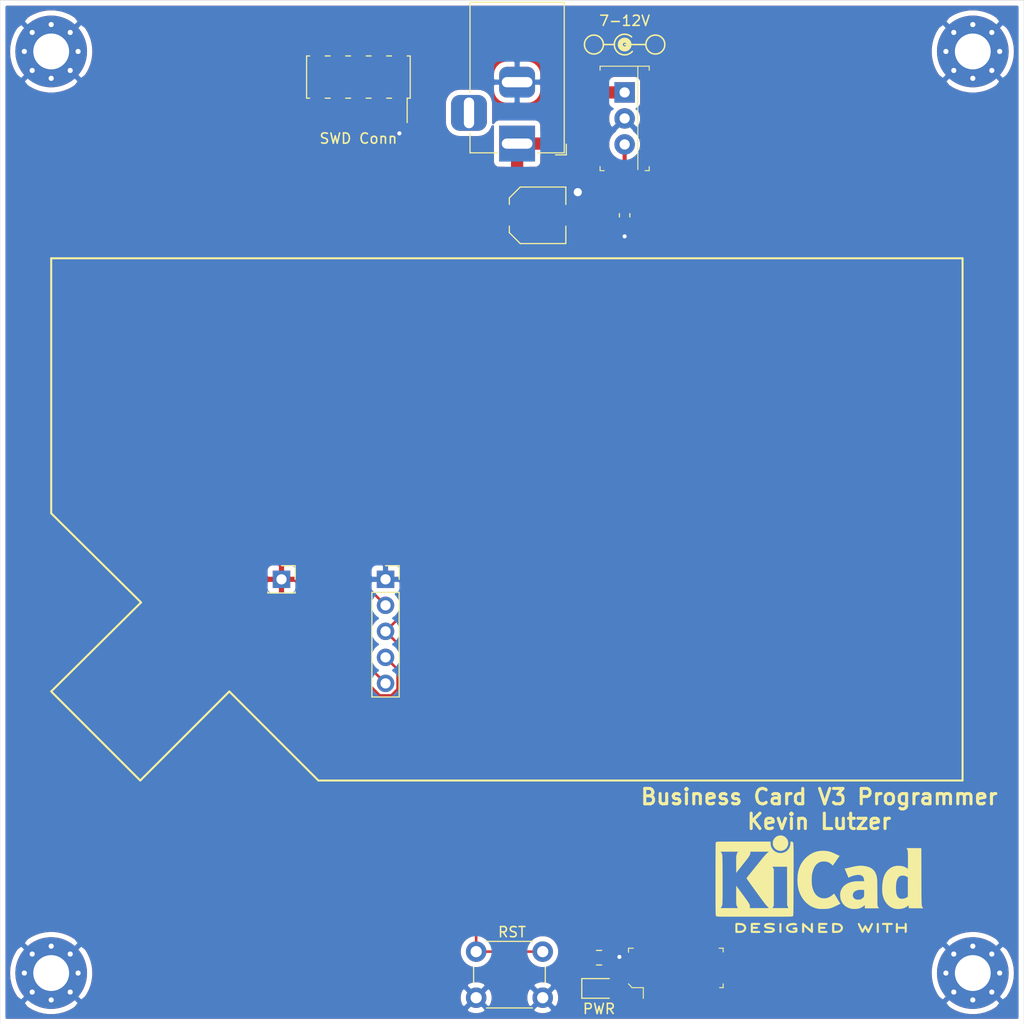
<source format=kicad_pcb>
(kicad_pcb (version 20171130) (host pcbnew "(5.1.6-0-10_14)")

  (general
    (thickness 1.6)
    (drawings 19)
    (tracks 42)
    (zones 0)
    (modules 17)
    (nets 10)
  )

  (page A4)
  (layers
    (0 F.Cu signal)
    (31 B.Cu signal)
    (32 B.Adhes user hide)
    (33 F.Adhes user hide)
    (34 B.Paste user hide)
    (35 F.Paste user hide)
    (36 B.SilkS user hide)
    (37 F.SilkS user)
    (38 B.Mask user hide)
    (39 F.Mask user hide)
    (40 Dwgs.User user hide)
    (41 Cmts.User user)
    (42 Eco1.User user hide)
    (43 Eco2.User user hide)
    (44 Edge.Cuts user hide)
    (45 Margin user hide)
    (46 B.CrtYd user hide)
    (47 F.CrtYd user hide)
    (48 B.Fab user hide)
    (49 F.Fab user hide)
  )

  (setup
    (last_trace_width 0.4)
    (user_trace_width 0.4)
    (user_trace_width 1.2)
    (trace_clearance 0.2)
    (zone_clearance 0.508)
    (zone_45_only no)
    (trace_min 0.2)
    (via_size 0.8)
    (via_drill 0.4)
    (via_min_size 0.4)
    (via_min_drill 0.3)
    (uvia_size 0.3)
    (uvia_drill 0.1)
    (uvias_allowed no)
    (uvia_min_size 0.2)
    (uvia_min_drill 0.1)
    (edge_width 0.05)
    (segment_width 0.2)
    (pcb_text_width 0.3)
    (pcb_text_size 1.5 1.5)
    (mod_edge_width 0.12)
    (mod_text_size 1 1)
    (mod_text_width 0.15)
    (pad_size 1.7 1.7)
    (pad_drill 1)
    (pad_to_mask_clearance 0.051)
    (solder_mask_min_width 0.25)
    (aux_axis_origin 0 0)
    (visible_elements FFFFFF7F)
    (pcbplotparams
      (layerselection 0x010fc_ffffffff)
      (usegerberextensions false)
      (usegerberattributes false)
      (usegerberadvancedattributes false)
      (creategerberjobfile false)
      (excludeedgelayer true)
      (linewidth 0.100000)
      (plotframeref false)
      (viasonmask false)
      (mode 1)
      (useauxorigin false)
      (hpglpennumber 1)
      (hpglpenspeed 20)
      (hpglpendiameter 15.000000)
      (psnegative false)
      (psa4output false)
      (plotreference true)
      (plotvalue true)
      (plotinvisibletext false)
      (padsonsilk false)
      (subtractmaskfromsilk false)
      (outputformat 1)
      (mirror false)
      (drillshape 0)
      (scaleselection 1)
      (outputdirectory "../gerbers/programmer_pcb_v4/"))
  )

  (net 0 "")
  (net 1 GND)
  (net 2 +12V)
  (net 3 +5V)
  (net 4 RST)
  (net 5 +3V3)
  (net 6 "Net-(D2-Pad1)")
  (net 7 SWDIO)
  (net 8 SWCLK)
  (net 9 "Net-(C2-Pad1)")

  (net_class Default "This is the default net class."
    (clearance 0.2)
    (trace_width 0.25)
    (via_dia 0.8)
    (via_drill 0.4)
    (uvia_dia 0.3)
    (uvia_drill 0.1)
    (add_net +12V)
    (add_net +3V3)
    (add_net +5V)
    (add_net GND)
    (add_net "Net-(C2-Pad1)")
    (add_net "Net-(D2-Pad1)")
    (add_net RST)
    (add_net SWCLK)
    (add_net SWDIO)
  )

  (module Symbol:Symbol_Barrel_Polarity locked (layer F.Cu) (tedit 5765E9A7) (tstamp 5F2F823E)
    (at 158.5 64.25)
    (descr "Barrel connector polarity indicator")
    (tags "barrel polarity")
    (attr virtual)
    (fp_text reference REF** (at 0 -2) (layer F.SilkS) hide
      (effects (font (size 1 1) (thickness 0.15)))
    )
    (fp_text value Symbol_Barrel_Polarity (at 0 2) (layer F.Fab)
      (effects (font (size 1 1) (thickness 0.15)))
    )
    (fp_arc (start 0 0.075) (end 0.75 0.75) (angle 270) (layer F.SilkS) (width 0.15))
    (fp_line (start 0 0.075) (end 2 0.075) (layer F.SilkS) (width 0.15))
    (fp_line (start -2 0.075) (end -1.1 0.075) (layer F.SilkS) (width 0.15))
    (fp_circle (center -3 0.075) (end -3 1) (layer F.SilkS) (width 0.15))
    (fp_circle (center 3 0.075) (end 3 1) (layer F.SilkS) (width 0.15))
    (fp_circle (center 0 0.075) (end 0 0.25) (layer F.SilkS) (width 0.5))
  )

  (module Symbol:KiCad-Logo2_8mm_SilkScreen locked (layer F.Cu) (tedit 0) (tstamp 5F2F75AA)
    (at 177.5 145.5)
    (descr "KiCad Logo")
    (tags "Logo KiCad")
    (attr virtual)
    (fp_text reference REF** (at 0 -6.35) (layer F.SilkS) hide
      (effects (font (size 1 1) (thickness 0.15)))
    )
    (fp_text value KiCad-Logo2_8mm_SilkScreen (at 0 7.62) (layer F.Fab) hide
      (effects (font (size 1 1) (thickness 0.15)))
    )
    (fp_poly (pts (xy -7.870089 -3.33834) (xy -7.52054 -3.338293) (xy -7.35783 -3.338286) (xy -4.753429 -3.338285)
      (xy -4.753429 -3.184762) (xy -4.737043 -2.997937) (xy -4.687588 -2.825633) (xy -4.60462 -2.666825)
      (xy -4.487695 -2.52049) (xy -4.448136 -2.480968) (xy -4.30583 -2.368862) (xy -4.148922 -2.287101)
      (xy -3.982072 -2.235647) (xy -3.809939 -2.214463) (xy -3.637185 -2.223513) (xy -3.46847 -2.262758)
      (xy -3.308454 -2.332162) (xy -3.161798 -2.431689) (xy -3.095932 -2.491735) (xy -2.973192 -2.638957)
      (xy -2.883188 -2.800853) (xy -2.826706 -2.975573) (xy -2.804529 -3.161265) (xy -2.804234 -3.179533)
      (xy -2.803072 -3.33828) (xy -2.7333 -3.338283) (xy -2.671405 -3.329882) (xy -2.614865 -3.309444)
      (xy -2.611128 -3.307333) (xy -2.598358 -3.300707) (xy -2.586632 -3.295546) (xy -2.575906 -3.290349)
      (xy -2.566139 -3.28361) (xy -2.557288 -3.273829) (xy -2.549311 -3.2595) (xy -2.542165 -3.239122)
      (xy -2.535808 -3.211192) (xy -2.530198 -3.174205) (xy -2.525293 -3.12666) (xy -2.521049 -3.067053)
      (xy -2.517424 -2.993881) (xy -2.514377 -2.905641) (xy -2.511864 -2.80083) (xy -2.509844 -2.677945)
      (xy -2.508274 -2.535483) (xy -2.507112 -2.37194) (xy -2.506314 -2.185814) (xy -2.50584 -1.975602)
      (xy -2.505646 -1.7398) (xy -2.50569 -1.476906) (xy -2.50593 -1.185416) (xy -2.506323 -0.863828)
      (xy -2.506827 -0.510638) (xy -2.5074 -0.124343) (xy -2.507999 0.29656) (xy -2.508068 0.34784)
      (xy -2.508605 0.771426) (xy -2.509061 1.16023) (xy -2.509484 1.515753) (xy -2.509921 1.839498)
      (xy -2.510422 2.132966) (xy -2.511035 2.397661) (xy -2.511808 2.635085) (xy -2.512789 2.84674)
      (xy -2.514026 3.034129) (xy -2.515568 3.198754) (xy -2.517463 3.342117) (xy -2.519759 3.46572)
      (xy -2.522504 3.571067) (xy -2.525747 3.659659) (xy -2.529536 3.733) (xy -2.533919 3.79259)
      (xy -2.538945 3.839933) (xy -2.544661 3.876531) (xy -2.551116 3.903886) (xy -2.558359 3.923502)
      (xy -2.566437 3.936879) (xy -2.575398 3.945521) (xy -2.585292 3.95093) (xy -2.596165 3.954608)
      (xy -2.608067 3.958058) (xy -2.621046 3.962782) (xy -2.624217 3.96422) (xy -2.634181 3.967451)
      (xy -2.650859 3.97042) (xy -2.675707 3.973137) (xy -2.71018 3.975613) (xy -2.755736 3.977858)
      (xy -2.81383 3.979883) (xy -2.885919 3.981698) (xy -2.973458 3.983315) (xy -3.077905 3.984743)
      (xy -3.200715 3.985993) (xy -3.343345 3.987076) (xy -3.507251 3.988002) (xy -3.69389 3.988782)
      (xy -3.904716 3.989426) (xy -4.141188 3.989946) (xy -4.404761 3.990351) (xy -4.69689 3.990652)
      (xy -5.019034 3.99086) (xy -5.372647 3.990985) (xy -5.759186 3.991038) (xy -6.180108 3.991029)
      (xy -6.316456 3.991016) (xy -6.746716 3.990947) (xy -7.142164 3.990834) (xy -7.504273 3.990665)
      (xy -7.834517 3.99043) (xy -8.134371 3.990116) (xy -8.405308 3.989713) (xy -8.6488 3.989207)
      (xy -8.866323 3.988589) (xy -9.05935 3.987846) (xy -9.229354 3.986968) (xy -9.37781 3.985941)
      (xy -9.50619 3.984756) (xy -9.615969 3.9834) (xy -9.70862 3.981862) (xy -9.785617 3.98013)
      (xy -9.848434 3.978194) (xy -9.898544 3.97604) (xy -9.937421 3.973659) (xy -9.966538 3.971037)
      (xy -9.987371 3.968165) (xy -10.001391 3.96503) (xy -10.009034 3.962159) (xy -10.022618 3.95643)
      (xy -10.03509 3.952206) (xy -10.046498 3.947985) (xy -10.056889 3.942268) (xy -10.066309 3.933555)
      (xy -10.074808 3.920345) (xy -10.08243 3.901137) (xy -10.089225 3.874433) (xy -10.095238 3.83873)
      (xy -10.100517 3.79253) (xy -10.10511 3.734332) (xy -10.109064 3.662635) (xy -10.112425 3.57594)
      (xy -10.115241 3.472746) (xy -10.11756 3.351553) (xy -10.119428 3.21086) (xy -10.119916 3.156857)
      (xy -9.635704 3.156857) (xy -7.924256 3.156857) (xy -7.957187 3.106964) (xy -7.989947 3.055693)
      (xy -8.017689 3.006869) (xy -8.040807 2.957076) (xy -8.059697 2.902898) (xy -8.074751 2.840916)
      (xy -8.086367 2.767715) (xy -8.094936 2.679878) (xy -8.100856 2.573988) (xy -8.104519 2.446628)
      (xy -8.106321 2.294381) (xy -8.106656 2.113832) (xy -8.105919 1.901562) (xy -8.105501 1.822755)
      (xy -8.100786 0.977911) (xy -7.565572 1.706557) (xy -7.413946 1.913265) (xy -7.282581 2.09326)
      (xy -7.170057 2.248925) (xy -7.074957 2.382647) (xy -6.995862 2.496809) (xy -6.931353 2.593797)
      (xy -6.880012 2.675994) (xy -6.84042 2.745786) (xy -6.81116 2.805558) (xy -6.790812 2.857693)
      (xy -6.777958 2.904576) (xy -6.771181 2.948593) (xy -6.76906 2.992127) (xy -6.770179 3.037564)
      (xy -6.770464 3.043275) (xy -6.776357 3.156933) (xy -4.900771 3.156857) (xy -5.040278 3.016189)
      (xy -5.078135 2.977715) (xy -5.114047 2.940279) (xy -5.149593 2.901814) (xy -5.186347 2.860258)
      (xy -5.225886 2.813545) (xy -5.269786 2.75961) (xy -5.319623 2.69639) (xy -5.376972 2.621818)
      (xy -5.443411 2.533832) (xy -5.520515 2.430365) (xy -5.609861 2.309354) (xy -5.713024 2.168734)
      (xy -5.83158 2.00644) (xy -5.967105 1.820407) (xy -6.121177 1.608571) (xy -6.247462 1.434804)
      (xy -6.405954 1.216501) (xy -6.544216 1.025629) (xy -6.663499 0.860374) (xy -6.765057 0.718926)
      (xy -6.850141 0.599471) (xy -6.920005 0.500198) (xy -6.9759 0.419295) (xy -7.01908 0.354949)
      (xy -7.050797 0.305347) (xy -7.072302 0.268679) (xy -7.08485 0.243132) (xy -7.089692 0.226893)
      (xy -7.088237 0.218355) (xy -7.070599 0.195635) (xy -7.032466 0.147543) (xy -6.976138 0.076938)
      (xy -6.903916 -0.013322) (xy -6.818101 -0.120379) (xy -6.720994 -0.241373) (xy -6.614896 -0.373446)
      (xy -6.502109 -0.51374) (xy -6.384932 -0.659397) (xy -6.265667 -0.807556) (xy -6.200067 -0.889)
      (xy -4.571314 -0.889) (xy -4.503621 -0.766535) (xy -4.435929 -0.644071) (xy -4.435929 2.911929)
      (xy -4.503621 3.034393) (xy -4.571314 3.156857) (xy -3.770559 3.156857) (xy -3.579398 3.156802)
      (xy -3.421501 3.156551) (xy -3.293848 3.155979) (xy -3.193419 3.154959) (xy -3.117193 3.153365)
      (xy -3.062148 3.15107) (xy -3.025264 3.14795) (xy -3.003521 3.143877) (xy -2.993898 3.138725)
      (xy -2.993373 3.132367) (xy -2.998926 3.124679) (xy -2.998984 3.124615) (xy -3.02186 3.091524)
      (xy -3.052151 3.037719) (xy -3.078903 2.984008) (xy -3.129643 2.875643) (xy -3.134818 0.993322)
      (xy -3.139993 -0.889) (xy -4.571314 -0.889) (xy -6.200067 -0.889) (xy -6.146615 -0.955361)
      (xy -6.030077 -1.099953) (xy -5.918354 -1.238472) (xy -5.813746 -1.368061) (xy -5.718556 -1.48586)
      (xy -5.635083 -1.589012) (xy -5.565629 -1.674657) (xy -5.512494 -1.739938) (xy -5.481285 -1.778)
      (xy -5.360097 -1.92033) (xy -5.243507 -2.04877) (xy -5.135603 -2.159114) (xy -5.04047 -2.247159)
      (xy -4.972957 -2.301138) (xy -4.893127 -2.358571) (xy -6.729108 -2.358571) (xy -6.728592 -2.250835)
      (xy -6.733724 -2.171628) (xy -6.753015 -2.098195) (xy -6.782877 -2.028585) (xy -6.802288 -1.989259)
      (xy -6.823159 -1.950293) (xy -6.847396 -1.909099) (xy -6.876906 -1.863092) (xy -6.913594 -1.809683)
      (xy -6.959368 -1.746286) (xy -7.016135 -1.670315) (xy -7.0858 -1.579183) (xy -7.17027 -1.470302)
      (xy -7.271453 -1.341086) (xy -7.391253 -1.188948) (xy -7.531579 -1.011302) (xy -7.547429 -0.991258)
      (xy -8.100786 -0.291492) (xy -8.106143 -1.066496) (xy -8.107221 -1.298632) (xy -8.106992 -1.495154)
      (xy -8.105443 -1.656708) (xy -8.102563 -1.783944) (xy -8.098341 -1.877508) (xy -8.092766 -1.938048)
      (xy -8.090893 -1.949532) (xy -8.061495 -2.070501) (xy -8.022978 -2.179554) (xy -7.979026 -2.267237)
      (xy -7.952621 -2.304426) (xy -7.90706 -2.358571) (xy -8.77153 -2.358571) (xy -8.977745 -2.358395)
      (xy -9.150188 -2.357821) (xy -9.291373 -2.356783) (xy -9.403812 -2.355213) (xy -9.490017 -2.353046)
      (xy -9.552502 -2.350212) (xy -9.593779 -2.346647) (xy -9.61636 -2.342282) (xy -9.622759 -2.337051)
      (xy -9.622317 -2.335893) (xy -9.603991 -2.308231) (xy -9.573396 -2.264385) (xy -9.557567 -2.242209)
      (xy -9.541202 -2.22008) (xy -9.526492 -2.200291) (xy -9.513344 -2.180894) (xy -9.501667 -2.159942)
      (xy -9.491368 -2.135488) (xy -9.482354 -2.105584) (xy -9.474532 -2.068283) (xy -9.467809 -2.021637)
      (xy -9.462094 -1.963699) (xy -9.457293 -1.892521) (xy -9.453315 -1.806156) (xy -9.450065 -1.702656)
      (xy -9.447452 -1.580075) (xy -9.445383 -1.436463) (xy -9.443766 -1.269875) (xy -9.442507 -1.078363)
      (xy -9.441515 -0.859978) (xy -9.440696 -0.612774) (xy -9.439958 -0.334804) (xy -9.439209 -0.024119)
      (xy -9.438508 0.2613) (xy -9.437847 0.579492) (xy -9.437503 0.883077) (xy -9.437468 1.170115)
      (xy -9.437732 1.438669) (xy -9.438285 1.686798) (xy -9.43912 1.912563) (xy -9.440227 2.114026)
      (xy -9.441596 2.289246) (xy -9.443219 2.436286) (xy -9.445087 2.553206) (xy -9.447189 2.638067)
      (xy -9.449518 2.688929) (xy -9.449959 2.694304) (xy -9.466008 2.817613) (xy -9.491064 2.916644)
      (xy -9.529221 3.00307) (xy -9.584572 3.088565) (xy -9.591496 3.097893) (xy -9.635704 3.156857)
      (xy -10.119916 3.156857) (xy -10.120892 3.049168) (xy -10.122001 2.864976) (xy -10.122801 2.656784)
      (xy -10.123339 2.423091) (xy -10.123662 2.162398) (xy -10.123817 1.873204) (xy -10.123854 1.554009)
      (xy -10.123817 1.203313) (xy -10.123755 0.819614) (xy -10.123715 0.401414) (xy -10.123714 0.318393)
      (xy -10.123691 -0.104211) (xy -10.123612 -0.492019) (xy -10.123467 -0.84652) (xy -10.123244 -1.169203)
      (xy -10.122931 -1.461558) (xy -10.122517 -1.725073) (xy -10.121991 -1.961238) (xy -10.12134 -2.171542)
      (xy -10.120553 -2.357474) (xy -10.119619 -2.520525) (xy -10.118526 -2.662182) (xy -10.117263 -2.783936)
      (xy -10.115817 -2.887275) (xy -10.114179 -2.973689) (xy -10.112334 -3.044667) (xy -10.110274 -3.101699)
      (xy -10.107985 -3.146273) (xy -10.105456 -3.179879) (xy -10.102676 -3.204007) (xy -10.099633 -3.220144)
      (xy -10.096316 -3.229782) (xy -10.096193 -3.230022) (xy -10.08936 -3.244745) (xy -10.08367 -3.258074)
      (xy -10.077374 -3.270078) (xy -10.068728 -3.280827) (xy -10.055986 -3.290389) (xy -10.0374 -3.298833)
      (xy -10.011226 -3.306229) (xy -9.975716 -3.312646) (xy -9.929125 -3.318152) (xy -9.869707 -3.322817)
      (xy -9.795715 -3.326709) (xy -9.705403 -3.329898) (xy -9.597025 -3.332453) (xy -9.468835 -3.334442)
      (xy -9.319087 -3.335935) (xy -9.146034 -3.337002) (xy -8.947931 -3.337709) (xy -8.723031 -3.338128)
      (xy -8.469588 -3.338327) (xy -8.185856 -3.338374) (xy -7.870089 -3.33834)) (layer F.SilkS) (width 0.01))
    (fp_poly (pts (xy 0.581378 -2.430769) (xy 0.777019 -2.409351) (xy 0.966562 -2.371015) (xy 1.157717 -2.313762)
      (xy 1.358196 -2.235591) (xy 1.575708 -2.134504) (xy 1.61488 -2.114924) (xy 1.704772 -2.070638)
      (xy 1.789553 -2.030761) (xy 1.860855 -1.999102) (xy 1.91031 -1.979468) (xy 1.917908 -1.976996)
      (xy 1.990714 -1.955183) (xy 1.664803 -1.481056) (xy 1.585123 -1.365177) (xy 1.512272 -1.259306)
      (xy 1.44873 -1.167038) (xy 1.396972 -1.091967) (xy 1.359477 -1.037687) (xy 1.338723 -1.007793)
      (xy 1.335351 -1.003059) (xy 1.321655 -1.012958) (xy 1.287943 -1.042715) (xy 1.240244 -1.086927)
      (xy 1.21392 -1.111916) (xy 1.064772 -1.230544) (xy 0.897268 -1.320687) (xy 0.752928 -1.370064)
      (xy 0.666283 -1.385571) (xy 0.557796 -1.395021) (xy 0.440227 -1.398239) (xy 0.326334 -1.395049)
      (xy 0.228879 -1.385276) (xy 0.18999 -1.377791) (xy 0.014712 -1.317488) (xy -0.143235 -1.22541)
      (xy -0.283732 -1.101727) (xy -0.406665 -0.946607) (xy -0.511915 -0.760219) (xy -0.599365 -0.54273)
      (xy -0.6689 -0.294308) (xy -0.710225 -0.081643) (xy -0.721006 0.012241) (xy -0.728352 0.133524)
      (xy -0.732333 0.273493) (xy -0.733021 0.423431) (xy -0.730486 0.574622) (xy -0.7248 0.718351)
      (xy -0.716033 0.845903) (xy -0.704256 0.948562) (xy -0.701707 0.964401) (xy -0.645519 1.219536)
      (xy -0.568964 1.445342) (xy -0.471574 1.642831) (xy -0.352886 1.813014) (xy -0.268637 1.905022)
      (xy -0.11723 2.029943) (xy 0.048817 2.12254) (xy 0.226701 2.182309) (xy 0.413622 2.208746)
      (xy 0.606778 2.201348) (xy 0.803369 2.159611) (xy 0.919597 2.118771) (xy 1.080438 2.03699)
      (xy 1.246213 1.919678) (xy 1.339073 1.840345) (xy 1.391214 1.794429) (xy 1.43218 1.760742)
      (xy 1.455498 1.74451) (xy 1.458393 1.744015) (xy 1.4688 1.760601) (xy 1.495767 1.804432)
      (xy 1.536996 1.871748) (xy 1.590189 1.958794) (xy 1.65305 2.06181) (xy 1.723281 2.177041)
      (xy 1.762372 2.241231) (xy 2.060964 2.731677) (xy 1.688161 2.915915) (xy 1.553369 2.982093)
      (xy 1.444175 3.034278) (xy 1.353907 3.07506) (xy 1.275888 3.107033) (xy 1.203444 3.132787)
      (xy 1.129901 3.154914) (xy 1.048584 3.176007) (xy 0.970643 3.19453) (xy 0.901366 3.208863)
      (xy 0.828917 3.219694) (xy 0.746042 3.227626) (xy 0.645488 3.233258) (xy 0.520003 3.237192)
      (xy 0.435428 3.238891) (xy 0.314754 3.24005) (xy 0.199042 3.239465) (xy 0.095951 3.237304)
      (xy 0.013138 3.233732) (xy -0.04174 3.228917) (xy -0.044992 3.228437) (xy -0.329957 3.166786)
      (xy -0.597558 3.073285) (xy -0.847703 2.947993) (xy -1.080296 2.790974) (xy -1.295243 2.602289)
      (xy -1.49245 2.382) (xy -1.635273 2.186214) (xy -1.78732 1.929949) (xy -1.910227 1.659317)
      (xy -2.00459 1.372149) (xy -2.071001 1.066276) (xy -2.110056 0.739528) (xy -2.12236 0.407739)
      (xy -2.112241 0.086779) (xy -2.080439 -0.209354) (xy -2.025946 -0.485655) (xy -1.94775 -0.747119)
      (xy -1.844841 -0.998742) (xy -1.832553 -1.02481) (xy -1.69718 -1.268493) (xy -1.530911 -1.500382)
      (xy -1.338459 -1.715677) (xy -1.124534 -1.909578) (xy -0.893845 -2.077285) (xy -0.678891 -2.200304)
      (xy -0.461742 -2.296655) (xy -0.244132 -2.366449) (xy -0.017638 -2.411587) (xy 0.226166 -2.433969)
      (xy 0.371928 -2.437269) (xy 0.581378 -2.430769)) (layer F.SilkS) (width 0.01))
    (fp_poly (pts (xy 4.185632 -0.97227) (xy 4.275523 -0.965465) (xy 4.532715 -0.931247) (xy 4.760485 -0.876669)
      (xy 4.959943 -0.80098) (xy 5.132197 -0.70343) (xy 5.278359 -0.583268) (xy 5.399536 -0.439742)
      (xy 5.496839 -0.272102) (xy 5.567891 -0.090714) (xy 5.585927 -0.032854) (xy 5.601632 0.021329)
      (xy 5.615192 0.074752) (xy 5.626792 0.130333) (xy 5.636617 0.190988) (xy 5.644853 0.259635)
      (xy 5.651684 0.33919) (xy 5.657295 0.432572) (xy 5.661872 0.542696) (xy 5.6656 0.672481)
      (xy 5.668665 0.824842) (xy 5.67125 1.002698) (xy 5.673542 1.208965) (xy 5.675725 1.446561)
      (xy 5.677286 1.632857) (xy 5.687785 2.911929) (xy 5.755821 3.035018) (xy 5.788038 3.094317)
      (xy 5.812012 3.140377) (xy 5.82345 3.164893) (xy 5.823857 3.166553) (xy 5.806375 3.168454)
      (xy 5.756574 3.170205) (xy 5.678421 3.171758) (xy 5.575882 3.173062) (xy 5.452922 3.17407)
      (xy 5.31351 3.174731) (xy 5.161611 3.174997) (xy 5.1435 3.175) (xy 4.463143 3.175)
      (xy 4.463143 3.020786) (xy 4.461982 2.951094) (xy 4.458887 2.897794) (xy 4.454432 2.869217)
      (xy 4.452463 2.866572) (xy 4.434455 2.877653) (xy 4.397393 2.906736) (xy 4.349222 2.947579)
      (xy 4.348141 2.948524) (xy 4.260235 3.013971) (xy 4.149217 3.079688) (xy 4.027631 3.139219)
      (xy 3.908021 3.186109) (xy 3.855357 3.202133) (xy 3.750551 3.222485) (xy 3.62195 3.235472)
      (xy 3.481325 3.240909) (xy 3.340448 3.238611) (xy 3.211093 3.228392) (xy 3.120571 3.213689)
      (xy 2.89858 3.148499) (xy 2.698729 3.055594) (xy 2.522319 2.936126) (xy 2.37065 2.791247)
      (xy 2.245024 2.62211) (xy 2.146741 2.429867) (xy 2.104341 2.313214) (xy 2.077768 2.199833)
      (xy 2.060158 2.063722) (xy 2.05201 1.917437) (xy 2.052278 1.896151) (xy 3.279321 1.896151)
      (xy 3.289496 2.00485) (xy 3.323378 2.095185) (xy 3.386 2.178995) (xy 3.410052 2.203571)
      (xy 3.495551 2.270011) (xy 3.594373 2.312574) (xy 3.712768 2.333177) (xy 3.837445 2.334694)
      (xy 3.955698 2.324677) (xy 4.046239 2.305085) (xy 4.08556 2.29037) (xy 4.156432 2.250265)
      (xy 4.231525 2.193863) (xy 4.300038 2.130561) (xy 4.351172 2.069755) (xy 4.36475 2.047449)
      (xy 4.375305 2.016212) (xy 4.38281 1.966507) (xy 4.387613 1.893587) (xy 4.390065 1.792703)
      (xy 4.390571 1.696689) (xy 4.390228 1.58475) (xy 4.388843 1.503809) (xy 4.385881 1.448585)
      (xy 4.380808 1.413794) (xy 4.37309 1.394154) (xy 4.362192 1.38438) (xy 4.358821 1.382824)
      (xy 4.329529 1.378029) (xy 4.271756 1.374108) (xy 4.193304 1.371414) (xy 4.101974 1.370299)
      (xy 4.082143 1.370298) (xy 3.960063 1.372246) (xy 3.865749 1.378041) (xy 3.790807 1.388475)
      (xy 3.728903 1.403714) (xy 3.575349 1.461784) (xy 3.454932 1.533179) (xy 3.36661 1.619039)
      (xy 3.309339 1.720507) (xy 3.282078 1.838725) (xy 3.279321 1.896151) (xy 2.052278 1.896151)
      (xy 2.053823 1.773533) (xy 2.066096 1.644565) (xy 2.07567 1.59246) (xy 2.136801 1.398997)
      (xy 2.229757 1.220993) (xy 2.352783 1.060155) (xy 2.504124 0.91819) (xy 2.682025 0.796806)
      (xy 2.884732 0.697709) (xy 3.057071 0.637533) (xy 3.172253 0.605919) (xy 3.282423 0.581354)
      (xy 3.394719 0.563039) (xy 3.516275 0.550178) (xy 3.654229 0.541972) (xy 3.815715 0.537624)
      (xy 3.961715 0.5364) (xy 4.394645 0.535215) (xy 4.386351 0.40508) (xy 4.362801 0.263883)
      (xy 4.312703 0.142518) (xy 4.238191 0.044017) (xy 4.141399 -0.028591) (xy 4.056171 -0.064021)
      (xy 3.934056 -0.08635) (xy 3.788683 -0.089557) (xy 3.626867 -0.074823) (xy 3.455422 -0.04333)
      (xy 3.281163 0.00374) (xy 3.110904 0.065203) (xy 2.987176 0.121417) (xy 2.927647 0.150283)
      (xy 2.882242 0.170443) (xy 2.85915 0.17831) (xy 2.857897 0.178058) (xy 2.849929 0.160437)
      (xy 2.830031 0.113733) (xy 2.800077 0.042418) (xy 2.761939 -0.049031) (xy 2.717488 -0.156141)
      (xy 2.672305 -0.265451) (xy 2.491667 -0.70326) (xy 2.620155 -0.724364) (xy 2.675846 -0.734953)
      (xy 2.759564 -0.752737) (xy 2.864139 -0.776102) (xy 2.982399 -0.803435) (xy 3.107172 -0.833119)
      (xy 3.156857 -0.845182) (xy 3.371807 -0.895038) (xy 3.559995 -0.932416) (xy 3.728446 -0.958073)
      (xy 3.884186 -0.972765) (xy 4.03424 -0.977245) (xy 4.185632 -0.97227)) (layer F.SilkS) (width 0.01))
    (fp_poly (pts (xy 9.041571 -2.699911) (xy 9.195876 -2.699277) (xy 9.248321 -2.698958) (xy 9.9695 -2.694214)
      (xy 9.978571 0.072572) (xy 9.979769 0.447756) (xy 9.980832 0.788417) (xy 9.981827 1.096318)
      (xy 9.982823 1.373221) (xy 9.983888 1.620888) (xy 9.985091 1.841081) (xy 9.986499 2.035562)
      (xy 9.988182 2.206094) (xy 9.990206 2.35444) (xy 9.992641 2.482361) (xy 9.995554 2.59162)
      (xy 9.999015 2.683979) (xy 10.00309 2.7612) (xy 10.007849 2.825046) (xy 10.01336 2.877278)
      (xy 10.019691 2.91966) (xy 10.02691 2.953953) (xy 10.035085 2.98192) (xy 10.044285 3.005324)
      (xy 10.054577 3.025925) (xy 10.066031 3.045487) (xy 10.078715 3.065772) (xy 10.092695 3.088543)
      (xy 10.095561 3.093393) (xy 10.14364 3.175433) (xy 8.753928 3.165929) (xy 8.744857 3.013295)
      (xy 8.739918 2.940045) (xy 8.734771 2.897696) (xy 8.727786 2.880892) (xy 8.717337 2.884277)
      (xy 8.708571 2.89396) (xy 8.670388 2.929229) (xy 8.608155 2.974563) (xy 8.530641 3.024546)
      (xy 8.446613 3.073761) (xy 8.364839 3.116791) (xy 8.302052 3.145101) (xy 8.154954 3.191624)
      (xy 7.98618 3.224579) (xy 7.808191 3.242707) (xy 7.633447 3.24475) (xy 7.474407 3.229447)
      (xy 7.471788 3.229009) (xy 7.254168 3.174402) (xy 7.050455 3.087401) (xy 6.862613 2.969876)
      (xy 6.692607 2.823697) (xy 6.542402 2.650734) (xy 6.413964 2.452857) (xy 6.309257 2.231936)
      (xy 6.252246 2.068286) (xy 6.214651 1.931375) (xy 6.186771 1.798798) (xy 6.167753 1.662502)
      (xy 6.156745 1.514433) (xy 6.152895 1.346537) (xy 6.1546 1.20944) (xy 7.493359 1.20944)
      (xy 7.499694 1.439329) (xy 7.519679 1.637111) (xy 7.553927 1.804539) (xy 7.603055 1.943369)
      (xy 7.667676 2.055358) (xy 7.748405 2.142259) (xy 7.841591 2.203692) (xy 7.89008 2.226626)
      (xy 7.932134 2.240375) (xy 7.97902 2.246666) (xy 8.042004 2.247222) (xy 8.109857 2.244773)
      (xy 8.243295 2.233004) (xy 8.348832 2.209955) (xy 8.382 2.19841) (xy 8.457735 2.164311)
      (xy 8.537614 2.121491) (xy 8.5725 2.100057) (xy 8.663214 2.040556) (xy 8.663214 0.154584)
      (xy 8.563428 0.094771) (xy 8.424267 0.027185) (xy 8.282087 -0.012786) (xy 8.14209 -0.025378)
      (xy 8.009474 -0.010827) (xy 7.88944 0.030632) (xy 7.787188 0.098763) (xy 7.754195 0.131466)
      (xy 7.674667 0.238619) (xy 7.610299 0.368327) (xy 7.560553 0.522814) (xy 7.524891 0.704302)
      (xy 7.502775 0.915015) (xy 7.493667 1.157175) (xy 7.493359 1.20944) (xy 6.1546 1.20944)
      (xy 6.15531 1.152374) (xy 6.170605 0.853713) (xy 6.201358 0.584325) (xy 6.248381 0.340285)
      (xy 6.312482 0.11767) (xy 6.394472 -0.087444) (xy 6.42373 -0.148254) (xy 6.541581 -0.34656)
      (xy 6.683996 -0.522788) (xy 6.847629 -0.674092) (xy 7.029131 -0.797629) (xy 7.225153 -0.890553)
      (xy 7.342655 -0.928885) (xy 7.458054 -0.951641) (xy 7.596907 -0.96518) (xy 7.747574 -0.969508)
      (xy 7.898413 -0.964632) (xy 8.037785 -0.950556) (xy 8.149691 -0.928475) (xy 8.282884 -0.885172)
      (xy 8.411979 -0.829489) (xy 8.524928 -0.767064) (xy 8.585043 -0.724697) (xy 8.62651 -0.693193)
      (xy 8.655545 -0.67401) (xy 8.66215 -0.671286) (xy 8.664198 -0.688837) (xy 8.666107 -0.739125)
      (xy 8.667836 -0.8186) (xy 8.669341 -0.923714) (xy 8.670581 -1.050917) (xy 8.671513 -1.196661)
      (xy 8.672095 -1.357397) (xy 8.672286 -1.521116) (xy 8.672179 -1.730812) (xy 8.671658 -1.907604)
      (xy 8.670416 -2.054874) (xy 8.668148 -2.176003) (xy 8.66455 -2.274373) (xy 8.659317 -2.353366)
      (xy 8.652144 -2.416362) (xy 8.642726 -2.466745) (xy 8.630758 -2.507895) (xy 8.615935 -2.543194)
      (xy 8.597952 -2.576023) (xy 8.576505 -2.609765) (xy 8.573745 -2.613943) (xy 8.546083 -2.657644)
      (xy 8.529382 -2.687695) (xy 8.527143 -2.694033) (xy 8.544643 -2.696033) (xy 8.594574 -2.69766)
      (xy 8.673085 -2.698888) (xy 8.776323 -2.699689) (xy 8.900436 -2.700039) (xy 9.041571 -2.699911)) (layer F.SilkS) (width 0.01))
    (fp_poly (pts (xy -3.602318 -3.916067) (xy -3.466071 -3.868828) (xy -3.339221 -3.794473) (xy -3.225933 -3.693013)
      (xy -3.130372 -3.564457) (xy -3.087446 -3.483428) (xy -3.050295 -3.370092) (xy -3.032288 -3.239249)
      (xy -3.034283 -3.104735) (xy -3.056423 -2.982842) (xy -3.116936 -2.833893) (xy -3.204686 -2.704691)
      (xy -3.315212 -2.597777) (xy -3.444054 -2.515694) (xy -3.586753 -2.460984) (xy -3.738849 -2.43619)
      (xy -3.895881 -2.443853) (xy -3.973286 -2.460228) (xy -4.124141 -2.518911) (xy -4.258125 -2.608457)
      (xy -4.372006 -2.726107) (xy -4.462552 -2.869098) (xy -4.470212 -2.884714) (xy -4.496694 -2.943314)
      (xy -4.513322 -2.992666) (xy -4.52235 -3.04473) (xy -4.526032 -3.111461) (xy -4.526643 -3.184071)
      (xy -4.525633 -3.271309) (xy -4.521072 -3.334376) (xy -4.510666 -3.385364) (xy -4.492121 -3.436367)
      (xy -4.46923 -3.486687) (xy -4.383846 -3.62953) (xy -4.278699 -3.74519) (xy -4.157955 -3.833675)
      (xy -4.025779 -3.894995) (xy -3.886337 -3.929161) (xy -3.743795 -3.936182) (xy -3.602318 -3.916067)) (layer F.SilkS) (width 0.01))
    (fp_poly (pts (xy 8.467859 4.613688) (xy 8.509635 4.643301) (xy 8.546525 4.680192) (xy 8.546525 5.092162)
      (xy 8.546429 5.214486) (xy 8.545972 5.310398) (xy 8.544903 5.383544) (xy 8.542971 5.43757)
      (xy 8.539923 5.476123) (xy 8.535509 5.502848) (xy 8.529476 5.521394) (xy 8.521574 5.535405)
      (xy 8.515375 5.543733) (xy 8.474461 5.576449) (xy 8.427482 5.58) (xy 8.384544 5.559937)
      (xy 8.370356 5.548092) (xy 8.360872 5.532358) (xy 8.355151 5.507022) (xy 8.352253 5.46637)
      (xy 8.351238 5.404688) (xy 8.351141 5.357038) (xy 8.351141 5.177535) (xy 7.689839 5.177535)
      (xy 7.689839 5.340833) (xy 7.689155 5.415505) (xy 7.686419 5.466824) (xy 7.680604 5.501477)
      (xy 7.670684 5.526155) (xy 7.658689 5.543733) (xy 7.617546 5.576357) (xy 7.571017 5.58022)
      (xy 7.526473 5.557032) (xy 7.514312 5.544876) (xy 7.505723 5.528761) (xy 7.500058 5.50366)
      (xy 7.496669 5.464544) (xy 7.494908 5.406386) (xy 7.494128 5.324158) (xy 7.494036 5.305286)
      (xy 7.493392 5.150357) (xy 7.49306 5.022674) (xy 7.493168 4.919427) (xy 7.493845 4.837803)
      (xy 7.495218 4.774992) (xy 7.497416 4.728181) (xy 7.500566 4.694559) (xy 7.504798 4.671315)
      (xy 7.510238 4.655636) (xy 7.517015 4.644711) (xy 7.524514 4.63647) (xy 7.566933 4.610107)
      (xy 7.611172 4.613688) (xy 7.652948 4.643301) (xy 7.669853 4.662407) (xy 7.680629 4.683511)
      (xy 7.686641 4.713568) (xy 7.689256 4.759533) (xy 7.689839 4.82836) (xy 7.689839 4.98215)
      (xy 8.351141 4.98215) (xy 8.351141 4.824339) (xy 8.351816 4.751636) (xy 8.354526 4.702545)
      (xy 8.360301 4.670636) (xy 8.370169 4.649478) (xy 8.3812 4.63647) (xy 8.423619 4.610107)
      (xy 8.467859 4.613688)) (layer F.SilkS) (width 0.01))
    (fp_poly (pts (xy 6.782677 4.606539) (xy 6.887465 4.607043) (xy 6.968799 4.608096) (xy 7.02998 4.609876)
      (xy 7.074311 4.612557) (xy 7.105094 4.616314) (xy 7.125631 4.621325) (xy 7.139225 4.627763)
      (xy 7.145803 4.632712) (xy 7.179944 4.676029) (xy 7.184074 4.721003) (xy 7.162976 4.76186)
      (xy 7.149179 4.778186) (xy 7.134332 4.789318) (xy 7.112815 4.79625) (xy 7.079008 4.799977)
      (xy 7.027292 4.801494) (xy 6.952047 4.801794) (xy 6.937269 4.801795) (xy 6.742975 4.801795)
      (xy 6.742975 5.162505) (xy 6.742847 5.276201) (xy 6.742266 5.363685) (xy 6.740936 5.428802)
      (xy 6.73856 5.475398) (xy 6.734844 5.507319) (xy 6.729492 5.528412) (xy 6.722207 5.542523)
      (xy 6.712916 5.553274) (xy 6.669071 5.579696) (xy 6.6233 5.577614) (xy 6.58179 5.547469)
      (xy 6.578741 5.543733) (xy 6.568812 5.52961) (xy 6.561248 5.513086) (xy 6.555729 5.490146)
      (xy 6.551933 5.456773) (xy 6.549542 5.408955) (xy 6.548234 5.342674) (xy 6.547691 5.253918)
      (xy 6.547591 5.152963) (xy 6.547591 4.801795) (xy 6.36205 4.801795) (xy 6.282427 4.801256)
      (xy 6.227304 4.799157) (xy 6.191132 4.794771) (xy 6.168362 4.787376) (xy 6.153447 4.776245)
      (xy 6.151636 4.77431) (xy 6.129858 4.730057) (xy 6.131784 4.680029) (xy 6.156821 4.63647)
      (xy 6.166504 4.62802) (xy 6.178988 4.621321) (xy 6.197603 4.616169) (xy 6.225677 4.612361)
      (xy 6.266541 4.609697) (xy 6.323522 4.607972) (xy 6.399952 4.606984) (xy 6.499157 4.606532)
      (xy 6.624469 4.606412) (xy 6.651133 4.60641) (xy 6.782677 4.606539)) (layer F.SilkS) (width 0.01))
    (fp_poly (pts (xy 5.751604 4.615477) (xy 5.783174 4.635142) (xy 5.818656 4.663873) (xy 5.818656 5.091966)
      (xy 5.818543 5.21719) (xy 5.818059 5.315847) (xy 5.816986 5.39143) (xy 5.815108 5.447433)
      (xy 5.812206 5.487347) (xy 5.808063 5.514666) (xy 5.802462 5.532881) (xy 5.795185 5.545486)
      (xy 5.790024 5.551696) (xy 5.748168 5.57898) (xy 5.700505 5.577867) (xy 5.658753 5.554602)
      (xy 5.623271 5.525871) (xy 5.623271 4.663873) (xy 5.658753 4.635142) (xy 5.692998 4.614242)
      (xy 5.720963 4.60641) (xy 5.751604 4.615477)) (layer F.SilkS) (width 0.01))
    (fp_poly (pts (xy 5.160547 4.60903) (xy 5.186628 4.61835) (xy 5.187634 4.618806) (xy 5.223052 4.645834)
      (xy 5.242566 4.673636) (xy 5.246384 4.686672) (xy 5.246195 4.703992) (xy 5.240822 4.728667)
      (xy 5.229088 4.763764) (xy 5.209813 4.812353) (xy 5.181822 4.877502) (xy 5.143936 4.962281)
      (xy 5.094978 5.069759) (xy 5.068031 5.128503) (xy 5.01937 5.233373) (xy 4.97369 5.329814)
      (xy 4.932734 5.414298) (xy 4.898246 5.4833) (xy 4.871969 5.533294) (xy 4.855646 5.560754)
      (xy 4.852416 5.564547) (xy 4.811089 5.58128) (xy 4.764409 5.579039) (xy 4.72697 5.558687)
      (xy 4.725444 5.557032) (xy 4.710551 5.534486) (xy 4.685569 5.490571) (xy 4.653579 5.43094)
      (xy 4.61766 5.361246) (xy 4.604752 5.335563) (xy 4.507314 5.140397) (xy 4.401106 5.352407)
      (xy 4.363197 5.425661) (xy 4.328027 5.48919) (xy 4.298468 5.538131) (xy 4.277394 5.567622)
      (xy 4.270252 5.573876) (xy 4.214738 5.582345) (xy 4.168929 5.564547) (xy 4.155454 5.545525)
      (xy 4.132136 5.503249) (xy 4.100877 5.44188) (xy 4.06358 5.365576) (xy 4.022146 5.278499)
      (xy 3.978478 5.184807) (xy 3.934478 5.088661) (xy 3.892048 4.994221) (xy 3.85309 4.905645)
      (xy 3.819507 4.827096) (xy 3.793201 4.762731) (xy 3.776074 4.716711) (xy 3.770029 4.693197)
      (xy 3.770091 4.692345) (xy 3.7848 4.662756) (xy 3.814202 4.63262) (xy 3.815933 4.631308)
      (xy 3.85207 4.610882) (xy 3.885494 4.61108) (xy 3.898022 4.614931) (xy 3.913287 4.623253)
      (xy 3.929498 4.639625) (xy 3.948599 4.667442) (xy 3.972535 4.7101) (xy 4.003251 4.770995)
      (xy 4.042691 4.853525) (xy 4.078258 4.929707) (xy 4.119177 5.018014) (xy 4.155844 5.097426)
      (xy 4.186354 5.163796) (xy 4.208802 5.212975) (xy 4.221283 5.240813) (xy 4.223103 5.245168)
      (xy 4.23129 5.238049) (xy 4.250105 5.208241) (xy 4.277046 5.160096) (xy 4.309608 5.097963)
      (xy 4.322566 5.072328) (xy 4.36646 4.985765) (xy 4.400311 4.922725) (xy 4.426897 4.879542)
      (xy 4.448995 4.852552) (xy 4.469384 4.838088) (xy 4.49084 4.832487) (xy 4.504823 4.831854)
      (xy 4.529488 4.83404) (xy 4.551102 4.843079) (xy 4.572578 4.862697) (xy 4.59683 4.896617)
      (xy 4.62677 4.948562) (xy 4.665313 5.022258) (xy 4.686578 5.06418) (xy 4.721072 5.130994)
      (xy 4.751156 5.186401) (xy 4.774177 5.225727) (xy 4.78748 5.244296) (xy 4.789289 5.245069)
      (xy 4.79788 5.230455) (xy 4.817114 5.192507) (xy 4.845065 5.135196) (xy 4.879807 5.062496)
      (xy 4.919413 4.978376) (xy 4.938896 4.936594) (xy 4.98958 4.828763) (xy 5.030393 4.74579)
      (xy 5.063454 4.684966) (xy 5.090881 4.643585) (xy 5.114792 4.61894) (xy 5.137308 4.608324)
      (xy 5.160547 4.60903)) (layer F.SilkS) (width 0.01))
    (fp_poly (pts (xy 1.530783 4.606687) (xy 1.702501 4.612493) (xy 1.848555 4.630101) (xy 1.971353 4.660563)
      (xy 2.073303 4.704935) (xy 2.156814 4.764271) (xy 2.224293 4.839624) (xy 2.278149 4.93205)
      (xy 2.279208 4.934304) (xy 2.311349 5.017024) (xy 2.322801 5.090284) (xy 2.31352 5.164012)
      (xy 2.283461 5.248135) (xy 2.277761 5.260937) (xy 2.238885 5.335862) (xy 2.195195 5.393757)
      (xy 2.138806 5.442972) (xy 2.061838 5.491857) (xy 2.057366 5.494409) (xy 1.990363 5.526595)
      (xy 1.914631 5.550632) (xy 1.825304 5.567351) (xy 1.717515 5.577579) (xy 1.586398 5.582146)
      (xy 1.540072 5.582543) (xy 1.319476 5.583334) (xy 1.288326 5.543733) (xy 1.279086 5.530711)
      (xy 1.271878 5.515504) (xy 1.26645 5.494466) (xy 1.262551 5.46395) (xy 1.259929 5.420311)
      (xy 1.259074 5.387949) (xy 1.467591 5.387949) (xy 1.592582 5.387949) (xy 1.665723 5.38581)
      (xy 1.740807 5.380181) (xy 1.80243 5.372243) (xy 1.806149 5.371575) (xy 1.915599 5.342212)
      (xy 2.000494 5.298097) (xy 2.063518 5.237183) (xy 2.10736 5.157424) (xy 2.114983 5.136284)
      (xy 2.122456 5.103362) (xy 2.119221 5.070836) (xy 2.103479 5.027564) (xy 2.09399 5.006307)
      (xy 2.062917 4.94982) (xy 2.025479 4.910191) (xy 1.984287 4.882594) (xy 1.901776 4.846682)
      (xy 1.796179 4.820668) (xy 1.673164 4.805688) (xy 1.58407 4.802392) (xy 1.467591 4.801795)
      (xy 1.467591 5.387949) (xy 1.259074 5.387949) (xy 1.258332 5.3599) (xy 1.25751 5.279072)
      (xy 1.25721 5.174181) (xy 1.257176 5.092162) (xy 1.257176 4.680192) (xy 1.294067 4.643301)
      (xy 1.31044 4.628348) (xy 1.328143 4.618108) (xy 1.352865 4.611701) (xy 1.390294 4.608247)
      (xy 1.446119 4.606867) (xy 1.526028 4.606681) (xy 1.530783 4.606687)) (layer F.SilkS) (width 0.01))
    (fp_poly (pts (xy 0.481716 4.606667) (xy 0.583377 4.607884) (xy 0.661282 4.61073) (xy 0.718581 4.615874)
      (xy 0.758427 4.623984) (xy 0.783968 4.635731) (xy 0.798357 4.651782) (xy 0.804745 4.672808)
      (xy 0.806281 4.699476) (xy 0.806289 4.702626) (xy 0.804955 4.73279) (xy 0.798651 4.756103)
      (xy 0.783922 4.773506) (xy 0.757315 4.78594) (xy 0.715374 4.794345) (xy 0.654646 4.799665)
      (xy 0.571676 4.802839) (xy 0.463011 4.804809) (xy 0.429705 4.805245) (xy 0.107413 4.80931)
      (xy 0.102906 4.89573) (xy 0.098398 4.98215) (xy 0.322263 4.98215) (xy 0.409721 4.982473)
      (xy 0.472169 4.983837) (xy 0.514654 4.986839) (xy 0.542223 4.992073) (xy 0.559922 5.000135)
      (xy 0.572797 5.01162) (xy 0.57288 5.011711) (xy 0.59623 5.056471) (xy 0.595386 5.104847)
      (xy 0.570879 5.146086) (xy 0.566029 5.150325) (xy 0.548815 5.161249) (xy 0.525226 5.168849)
      (xy 0.490007 5.173697) (xy 0.4379 5.176366) (xy 0.36365 5.177428) (xy 0.316162 5.177535)
      (xy 0.099898 5.177535) (xy 0.099898 5.387949) (xy 0.42822 5.387949) (xy 0.536618 5.388139)
      (xy 0.618935 5.388914) (xy 0.679149 5.390584) (xy 0.721235 5.393458) (xy 0.749171 5.397847)
      (xy 0.766934 5.404059) (xy 0.7785 5.412404) (xy 0.781415 5.415434) (xy 0.802936 5.457434)
      (xy 0.80451 5.505214) (xy 0.786855 5.546642) (xy 0.772885 5.559937) (xy 0.758354 5.567256)
      (xy 0.735838 5.572919) (xy 0.701776 5.577123) (xy 0.652607 5.580068) (xy 0.584768 5.581951)
      (xy 0.494698 5.58297) (xy 0.378837 5.583325) (xy 0.352643 5.583334) (xy 0.234839 5.583256)
      (xy 0.143396 5.582831) (xy 0.074614 5.581766) (xy 0.024796 5.579769) (xy -0.00976 5.57655)
      (xy -0.03275 5.571816) (xy -0.047874 5.565277) (xy -0.058831 5.556641) (xy -0.064842 5.55044)
      (xy -0.07389 5.539457) (xy -0.080958 5.525852) (xy -0.086291 5.506056) (xy -0.090132 5.476502)
      (xy -0.092725 5.433621) (xy -0.094313 5.373845) (xy -0.095139 5.293607) (xy -0.095448 5.189339)
      (xy -0.095486 5.10158) (xy -0.095392 4.978608) (xy -0.094943 4.882069) (xy -0.093892 4.808339)
      (xy -0.09199 4.75379) (xy -0.088991 4.714799) (xy -0.084645 4.687739) (xy -0.078706 4.668984)
      (xy -0.070925 4.65491) (xy -0.064336 4.646011) (xy -0.033186 4.60641) (xy 0.353148 4.60641)
      (xy 0.481716 4.606667)) (layer F.SilkS) (width 0.01))
    (fp_poly (pts (xy -1.555874 4.612244) (xy -1.524499 4.630649) (xy -1.483476 4.660749) (xy -1.430678 4.70396)
      (xy -1.363979 4.761702) (xy -1.281253 4.835392) (xy -1.180374 4.926448) (xy -1.064895 5.031138)
      (xy -0.824421 5.249207) (xy -0.816906 4.956508) (xy -0.814193 4.855754) (xy -0.811576 4.780722)
      (xy -0.808474 4.727084) (xy -0.80431 4.69051) (xy -0.798505 4.666671) (xy -0.790478 4.651238)
      (xy -0.779651 4.639882) (xy -0.77391 4.63511) (xy -0.727937 4.609877) (xy -0.684191 4.613566)
      (xy -0.649489 4.635123) (xy -0.614007 4.663835) (xy -0.609594 5.08315) (xy -0.608373 5.206471)
      (xy -0.607751 5.303348) (xy -0.607944 5.377394) (xy -0.609168 5.432221) (xy -0.611638 5.471443)
      (xy -0.615568 5.498673) (xy -0.621174 5.517523) (xy -0.628672 5.531605) (xy -0.636987 5.542899)
      (xy -0.654976 5.563846) (xy -0.672875 5.577731) (xy -0.693166 5.58306) (xy -0.718332 5.57834)
      (xy -0.750854 5.562077) (xy -0.793217 5.532777) (xy -0.847902 5.488946) (xy -0.917391 5.429091)
      (xy -1.004169 5.351718) (xy -1.102469 5.262814) (xy -1.455664 4.942435) (xy -1.463179 5.234177)
      (xy -1.465897 5.334747) (xy -1.468521 5.409604) (xy -1.471633 5.463084) (xy -1.475816 5.499526)
      (xy -1.481651 5.523268) (xy -1.48972 5.538646) (xy -1.500605 5.55) (xy -1.506175 5.554626)
      (xy -1.55541 5.580042) (xy -1.601931 5.576209) (xy -1.642443 5.543733) (xy -1.65171 5.530667)
      (xy -1.658933 5.515409) (xy -1.664366 5.494296) (xy -1.668262 5.463669) (xy -1.670875 5.419866)
      (xy -1.672461 5.359227) (xy -1.673272 5.278091) (xy -1.673562 5.172797) (xy -1.673593 5.094872)
      (xy -1.673495 4.972988) (xy -1.673033 4.877503) (xy -1.671951 4.804755) (xy -1.669997 4.751083)
      (xy -1.666916 4.712827) (xy -1.662454 4.686327) (xy -1.656357 4.66792) (xy -1.648371 4.653948)
      (xy -1.642443 4.646011) (xy -1.627416 4.627212) (xy -1.613372 4.613017) (xy -1.598184 4.604846)
      (xy -1.579727 4.604116) (xy -1.555874 4.612244)) (layer F.SilkS) (width 0.01))
    (fp_poly (pts (xy -2.421216 4.613776) (xy -2.329995 4.629082) (xy -2.259936 4.652875) (xy -2.214358 4.684204)
      (xy -2.201938 4.702078) (xy -2.189308 4.743649) (xy -2.197807 4.781256) (xy -2.224639 4.816919)
      (xy -2.26633 4.833603) (xy -2.326824 4.832248) (xy -2.373613 4.823209) (xy -2.477582 4.805987)
      (xy -2.583834 4.804351) (xy -2.702763 4.818329) (xy -2.735614 4.824252) (xy -2.846199 4.855431)
      (xy -2.932713 4.90181) (xy -2.994207 4.962599) (xy -3.029732 5.037008) (xy -3.037079 5.075478)
      (xy -3.03227 5.153527) (xy -3.00122 5.222581) (xy -2.94676 5.281293) (xy -2.871718 5.328317)
      (xy -2.778924 5.362307) (xy -2.671206 5.381918) (xy -2.551395 5.385805) (xy -2.422319 5.37262)
      (xy -2.415031 5.371376) (xy -2.363692 5.361814) (xy -2.335226 5.352578) (xy -2.322888 5.338873)
      (xy -2.319932 5.315906) (xy -2.319865 5.303743) (xy -2.319865 5.252683) (xy -2.411031 5.252683)
      (xy -2.491536 5.247168) (xy -2.546475 5.229594) (xy -2.57844 5.198417) (xy -2.590026 5.152094)
      (xy -2.590167 5.146048) (xy -2.583389 5.106453) (xy -2.560145 5.078181) (xy -2.516884 5.059471)
      (xy -2.450055 5.048564) (xy -2.385324 5.044554) (xy -2.291241 5.042253) (xy -2.222998 5.045764)
      (xy -2.176455 5.058719) (xy -2.147472 5.08475) (xy -2.131909 5.127491) (xy -2.125625 5.190574)
      (xy -2.12448 5.273428) (xy -2.126356 5.36591) (xy -2.132 5.428818) (xy -2.141436 5.462403)
      (xy -2.143267 5.465033) (xy -2.195079 5.506998) (xy -2.271044 5.540232) (xy -2.366346 5.564023)
      (xy -2.47617 5.577663) (xy -2.5957 5.580442) (xy -2.72012 5.571649) (xy -2.793297 5.560849)
      (xy -2.908074 5.528362) (xy -3.01475 5.47525) (xy -3.104065 5.406319) (xy -3.11764 5.392542)
      (xy -3.161746 5.334622) (xy -3.201543 5.26284) (xy -3.232381 5.187583) (xy -3.249611 5.119241)
      (xy -3.251688 5.092993) (xy -3.242847 5.038241) (xy -3.219349 4.970119) (xy -3.185703 4.898414)
      (xy -3.146418 4.832913) (xy -3.111709 4.789162) (xy -3.030557 4.724083) (xy -2.925652 4.672285)
      (xy -2.800754 4.634938) (xy -2.659621 4.613217) (xy -2.530279 4.607909) (xy -2.421216 4.613776)) (layer F.SilkS) (width 0.01))
    (fp_poly (pts (xy -3.717617 4.63647) (xy -3.708855 4.646552) (xy -3.701982 4.659559) (xy -3.696769 4.678975)
      (xy -3.692988 4.708284) (xy -3.69041 4.750971) (xy -3.688807 4.810519) (xy -3.687949 4.890414)
      (xy -3.68761 4.99414) (xy -3.687557 5.094872) (xy -3.68765 5.219816) (xy -3.688081 5.318185)
      (xy -3.689077 5.393465) (xy -3.690869 5.449138) (xy -3.693683 5.48869) (xy -3.69775 5.515605)
      (xy -3.703296 5.533367) (xy -3.710551 5.545461) (xy -3.717617 5.553274) (xy -3.761556 5.579476)
      (xy -3.808374 5.577125) (xy -3.850263 5.548548) (xy -3.859888 5.537391) (xy -3.867409 5.524447)
      (xy -3.873088 5.506136) (xy -3.877181 5.478882) (xy -3.879949 5.439104) (xy -3.88165 5.383226)
      (xy -3.882543 5.307668) (xy -3.882887 5.208852) (xy -3.882942 5.096978) (xy -3.882942 4.680192)
      (xy -3.846051 4.643301) (xy -3.800579 4.612264) (xy -3.75647 4.611145) (xy -3.717617 4.63647)) (layer F.SilkS) (width 0.01))
    (fp_poly (pts (xy -4.739942 4.608121) (xy -4.640337 4.615084) (xy -4.547698 4.625959) (xy -4.467412 4.640338)
      (xy -4.404862 4.65781) (xy -4.365435 4.677966) (xy -4.359383 4.683899) (xy -4.338338 4.729939)
      (xy -4.34472 4.777204) (xy -4.377361 4.817642) (xy -4.378918 4.818801) (xy -4.398117 4.831261)
      (xy -4.418159 4.837813) (xy -4.446114 4.838608) (xy -4.489053 4.8338) (xy -4.554045 4.823539)
      (xy -4.559273 4.822675) (xy -4.656115 4.810778) (xy -4.760598 4.804909) (xy -4.865389 4.804852)
      (xy -4.963156 4.810391) (xy -5.046566 4.821309) (xy -5.108287 4.837389) (xy -5.112342 4.839005)
      (xy -5.157118 4.864093) (xy -5.17285 4.889482) (xy -5.160534 4.914451) (xy -5.121169 4.93828)
      (xy -5.055752 4.960246) (xy -4.96528 4.97963) (xy -4.904954 4.988962) (xy -4.779554 5.006913)
      (xy -4.679819 5.023323) (xy -4.6015 5.039612) (xy -4.540347 5.057202) (xy -4.492113 5.077513)
      (xy -4.452549 5.101967) (xy -4.417406 5.131984) (xy -4.389165 5.16146) (xy -4.355662 5.202531)
      (xy -4.339173 5.237846) (xy -4.334017 5.281357) (xy -4.33383 5.297292) (xy -4.337702 5.350169)
      (xy -4.353181 5.389507) (xy -4.379969 5.424424) (xy -4.434413 5.477798) (xy -4.495124 5.518502)
      (xy -4.566612 5.547864) (xy -4.65339 5.567211) (xy -4.759968 5.57787) (xy -4.890857 5.581169)
      (xy -4.912469 5.581113) (xy -4.999752 5.579304) (xy -5.086313 5.575193) (xy -5.162716 5.56937)
      (xy -5.219524 5.562425) (xy -5.224118 5.561628) (xy -5.280599 5.548248) (xy -5.328506 5.531346)
      (xy -5.355627 5.515895) (xy -5.380865 5.47513) (xy -5.382623 5.427662) (xy -5.360866 5.385359)
      (xy -5.355998 5.380576) (xy -5.335876 5.366363) (xy -5.310712 5.36024) (xy -5.271767 5.361282)
      (xy -5.224489 5.366698) (xy -5.171659 5.371537) (xy -5.097602 5.375619) (xy -5.011145 5.378582)
      (xy -4.921117 5.380061) (xy -4.897439 5.380158) (xy -4.807076 5.379794) (xy -4.740943 5.37804)
      (xy -4.693221 5.374287) (xy -4.658092 5.367927) (xy -4.629736 5.358351) (xy -4.612695 5.350375)
      (xy -4.57525 5.328229) (xy -4.551375 5.308172) (xy -4.547886 5.302487) (xy -4.555247 5.279009)
      (xy -4.590241 5.256281) (xy -4.650442 5.235334) (xy -4.733425 5.2172) (xy -4.757874 5.213161)
      (xy -4.885576 5.193103) (xy -4.987494 5.176338) (xy -5.06756 5.161647) (xy -5.129708 5.147812)
      (xy -5.177872 5.133615) (xy -5.215986 5.117837) (xy -5.247984 5.09926) (xy -5.277798 5.076666)
      (xy -5.309364 5.048837) (xy -5.319986 5.03908) (xy -5.357227 5.002666) (xy -5.376941 4.973816)
      (xy -5.384653 4.940802) (xy -5.385901 4.899199) (xy -5.372169 4.817615) (xy -5.331132 4.748298)
      (xy -5.263024 4.691472) (xy -5.168081 4.647361) (xy -5.100338 4.627576) (xy -5.026713 4.614797)
      (xy -4.938515 4.607568) (xy -4.84113 4.605479) (xy -4.739942 4.608121)) (layer F.SilkS) (width 0.01))
    (fp_poly (pts (xy -6.099384 4.606516) (xy -6.006976 4.607012) (xy -5.937227 4.608165) (xy -5.886437 4.610244)
      (xy -5.850905 4.613515) (xy -5.826932 4.618247) (xy -5.810818 4.624707) (xy -5.798863 4.633163)
      (xy -5.794533 4.637055) (xy -5.768205 4.678404) (xy -5.763465 4.725916) (xy -5.780784 4.768095)
      (xy -5.788793 4.77662) (xy -5.801746 4.784885) (xy -5.822602 4.791261) (xy -5.85523 4.796059)
      (xy -5.903496 4.799588) (xy -5.971268 4.802158) (xy -6.062414 4.804081) (xy -6.145745 4.805251)
      (xy -6.475546 4.80931) (xy -6.48456 4.98215) (xy -6.260696 4.98215) (xy -6.163508 4.982989)
      (xy -6.092357 4.986496) (xy -6.043245 4.994159) (xy -6.012171 5.007467) (xy -5.995138 5.027905)
      (xy -5.988146 5.056963) (xy -5.987084 5.083931) (xy -5.990384 5.117021) (xy -6.002837 5.141404)
      (xy -6.028274 5.158353) (xy -6.070525 5.169143) (xy -6.13342 5.175048) (xy -6.220789 5.177341)
      (xy -6.268475 5.177535) (xy -6.48306 5.177535) (xy -6.48306 5.387949) (xy -6.152409 5.387949)
      (xy -6.044024 5.3881) (xy -5.961651 5.388778) (xy -5.901243 5.39032) (xy -5.858753 5.393063)
      (xy -5.830135 5.397345) (xy -5.811342 5.403503) (xy -5.798328 5.411873) (xy -5.791699 5.418008)
      (xy -5.768961 5.453813) (xy -5.76164 5.485641) (xy -5.772093 5.524518) (xy -5.791699 5.553274)
      (xy -5.802159 5.562327) (xy -5.815662 5.569357) (xy -5.83584 5.574618) (xy -5.866325 5.578365)
      (xy -5.910749 5.580854) (xy -5.972745 5.582339) (xy -6.055945 5.583075) (xy -6.163981 5.583318)
      (xy -6.220043 5.583334) (xy -6.340098 5.583227) (xy -6.433728 5.582739) (xy -6.504563 5.581613)
      (xy -6.556235 5.579595) (xy -6.592377 5.57643) (xy -6.616622 5.571863) (xy -6.632601 5.56564)
      (xy -6.643947 5.557504) (xy -6.648386 5.553274) (xy -6.657171 5.54316) (xy -6.664058 5.530112)
      (xy -6.669275 5.510634) (xy -6.673053 5.481228) (xy -6.675624 5.438398) (xy -6.677218 5.378648)
      (xy -6.678065 5.298481) (xy -6.678396 5.194401) (xy -6.678445 5.097492) (xy -6.6784 4.973387)
      (xy -6.678088 4.87583) (xy -6.677242 4.80131) (xy -6.675596 4.746315) (xy -6.672883 4.707334)
      (xy -6.668837 4.680857) (xy -6.663191 4.66337) (xy -6.65568 4.651364) (xy -6.646036 4.641327)
      (xy -6.64366 4.63909) (xy -6.632129 4.629183) (xy -6.618732 4.621512) (xy -6.59975 4.61579)
      (xy -6.571469 4.611732) (xy -6.530172 4.609052) (xy -6.472142 4.607466) (xy -6.393663 4.606688)
      (xy -6.29102 4.606432) (xy -6.21815 4.60641) (xy -6.099384 4.606516)) (layer F.SilkS) (width 0.01))
    (fp_poly (pts (xy -7.974708 4.606409) (xy -7.922143 4.606944) (xy -7.768119 4.61066) (xy -7.639125 4.621699)
      (xy -7.530763 4.641246) (xy -7.438638 4.670483) (xy -7.358353 4.710597) (xy -7.285512 4.762769)
      (xy -7.259495 4.785433) (xy -7.216337 4.838462) (xy -7.177421 4.910421) (xy -7.147427 4.990184)
      (xy -7.131035 5.066625) (xy -7.129332 5.094872) (xy -7.140005 5.173174) (xy -7.168607 5.258705)
      (xy -7.210011 5.339663) (xy -7.259095 5.404246) (xy -7.267067 5.412038) (xy -7.3346 5.466808)
      (xy -7.408552 5.509563) (xy -7.493188 5.541423) (xy -7.592771 5.563508) (xy -7.711566 5.576938)
      (xy -7.853834 5.582834) (xy -7.919 5.583334) (xy -8.001855 5.582935) (xy -8.060123 5.581266)
      (xy -8.09927 5.577622) (xy -8.124763 5.571293) (xy -8.142068 5.561574) (xy -8.151344 5.553274)
      (xy -8.160106 5.543192) (xy -8.166979 5.530185) (xy -8.172192 5.510769) (xy -8.175973 5.48146)
      (xy -8.178551 5.438773) (xy -8.180154 5.379225) (xy -8.181011 5.29933) (xy -8.181351 5.195605)
      (xy -8.181403 5.094872) (xy -8.181734 4.960519) (xy -8.181662 4.853192) (xy -8.180384 4.801795)
      (xy -7.986019 4.801795) (xy -7.986019 5.387949) (xy -7.862025 5.387835) (xy -7.787415 5.385696)
      (xy -7.709272 5.380183) (xy -7.644074 5.372472) (xy -7.64209 5.372155) (xy -7.536717 5.346678)
      (xy -7.454986 5.307) (xy -7.392816 5.250538) (xy -7.353314 5.189406) (xy -7.328974 5.121593)
      (xy -7.330861 5.057919) (xy -7.359109 4.989665) (xy -7.414362 4.919056) (xy -7.490927 4.866735)
      (xy -7.590449 4.831763) (xy -7.656961 4.819386) (xy -7.732461 4.810694) (xy -7.812479 4.804404)
      (xy -7.880538 4.801788) (xy -7.884569 4.801776) (xy -7.986019 4.801795) (xy -8.180384 4.801795)
      (xy -8.17959 4.769881) (xy -8.173915 4.707579) (xy -8.163041 4.663275) (xy -8.145368 4.63396)
      (xy -8.119297 4.616625) (xy -8.083229 4.608261) (xy -8.035566 4.605859) (xy -7.974708 4.606409)) (layer F.SilkS) (width 0.01))
  )

  (module digikey-footprints:Switch_Slide_JS202011SCQN (layer F.Cu) (tedit 5D28A6D0) (tstamp 5F2F7665)
    (at 163.5 154.5)
    (path /5F30FC66)
    (attr smd)
    (fp_text reference S1 (at 0 -5.2) (layer F.SilkS) hide
      (effects (font (size 1 1) (thickness 0.15)))
    )
    (fp_text value JS202011SCQN (at 0.1 5.575) (layer F.Fab) hide
      (effects (font (size 1 1) (thickness 0.15)))
    )
    (fp_line (start -4.8 4.25) (end 4.8 4.25) (layer F.CrtYd) (width 0.05))
    (fp_line (start 4.8 -4.25) (end 4.8 4.25) (layer F.CrtYd) (width 0.05))
    (fp_line (start -4.8 -4.25) (end -4.8 4.25) (layer F.CrtYd) (width 0.05))
    (fp_line (start 4.8 -4.25) (end -4.8 -4.25) (layer F.CrtYd) (width 0.05))
    (fp_line (start -4.625 1.55) (end -4.275 1.925) (layer F.SilkS) (width 0.1))
    (fp_line (start -4.275 1.925) (end -3.175 1.925) (layer F.SilkS) (width 0.1))
    (fp_line (start -3.175 1.925) (end -3.175 2.975) (layer F.SilkS) (width 0.1))
    (fp_line (start -4.15 -1.925) (end -4.625 -1.925) (layer F.SilkS) (width 0.1))
    (fp_line (start -4.625 -1.925) (end -4.625 -1.525) (layer F.SilkS) (width 0.1))
    (fp_line (start 4.625 1.55) (end 4.625 1.925) (layer F.SilkS) (width 0.1))
    (fp_line (start 4.625 1.925) (end 4.275 1.925) (layer F.SilkS) (width 0.1))
    (fp_line (start 4.225 -1.925) (end 4.625 -1.925) (layer F.SilkS) (width 0.1))
    (fp_line (start 4.625 -1.925) (end 4.625 -1.55) (layer F.SilkS) (width 0.1))
    (fp_line (start -4.5 1.475) (end -4.5 -1.8) (layer F.Fab) (width 0.1))
    (fp_line (start -4.175 1.8) (end 4.5 1.8) (layer F.Fab) (width 0.1))
    (fp_line (start -4.5 1.475) (end -4.175 1.8) (layer F.Fab) (width 0.1))
    (fp_line (start 4.5 -1.8) (end -4.5 -1.8) (layer F.Fab) (width 0.1))
    (fp_line (start 4.5 -1.8) (end 4.5 1.8) (layer F.Fab) (width 0.1))
    (fp_text user %R (at -0.025 -0.05) (layer F.Fab) hide
      (effects (font (size 1 1) (thickness 0.15)))
    )
    (pad 6 smd rect (at 2.5 -2.75) (size 1.2 2.5) (layers F.Cu F.Paste F.Mask))
    (pad 5 smd rect (at 0 -2.75) (size 1.2 2.5) (layers F.Cu F.Paste F.Mask)
      (net 9 "Net-(C2-Pad1)"))
    (pad 4 smd rect (at -2.5 -2.75) (size 1.2 2.5) (layers F.Cu F.Paste F.Mask)
      (net 3 +5V))
    (pad 1 smd rect (at -2.5 2.75) (size 1.2 2.5) (layers F.Cu F.Paste F.Mask)
      (net 3 +5V))
    (pad 2 smd rect (at 0 2.75) (size 1.2 2.5) (layers F.Cu F.Paste F.Mask)
      (net 9 "Net-(C2-Pad1)"))
    (pad 3 smd rect (at 2.5 2.75) (size 1.2 2.5) (layers F.Cu F.Paste F.Mask))
  )

  (module Connector_PinSocket_2.00mm:PinSocket_2x05_P2.00mm_Vertical_SMD (layer F.Cu) (tedit 5A19A422) (tstamp 5EB6A3AF)
    (at 132.5 67.5 270)
    (descr "surface-mounted straight socket strip, 2x05, 2.00mm pitch, double cols (from Kicad 4.0.7), script generated")
    (tags "Surface mounted socket strip SMD 2x05 2.00mm double row")
    (path /5EB9F754)
    (attr smd)
    (fp_text reference J3 (at 0 -6.5 90) (layer F.SilkS) hide
      (effects (font (size 1 1) (thickness 0.15)))
    )
    (fp_text value Programmer_Conn (at 0 6.5 90) (layer F.Fab) hide
      (effects (font (size 1 1) (thickness 0.15)))
    )
    (fp_line (start -5 5.5) (end -5 -5.5) (layer F.CrtYd) (width 0.05))
    (fp_line (start 5 5.5) (end -5 5.5) (layer F.CrtYd) (width 0.05))
    (fp_line (start 5 -5.5) (end 5 5.5) (layer F.CrtYd) (width 0.05))
    (fp_line (start -5 -5.5) (end 5 -5.5) (layer F.CrtYd) (width 0.05))
    (fp_line (start 3 4.25) (end 2 4.25) (layer F.Fab) (width 0.1))
    (fp_line (start 3 3.75) (end 3 4.25) (layer F.Fab) (width 0.1))
    (fp_line (start 2 3.75) (end 3 3.75) (layer F.Fab) (width 0.1))
    (fp_line (start -3 4.25) (end -3 3.75) (layer F.Fab) (width 0.1))
    (fp_line (start -2 4.25) (end -3 4.25) (layer F.Fab) (width 0.1))
    (fp_line (start -3 3.75) (end -2 3.75) (layer F.Fab) (width 0.1))
    (fp_line (start 3 2.25) (end 2 2.25) (layer F.Fab) (width 0.1))
    (fp_line (start 3 1.75) (end 3 2.25) (layer F.Fab) (width 0.1))
    (fp_line (start 2 1.75) (end 3 1.75) (layer F.Fab) (width 0.1))
    (fp_line (start -3 2.25) (end -3 1.75) (layer F.Fab) (width 0.1))
    (fp_line (start -2 2.25) (end -3 2.25) (layer F.Fab) (width 0.1))
    (fp_line (start -3 1.75) (end -2 1.75) (layer F.Fab) (width 0.1))
    (fp_line (start 3 0.25) (end 2 0.25) (layer F.Fab) (width 0.1))
    (fp_line (start 3 -0.25) (end 3 0.25) (layer F.Fab) (width 0.1))
    (fp_line (start 2 -0.25) (end 3 -0.25) (layer F.Fab) (width 0.1))
    (fp_line (start -3 0.25) (end -3 -0.25) (layer F.Fab) (width 0.1))
    (fp_line (start -2 0.25) (end -3 0.25) (layer F.Fab) (width 0.1))
    (fp_line (start -3 -0.25) (end -2 -0.25) (layer F.Fab) (width 0.1))
    (fp_line (start 3 -1.75) (end 2 -1.75) (layer F.Fab) (width 0.1))
    (fp_line (start 3 -2.25) (end 3 -1.75) (layer F.Fab) (width 0.1))
    (fp_line (start 2 -2.25) (end 3 -2.25) (layer F.Fab) (width 0.1))
    (fp_line (start -3 -1.75) (end -3 -2.25) (layer F.Fab) (width 0.1))
    (fp_line (start -2 -1.75) (end -3 -1.75) (layer F.Fab) (width 0.1))
    (fp_line (start -3 -2.25) (end -2 -2.25) (layer F.Fab) (width 0.1))
    (fp_line (start 3 -3.75) (end 2 -3.75) (layer F.Fab) (width 0.1))
    (fp_line (start 3 -4.25) (end 3 -3.75) (layer F.Fab) (width 0.1))
    (fp_line (start 2 -4.25) (end 3 -4.25) (layer F.Fab) (width 0.1))
    (fp_line (start -3 -3.75) (end -3 -4.25) (layer F.Fab) (width 0.1))
    (fp_line (start -2 -3.75) (end -3 -3.75) (layer F.Fab) (width 0.1))
    (fp_line (start -3 -4.25) (end -2 -4.25) (layer F.Fab) (width 0.1))
    (fp_line (start -2 5) (end -2 -5) (layer F.Fab) (width 0.1))
    (fp_line (start 2 5) (end -2 5) (layer F.Fab) (width 0.1))
    (fp_line (start 2 -4) (end 2 5) (layer F.Fab) (width 0.1))
    (fp_line (start 1 -5) (end 2 -4) (layer F.Fab) (width 0.1))
    (fp_line (start -2 -5) (end 1 -5) (layer F.Fab) (width 0.1))
    (fp_line (start 2.06 -4.76) (end 4.44 -4.76) (layer F.SilkS) (width 0.12))
    (fp_line (start -2.06 4.76) (end -2.06 5.06) (layer F.SilkS) (width 0.12))
    (fp_line (start -2.06 2.76) (end -2.06 3.24) (layer F.SilkS) (width 0.12))
    (fp_line (start -2.06 0.76) (end -2.06 1.24) (layer F.SilkS) (width 0.12))
    (fp_line (start -2.06 -1.24) (end -2.06 -0.76) (layer F.SilkS) (width 0.12))
    (fp_line (start -2.06 -3.24) (end -2.06 -2.76) (layer F.SilkS) (width 0.12))
    (fp_line (start -2.06 -5.06) (end -2.06 -4.76) (layer F.SilkS) (width 0.12))
    (fp_line (start -2.06 5.06) (end 2.06 5.06) (layer F.SilkS) (width 0.12))
    (fp_line (start 2.06 4.76) (end 2.06 5.06) (layer F.SilkS) (width 0.12))
    (fp_line (start 2.06 2.76) (end 2.06 3.24) (layer F.SilkS) (width 0.12))
    (fp_line (start 2.06 0.76) (end 2.06 1.24) (layer F.SilkS) (width 0.12))
    (fp_line (start 2.06 -1.24) (end 2.06 -0.76) (layer F.SilkS) (width 0.12))
    (fp_line (start 2.06 -3.24) (end 2.06 -2.76) (layer F.SilkS) (width 0.12))
    (fp_line (start 2.06 -5.06) (end 2.06 -4.76) (layer F.SilkS) (width 0.12))
    (fp_line (start -2.06 -5.06) (end 2.06 -5.06) (layer F.SilkS) (width 0.12))
    (fp_text user %R (at 0 0) (layer F.Fab) hide
      (effects (font (size 1 1) (thickness 0.15)))
    )
    (pad 10 smd rect (at -3.125 4 270) (size 2.75 1) (layers F.Cu F.Paste F.Mask)
      (net 7 SWDIO))
    (pad 9 smd rect (at 3.125 4 270) (size 2.75 1) (layers F.Cu F.Paste F.Mask)
      (net 5 +3V3))
    (pad 8 smd rect (at -3.125 2 270) (size 2.75 1) (layers F.Cu F.Paste F.Mask)
      (net 8 SWCLK))
    (pad 7 smd rect (at 3.125 2 270) (size 2.75 1) (layers F.Cu F.Paste F.Mask)
      (net 1 GND))
    (pad 6 smd rect (at -3.125 0 270) (size 2.75 1) (layers F.Cu F.Paste F.Mask))
    (pad 5 smd rect (at 3.125 0 270) (size 2.75 1) (layers F.Cu F.Paste F.Mask)
      (net 1 GND))
    (pad 4 smd rect (at -3.125 -2 270) (size 2.75 1) (layers F.Cu F.Paste F.Mask))
    (pad 3 smd rect (at 3.125 -2 270) (size 2.75 1) (layers F.Cu F.Paste F.Mask)
      (net 1 GND))
    (pad 2 smd rect (at -3.125 -4 270) (size 2.75 1) (layers F.Cu F.Paste F.Mask)
      (net 4 RST))
    (pad 1 smd rect (at 3.125 -4 270) (size 2.75 1) (layers F.Cu F.Paste F.Mask)
      (net 1 GND))
    (model ${KISYS3DMOD}/Connector_PinSocket_2.00mm.3dshapes/PinSocket_2x05_P2.00mm_Vertical_SMD.wrl
      (at (xyz 0 0 0))
      (scale (xyz 1 1 1))
      (rotate (xyz 0 0 0))
    )
  )

  (module Resistor_SMD:R_0805_2012Metric (layer F.Cu) (tedit 5B36C52B) (tstamp 5EB6A875)
    (at 156 153.5 180)
    (descr "Resistor SMD 0805 (2012 Metric), square (rectangular) end terminal, IPC_7351 nominal, (Body size source: https://docs.google.com/spreadsheets/d/1BsfQQcO9C6DZCsRaXUlFlo91Tg2WpOkGARC1WS5S8t0/edit?usp=sharing), generated with kicad-footprint-generator")
    (tags resistor)
    (path /5EBDE7DC)
    (attr smd)
    (fp_text reference R2 (at 0.044 1.854) (layer F.SilkS) hide
      (effects (font (size 1 1) (thickness 0.15)))
    )
    (fp_text value 220 (at 0 1.65) (layer F.Fab) hide
      (effects (font (size 1 1) (thickness 0.15)))
    )
    (fp_line (start 1.68 0.95) (end -1.68 0.95) (layer F.CrtYd) (width 0.05))
    (fp_line (start 1.68 -0.95) (end 1.68 0.95) (layer F.CrtYd) (width 0.05))
    (fp_line (start -1.68 -0.95) (end 1.68 -0.95) (layer F.CrtYd) (width 0.05))
    (fp_line (start -1.68 0.95) (end -1.68 -0.95) (layer F.CrtYd) (width 0.05))
    (fp_line (start -0.258578 0.71) (end 0.258578 0.71) (layer F.SilkS) (width 0.12))
    (fp_line (start -0.258578 -0.71) (end 0.258578 -0.71) (layer F.SilkS) (width 0.12))
    (fp_line (start 1 0.6) (end -1 0.6) (layer F.Fab) (width 0.1))
    (fp_line (start 1 -0.6) (end 1 0.6) (layer F.Fab) (width 0.1))
    (fp_line (start -1 -0.6) (end 1 -0.6) (layer F.Fab) (width 0.1))
    (fp_line (start -1 0.6) (end -1 -0.6) (layer F.Fab) (width 0.1))
    (fp_text user %R (at 0 0) (layer F.Fab) hide
      (effects (font (size 0.5 0.5) (thickness 0.08)))
    )
    (pad 2 smd roundrect (at 0.9375 0 180) (size 0.975 1.4) (layers F.Cu F.Paste F.Mask) (roundrect_rratio 0.25)
      (net 6 "Net-(D2-Pad1)"))
    (pad 1 smd roundrect (at -0.9375 0 180) (size 0.975 1.4) (layers F.Cu F.Paste F.Mask) (roundrect_rratio 0.25)
      (net 1 GND))
    (model ${KISYS3DMOD}/Resistor_SMD.3dshapes/R_0805_2012Metric.wrl
      (at (xyz 0 0 0))
      (scale (xyz 1 1 1))
      (rotate (xyz 0 0 0))
    )
  )

  (module Connector_BarrelJack:BarrelJack_Horizontal (layer F.Cu) (tedit 5A1DBF6A) (tstamp 5EB683E7)
    (at 148 74 270)
    (descr "DC Barrel Jack")
    (tags "Power Jack")
    (path /5EBE21BA)
    (fp_text reference J4 (at -8.45 5.75 90) (layer F.SilkS) hide
      (effects (font (size 1 1) (thickness 0.15)))
    )
    (fp_text value Jack-DC (at -6.2 -5.5 90) (layer F.Fab) hide
      (effects (font (size 1 1) (thickness 0.15)))
    )
    (fp_line (start 0 -4.5) (end -13.7 -4.5) (layer F.Fab) (width 0.1))
    (fp_line (start 0.8 4.5) (end 0.8 -3.75) (layer F.Fab) (width 0.1))
    (fp_line (start -13.7 4.5) (end 0.8 4.5) (layer F.Fab) (width 0.1))
    (fp_line (start -13.7 -4.5) (end -13.7 4.5) (layer F.Fab) (width 0.1))
    (fp_line (start -10.2 -4.5) (end -10.2 4.5) (layer F.Fab) (width 0.1))
    (fp_line (start 0.9 -4.6) (end 0.9 -2) (layer F.SilkS) (width 0.12))
    (fp_line (start -13.8 -4.6) (end 0.9 -4.6) (layer F.SilkS) (width 0.12))
    (fp_line (start 0.9 4.6) (end -1 4.6) (layer F.SilkS) (width 0.12))
    (fp_line (start 0.9 1.9) (end 0.9 4.6) (layer F.SilkS) (width 0.12))
    (fp_line (start -13.8 4.6) (end -13.8 -4.6) (layer F.SilkS) (width 0.12))
    (fp_line (start -5 4.6) (end -13.8 4.6) (layer F.SilkS) (width 0.12))
    (fp_line (start -14 4.75) (end -14 -4.75) (layer F.CrtYd) (width 0.05))
    (fp_line (start -5 4.75) (end -14 4.75) (layer F.CrtYd) (width 0.05))
    (fp_line (start -5 6.75) (end -5 4.75) (layer F.CrtYd) (width 0.05))
    (fp_line (start -1 6.75) (end -5 6.75) (layer F.CrtYd) (width 0.05))
    (fp_line (start -1 4.75) (end -1 6.75) (layer F.CrtYd) (width 0.05))
    (fp_line (start 1 4.75) (end -1 4.75) (layer F.CrtYd) (width 0.05))
    (fp_line (start 1 2) (end 1 4.75) (layer F.CrtYd) (width 0.05))
    (fp_line (start 2 2) (end 1 2) (layer F.CrtYd) (width 0.05))
    (fp_line (start 2 -2) (end 2 2) (layer F.CrtYd) (width 0.05))
    (fp_line (start 1 -2) (end 2 -2) (layer F.CrtYd) (width 0.05))
    (fp_line (start 1 -4.5) (end 1 -2) (layer F.CrtYd) (width 0.05))
    (fp_line (start 1 -4.75) (end -14 -4.75) (layer F.CrtYd) (width 0.05))
    (fp_line (start 1 -4.5) (end 1 -4.75) (layer F.CrtYd) (width 0.05))
    (fp_line (start 0.05 -4.8) (end 1.1 -4.8) (layer F.SilkS) (width 0.12))
    (fp_line (start 1.1 -3.75) (end 1.1 -4.8) (layer F.SilkS) (width 0.12))
    (fp_line (start -0.003213 -4.505425) (end 0.8 -3.75) (layer F.Fab) (width 0.1))
    (fp_text user %R (at -3 -2.95 90) (layer F.Fab) hide
      (effects (font (size 1 1) (thickness 0.15)))
    )
    (pad 3 thru_hole roundrect (at -3 4.7 270) (size 3.5 3.5) (drill oval 3 1) (layers *.Cu *.Mask) (roundrect_rratio 0.25))
    (pad 2 thru_hole roundrect (at -6 0 270) (size 3 3.5) (drill oval 1 3) (layers *.Cu *.Mask) (roundrect_rratio 0.25)
      (net 1 GND))
    (pad 1 thru_hole rect (at 0 0 270) (size 3.5 3.5) (drill oval 1 3) (layers *.Cu *.Mask)
      (net 2 +12V))
    (model ${KISYS3DMOD}/Connector_BarrelJack.3dshapes/BarrelJack_Horizontal.wrl
      (at (xyz 0 0 0))
      (scale (xyz 1 1 1))
      (rotate (xyz 0 0 0))
    )
  )

  (module LED_SMD:LED_0805_2012Metric (layer F.Cu) (tedit 5B36C52C) (tstamp 5EB6A5AD)
    (at 156 156.5)
    (descr "LED SMD 0805 (2012 Metric), square (rectangular) end terminal, IPC_7351 nominal, (Body size source: https://docs.google.com/spreadsheets/d/1BsfQQcO9C6DZCsRaXUlFlo91Tg2WpOkGARC1WS5S8t0/edit?usp=sharing), generated with kicad-footprint-generator")
    (tags diode)
    (path /5EBDE7D5)
    (attr smd)
    (fp_text reference D2 (at -0.044 1.75) (layer F.SilkS) hide
      (effects (font (size 1 1) (thickness 0.15)))
    )
    (fp_text value LED (at 0 1.65) (layer F.Fab) hide
      (effects (font (size 1 1) (thickness 0.15)))
    )
    (fp_line (start 1.68 0.95) (end -1.68 0.95) (layer F.CrtYd) (width 0.05))
    (fp_line (start 1.68 -0.95) (end 1.68 0.95) (layer F.CrtYd) (width 0.05))
    (fp_line (start -1.68 -0.95) (end 1.68 -0.95) (layer F.CrtYd) (width 0.05))
    (fp_line (start -1.68 0.95) (end -1.68 -0.95) (layer F.CrtYd) (width 0.05))
    (fp_line (start -1.685 0.96) (end 1 0.96) (layer F.SilkS) (width 0.12))
    (fp_line (start -1.685 -0.96) (end -1.685 0.96) (layer F.SilkS) (width 0.12))
    (fp_line (start 1 -0.96) (end -1.685 -0.96) (layer F.SilkS) (width 0.12))
    (fp_line (start 1 0.6) (end 1 -0.6) (layer F.Fab) (width 0.1))
    (fp_line (start -1 0.6) (end 1 0.6) (layer F.Fab) (width 0.1))
    (fp_line (start -1 -0.3) (end -1 0.6) (layer F.Fab) (width 0.1))
    (fp_line (start -0.7 -0.6) (end -1 -0.3) (layer F.Fab) (width 0.1))
    (fp_line (start 1 -0.6) (end -0.7 -0.6) (layer F.Fab) (width 0.1))
    (fp_text user %R (at 0 0) (layer F.Fab) hide
      (effects (font (size 0.5 0.5) (thickness 0.08)))
    )
    (pad 2 smd roundrect (at 0.9375 0) (size 0.975 1.4) (layers F.Cu F.Paste F.Mask) (roundrect_rratio 0.25)
      (net 3 +5V))
    (pad 1 smd roundrect (at -0.9375 0) (size 0.975 1.4) (layers F.Cu F.Paste F.Mask) (roundrect_rratio 0.25)
      (net 6 "Net-(D2-Pad1)"))
    (model ${KISYS3DMOD}/LED_SMD.3dshapes/LED_0805_2012Metric.wrl
      (at (xyz 0 0 0))
      (scale (xyz 1 1 1))
      (rotate (xyz 0 0 0))
    )
  )

  (module Connector_PinSocket_2.54mm:PinSocket_1x01_P2.54mm_Vertical (layer F.Cu) (tedit 5A19A434) (tstamp 5EB675B0)
    (at 124.99 116.55)
    (descr "Through hole straight socket strip, 1x01, 2.54mm pitch, single row (from Kicad 4.0.7), script generated")
    (tags "Through hole socket strip THT 1x01 2.54mm single row")
    (path /5EB92E80)
    (fp_text reference J2 (at 0 -2.77) (layer F.SilkS) hide
      (effects (font (size 1 1) (thickness 0.15)))
    )
    (fp_text value Power_TP (at 0 2.77) (layer F.Fab) hide
      (effects (font (size 1 1) (thickness 0.15)))
    )
    (fp_line (start -1.8 1.75) (end -1.8 -1.8) (layer F.CrtYd) (width 0.05))
    (fp_line (start 1.75 1.75) (end -1.8 1.75) (layer F.CrtYd) (width 0.05))
    (fp_line (start 1.75 -1.8) (end 1.75 1.75) (layer F.CrtYd) (width 0.05))
    (fp_line (start -1.8 -1.8) (end 1.75 -1.8) (layer F.CrtYd) (width 0.05))
    (fp_line (start 0 -1.33) (end 1.33 -1.33) (layer F.SilkS) (width 0.12))
    (fp_line (start 1.33 -1.33) (end 1.33 0) (layer F.SilkS) (width 0.12))
    (fp_line (start 1.33 1.21) (end 1.33 1.33) (layer F.SilkS) (width 0.12))
    (fp_line (start -1.33 1.21) (end -1.33 1.33) (layer F.SilkS) (width 0.12))
    (fp_line (start -1.33 1.33) (end 1.33 1.33) (layer F.SilkS) (width 0.12))
    (fp_line (start -1.27 1.27) (end -1.27 -1.27) (layer F.Fab) (width 0.1))
    (fp_line (start 1.27 1.27) (end -1.27 1.27) (layer F.Fab) (width 0.1))
    (fp_line (start 1.27 -0.635) (end 1.27 1.27) (layer F.Fab) (width 0.1))
    (fp_line (start 0.635 -1.27) (end 1.27 -0.635) (layer F.Fab) (width 0.1))
    (fp_line (start -1.27 -1.27) (end 0.635 -1.27) (layer F.Fab) (width 0.1))
    (fp_text user %R (at 0 0) (layer F.Fab) hide
      (effects (font (size 1 1) (thickness 0.15)))
    )
    (pad 1 thru_hole rect (at 0 0) (size 1.7 1.7) (drill 1) (layers *.Cu *.Mask)
      (net 3 +5V))
    (model ${KISYS3DMOD}/Connector_PinSocket_2.54mm.3dshapes/PinSocket_1x01_P2.54mm_Vertical.wrl
      (at (xyz 0 0 0))
      (scale (xyz 1 1 1))
      (rotate (xyz 0 0 0))
    )
  )

  (module Connector_PinSocket_2.54mm:PinSocket_1x05_P2.54mm_Vertical (layer F.Cu) (tedit 5A19A420) (tstamp 5EB66D23)
    (at 135.15 116.55)
    (descr "Through hole straight socket strip, 1x05, 2.54mm pitch, single row (from Kicad 4.0.7), script generated")
    (tags "Through hole socket strip THT 1x05 2.54mm single row")
    (path /5EB8EC61)
    (fp_text reference J1 (at 0 -2.77) (layer F.SilkS) hide
      (effects (font (size 1 1) (thickness 0.15)))
    )
    (fp_text value Pogo_Pin_Conn (at 0 12.93) (layer F.Fab) hide
      (effects (font (size 1 1) (thickness 0.15)))
    )
    (fp_line (start -1.8 11.9) (end -1.8 -1.8) (layer F.CrtYd) (width 0.05))
    (fp_line (start 1.75 11.9) (end -1.8 11.9) (layer F.CrtYd) (width 0.05))
    (fp_line (start 1.75 -1.8) (end 1.75 11.9) (layer F.CrtYd) (width 0.05))
    (fp_line (start -1.8 -1.8) (end 1.75 -1.8) (layer F.CrtYd) (width 0.05))
    (fp_line (start 0 -1.33) (end 1.33 -1.33) (layer F.SilkS) (width 0.12))
    (fp_line (start 1.33 -1.33) (end 1.33 0) (layer F.SilkS) (width 0.12))
    (fp_line (start 1.33 1.27) (end 1.33 11.49) (layer F.SilkS) (width 0.12))
    (fp_line (start -1.33 11.49) (end 1.33 11.49) (layer F.SilkS) (width 0.12))
    (fp_line (start -1.33 1.27) (end -1.33 11.49) (layer F.SilkS) (width 0.12))
    (fp_line (start -1.33 1.27) (end 1.33 1.27) (layer F.SilkS) (width 0.12))
    (fp_line (start -1.27 11.43) (end -1.27 -1.27) (layer F.Fab) (width 0.1))
    (fp_line (start 1.27 11.43) (end -1.27 11.43) (layer F.Fab) (width 0.1))
    (fp_line (start 1.27 -0.635) (end 1.27 11.43) (layer F.Fab) (width 0.1))
    (fp_line (start 0.635 -1.27) (end 1.27 -0.635) (layer F.Fab) (width 0.1))
    (fp_line (start -1.27 -1.27) (end 0.635 -1.27) (layer F.Fab) (width 0.1))
    (fp_text user %R (at 0 5.08 90) (layer F.Fab) hide
      (effects (font (size 1 1) (thickness 0.15)))
    )
    (pad 5 thru_hole oval (at 0 10.16) (size 1.7 1.7) (drill 1) (layers *.Cu *.Mask)
      (net 5 +3V3))
    (pad 4 thru_hole oval (at 0 7.62) (size 1.7 1.7) (drill 1) (layers *.Cu *.Mask)
      (net 7 SWDIO))
    (pad 3 thru_hole oval (at 0 5.08) (size 1.7 1.7) (drill 1) (layers *.Cu *.Mask)
      (net 4 RST))
    (pad 2 thru_hole oval (at 0 2.54) (size 1.7 1.7) (drill 1) (layers *.Cu *.Mask)
      (net 8 SWCLK))
    (pad 1 thru_hole rect (at 0 0) (size 1.7 1.7) (drill 1) (layers *.Cu *.Mask)
      (net 1 GND))
    (model ${KISYS3DMOD}/Connector_PinSocket_2.54mm.3dshapes/PinSocket_1x05_P2.54mm_Vertical.wrl
      (at (xyz 0 0 0))
      (scale (xyz 1 1 1))
      (rotate (xyz 0 0 0))
    )
  )

  (module digikey-footprints:TO-220-3 (layer F.Cu) (tedit 5AFA02CB) (tstamp 5EB6949D)
    (at 158.5 69 270)
    (descr http://www.st.com/content/ccc/resource/technical/document/datasheet/f9/ed/f5/44/26/b9/43/a4/CD00000911.pdf/files/CD00000911.pdf/jcr:content/translations/en.CD00000911.pdf)
    (path /5EBA737E)
    (fp_text reference U2 (at 2.62 -3.22 90) (layer F.SilkS) hide
      (effects (font (size 1 1) (thickness 0.15)))
    )
    (fp_text value L7805CV (at 2.27 3.63 90) (layer F.Fab) hide
      (effects (font (size 1 1) (thickness 0.15)))
    )
    (fp_line (start -2.46 2.25) (end 7.54 2.25) (layer F.Fab) (width 0.1))
    (fp_line (start -2.46 -2.25) (end 7.54 -2.25) (layer F.Fab) (width 0.1))
    (fp_line (start -2.46 -2.25) (end -2.46 2.25) (layer F.Fab) (width 0.1))
    (fp_line (start 7.54 2.25) (end 7.54 -2.25) (layer F.Fab) (width 0.1))
    (fp_line (start 7.64 -2.4) (end 7.64 -2) (layer F.SilkS) (width 0.1))
    (fp_line (start 7.24 -2.4) (end 7.64 -2.4) (layer F.SilkS) (width 0.1))
    (fp_line (start -2.56 -2.4) (end -2.16 -2.4) (layer F.SilkS) (width 0.1))
    (fp_line (start -2.56 -2.4) (end -2.56 -2) (layer F.SilkS) (width 0.1))
    (fp_line (start -2.56 2.4) (end -2.16 2.4) (layer F.SilkS) (width 0.1))
    (fp_line (start -2.56 2.4) (end -2.56 -2) (layer F.SilkS) (width 0.1))
    (fp_line (start 7.64 2.4) (end 7.24 2.4) (layer F.SilkS) (width 0.1))
    (fp_line (start 7.64 2.4) (end 7.64 2) (layer F.SilkS) (width 0.1))
    (fp_line (start 7.79 -2.5) (end 7.79 2.5) (layer F.CrtYd) (width 0.05))
    (fp_line (start -2.71 -2.5) (end -2.71 2.5) (layer F.CrtYd) (width 0.05))
    (fp_line (start -2.71 -2.5) (end 7.79 -2.5) (layer F.CrtYd) (width 0.05))
    (fp_line (start -2.71 2.5) (end 7.79 2.5) (layer F.CrtYd) (width 0.05))
    (fp_line (start -2.45 -1.3) (end 7.54 -1.3) (layer F.Fab) (width 0.1))
    (fp_line (start -2.56 -1.29) (end 7.54 -1.29) (layer F.SilkS) (width 0.1))
    (fp_text user %R (at 2.52 -0.01 90) (layer F.Fab) hide
      (effects (font (size 1 1) (thickness 0.15)))
    )
    (pad 3 thru_hole circle (at 5.08 0 270) (size 2 2) (drill 1) (layers *.Cu *.Mask)
      (net 9 "Net-(C2-Pad1)"))
    (pad 2 thru_hole circle (at 2.54 0 270) (size 2 2) (drill 1) (layers *.Cu *.Mask)
      (net 1 GND))
    (pad 1 thru_hole rect (at 0 0 270) (size 2 2) (drill 1) (layers *.Cu *.Mask)
      (net 2 +12V))
  )

  (module Button_Switch_THT:SW_PUSH_6mm_H5mm (layer F.Cu) (tedit 5A02FE31) (tstamp 5EB697E5)
    (at 144 152.908)
    (descr "tactile push button, 6x6mm e.g. PHAP33xx series, height=5mm")
    (tags "tact sw push 6mm")
    (path /5EBC5A89)
    (fp_text reference SW1 (at 8.654 2.032 90) (layer F.SilkS) hide
      (effects (font (size 1 1) (thickness 0.15)))
    )
    (fp_text value RST (at 3 -2.5 180) (layer F.SilkS) hide
      (effects (font (size 1 1) (thickness 0.15)))
    )
    (fp_circle (center 3.25 2.25) (end 1.25 2.5) (layer F.Fab) (width 0.1))
    (fp_line (start 6.75 3) (end 6.75 1.5) (layer F.SilkS) (width 0.12))
    (fp_line (start 5.5 -1) (end 1 -1) (layer F.SilkS) (width 0.12))
    (fp_line (start -0.25 1.5) (end -0.25 3) (layer F.SilkS) (width 0.12))
    (fp_line (start 1 5.5) (end 5.5 5.5) (layer F.SilkS) (width 0.12))
    (fp_line (start 8 -1.25) (end 8 5.75) (layer F.CrtYd) (width 0.05))
    (fp_line (start 7.75 6) (end -1.25 6) (layer F.CrtYd) (width 0.05))
    (fp_line (start -1.5 5.75) (end -1.5 -1.25) (layer F.CrtYd) (width 0.05))
    (fp_line (start -1.25 -1.5) (end 7.75 -1.5) (layer F.CrtYd) (width 0.05))
    (fp_line (start -1.5 6) (end -1.25 6) (layer F.CrtYd) (width 0.05))
    (fp_line (start -1.5 5.75) (end -1.5 6) (layer F.CrtYd) (width 0.05))
    (fp_line (start -1.5 -1.5) (end -1.25 -1.5) (layer F.CrtYd) (width 0.05))
    (fp_line (start -1.5 -1.25) (end -1.5 -1.5) (layer F.CrtYd) (width 0.05))
    (fp_line (start 8 -1.5) (end 8 -1.25) (layer F.CrtYd) (width 0.05))
    (fp_line (start 7.75 -1.5) (end 8 -1.5) (layer F.CrtYd) (width 0.05))
    (fp_line (start 8 6) (end 8 5.75) (layer F.CrtYd) (width 0.05))
    (fp_line (start 7.75 6) (end 8 6) (layer F.CrtYd) (width 0.05))
    (fp_line (start 0.25 -0.75) (end 3.25 -0.75) (layer F.Fab) (width 0.1))
    (fp_line (start 0.25 5.25) (end 0.25 -0.75) (layer F.Fab) (width 0.1))
    (fp_line (start 6.25 5.25) (end 0.25 5.25) (layer F.Fab) (width 0.1))
    (fp_line (start 6.25 -0.75) (end 6.25 5.25) (layer F.Fab) (width 0.1))
    (fp_line (start 3.25 -0.75) (end 6.25 -0.75) (layer F.Fab) (width 0.1))
    (fp_text user %R (at 3.25 2.25) (layer F.Fab) hide
      (effects (font (size 1 1) (thickness 0.15)))
    )
    (pad 1 thru_hole circle (at 6.5 0 90) (size 2 2) (drill 1.1) (layers *.Cu *.Mask)
      (net 4 RST))
    (pad 2 thru_hole circle (at 6.5 4.5 90) (size 2 2) (drill 1.1) (layers *.Cu *.Mask)
      (net 1 GND))
    (pad 1 thru_hole circle (at 0 0 90) (size 2 2) (drill 1.1) (layers *.Cu *.Mask)
      (net 4 RST))
    (pad 2 thru_hole circle (at 0 4.5 90) (size 2 2) (drill 1.1) (layers *.Cu *.Mask)
      (net 1 GND))
    (model ${KISYS3DMOD}/Button_Switch_THT.3dshapes/SW_PUSH_6mm_H5mm.wrl
      (at (xyz 0 0 0))
      (scale (xyz 1 1 1))
      (rotate (xyz 0 0 0))
    )
  )

  (module MountingHole:MountingHole_3.5mm_Pad_Via (layer F.Cu) (tedit 56DDBDB4) (tstamp 5EB65BD1)
    (at 102.5 155)
    (descr "Mounting Hole 3.5mm")
    (tags "mounting hole 3.5mm")
    (path /5EB64DA3)
    (attr virtual)
    (fp_text reference H4 (at 0 -4.5) (layer F.SilkS) hide
      (effects (font (size 1 1) (thickness 0.15)))
    )
    (fp_text value MountingHole_Pad (at 0 4.5) (layer F.Fab) hide
      (effects (font (size 1 1) (thickness 0.15)))
    )
    (fp_circle (center 0 0) (end 3.75 0) (layer F.CrtYd) (width 0.05))
    (fp_circle (center 0 0) (end 3.5 0) (layer Cmts.User) (width 0.15))
    (fp_text user %R (at 0.3 0) (layer F.Fab) hide
      (effects (font (size 1 1) (thickness 0.15)))
    )
    (pad 1 thru_hole circle (at 1.856155 -1.856155) (size 0.8 0.8) (drill 0.5) (layers *.Cu *.Mask)
      (net 1 GND))
    (pad 1 thru_hole circle (at 0 -2.625) (size 0.8 0.8) (drill 0.5) (layers *.Cu *.Mask)
      (net 1 GND))
    (pad 1 thru_hole circle (at -1.856155 -1.856155) (size 0.8 0.8) (drill 0.5) (layers *.Cu *.Mask)
      (net 1 GND))
    (pad 1 thru_hole circle (at -2.625 0) (size 0.8 0.8) (drill 0.5) (layers *.Cu *.Mask)
      (net 1 GND))
    (pad 1 thru_hole circle (at -1.856155 1.856155) (size 0.8 0.8) (drill 0.5) (layers *.Cu *.Mask)
      (net 1 GND))
    (pad 1 thru_hole circle (at 0 2.625) (size 0.8 0.8) (drill 0.5) (layers *.Cu *.Mask)
      (net 1 GND))
    (pad 1 thru_hole circle (at 1.856155 1.856155) (size 0.8 0.8) (drill 0.5) (layers *.Cu *.Mask)
      (net 1 GND))
    (pad 1 thru_hole circle (at 2.625 0) (size 0.8 0.8) (drill 0.5) (layers *.Cu *.Mask)
      (net 1 GND))
    (pad 1 thru_hole circle (at 0 0) (size 7 7) (drill 3.5) (layers *.Cu *.Mask)
      (net 1 GND))
  )

  (module MountingHole:MountingHole_3.5mm_Pad_Via (layer F.Cu) (tedit 56DDBDB4) (tstamp 5EB65BC1)
    (at 192.5 65 180)
    (descr "Mounting Hole 3.5mm")
    (tags "mounting hole 3.5mm")
    (path /5EB64B63)
    (attr virtual)
    (fp_text reference H3 (at 0 -4.5) (layer F.SilkS) hide
      (effects (font (size 1 1) (thickness 0.15)))
    )
    (fp_text value MountingHole_Pad (at 0 4.5) (layer F.Fab) hide
      (effects (font (size 1 1) (thickness 0.15)))
    )
    (fp_circle (center 0 0) (end 3.75 0) (layer F.CrtYd) (width 0.05))
    (fp_circle (center 0 0) (end 3.5 0) (layer Cmts.User) (width 0.15))
    (fp_text user %R (at 0.3 0) (layer F.Fab) hide
      (effects (font (size 1 1) (thickness 0.15)))
    )
    (pad 1 thru_hole circle (at 1.856155 -1.856155 180) (size 0.8 0.8) (drill 0.5) (layers *.Cu *.Mask)
      (net 1 GND))
    (pad 1 thru_hole circle (at 0 -2.625 180) (size 0.8 0.8) (drill 0.5) (layers *.Cu *.Mask)
      (net 1 GND))
    (pad 1 thru_hole circle (at -1.856155 -1.856155 180) (size 0.8 0.8) (drill 0.5) (layers *.Cu *.Mask)
      (net 1 GND))
    (pad 1 thru_hole circle (at -2.625 0 180) (size 0.8 0.8) (drill 0.5) (layers *.Cu *.Mask)
      (net 1 GND))
    (pad 1 thru_hole circle (at -1.856155 1.856155 180) (size 0.8 0.8) (drill 0.5) (layers *.Cu *.Mask)
      (net 1 GND))
    (pad 1 thru_hole circle (at 0 2.625 180) (size 0.8 0.8) (drill 0.5) (layers *.Cu *.Mask)
      (net 1 GND))
    (pad 1 thru_hole circle (at 1.856155 1.856155 180) (size 0.8 0.8) (drill 0.5) (layers *.Cu *.Mask)
      (net 1 GND))
    (pad 1 thru_hole circle (at 2.625 0 180) (size 0.8 0.8) (drill 0.5) (layers *.Cu *.Mask)
      (net 1 GND))
    (pad 1 thru_hole circle (at 0 0 180) (size 7 7) (drill 3.5) (layers *.Cu *.Mask)
      (net 1 GND))
  )

  (module MountingHole:MountingHole_3.5mm_Pad_Via (layer F.Cu) (tedit 56DDBDB4) (tstamp 5EB65BB1)
    (at 192.5 155)
    (descr "Mounting Hole 3.5mm")
    (tags "mounting hole 3.5mm")
    (path /5EB6488B)
    (attr virtual)
    (fp_text reference H2 (at 0 -4.5) (layer F.SilkS) hide
      (effects (font (size 1 1) (thickness 0.15)))
    )
    (fp_text value MountingHole_Pad (at 0 4.5) (layer F.Fab) hide
      (effects (font (size 1 1) (thickness 0.15)))
    )
    (fp_circle (center 0 0) (end 3.75 0) (layer F.CrtYd) (width 0.05))
    (fp_circle (center 0 0) (end 3.5 0) (layer Cmts.User) (width 0.15))
    (fp_text user %R (at 0.3 0) (layer F.Fab) hide
      (effects (font (size 1 1) (thickness 0.15)))
    )
    (pad 1 thru_hole circle (at 1.856155 -1.856155) (size 0.8 0.8) (drill 0.5) (layers *.Cu *.Mask)
      (net 1 GND))
    (pad 1 thru_hole circle (at 0 -2.625) (size 0.8 0.8) (drill 0.5) (layers *.Cu *.Mask)
      (net 1 GND))
    (pad 1 thru_hole circle (at -1.856155 -1.856155) (size 0.8 0.8) (drill 0.5) (layers *.Cu *.Mask)
      (net 1 GND))
    (pad 1 thru_hole circle (at -2.625 0) (size 0.8 0.8) (drill 0.5) (layers *.Cu *.Mask)
      (net 1 GND))
    (pad 1 thru_hole circle (at -1.856155 1.856155) (size 0.8 0.8) (drill 0.5) (layers *.Cu *.Mask)
      (net 1 GND))
    (pad 1 thru_hole circle (at 0 2.625) (size 0.8 0.8) (drill 0.5) (layers *.Cu *.Mask)
      (net 1 GND))
    (pad 1 thru_hole circle (at 1.856155 1.856155) (size 0.8 0.8) (drill 0.5) (layers *.Cu *.Mask)
      (net 1 GND))
    (pad 1 thru_hole circle (at 2.625 0) (size 0.8 0.8) (drill 0.5) (layers *.Cu *.Mask)
      (net 1 GND))
    (pad 1 thru_hole circle (at 0 0) (size 7 7) (drill 3.5) (layers *.Cu *.Mask)
      (net 1 GND))
  )

  (module MountingHole:MountingHole_3.5mm_Pad_Via (layer F.Cu) (tedit 56DDBDB4) (tstamp 5EB65BA1)
    (at 102.5 65 180)
    (descr "Mounting Hole 3.5mm")
    (tags "mounting hole 3.5mm")
    (path /5EB64044)
    (attr virtual)
    (fp_text reference H1 (at 0 -4.5) (layer F.SilkS) hide
      (effects (font (size 1 1) (thickness 0.15)))
    )
    (fp_text value MountingHole_Pad (at 0 4.5) (layer F.Fab) hide
      (effects (font (size 1 1) (thickness 0.15)))
    )
    (fp_circle (center 0 0) (end 3.75 0) (layer F.CrtYd) (width 0.05))
    (fp_circle (center 0 0) (end 3.5 0) (layer Cmts.User) (width 0.15))
    (fp_text user %R (at 0.3 0) (layer F.Fab) hide
      (effects (font (size 1 1) (thickness 0.15)))
    )
    (pad 1 thru_hole circle (at 1.856155 -1.856155 180) (size 0.8 0.8) (drill 0.5) (layers *.Cu *.Mask)
      (net 1 GND))
    (pad 1 thru_hole circle (at 0 -2.625 180) (size 0.8 0.8) (drill 0.5) (layers *.Cu *.Mask)
      (net 1 GND))
    (pad 1 thru_hole circle (at -1.856155 -1.856155 180) (size 0.8 0.8) (drill 0.5) (layers *.Cu *.Mask)
      (net 1 GND))
    (pad 1 thru_hole circle (at -2.625 0 180) (size 0.8 0.8) (drill 0.5) (layers *.Cu *.Mask)
      (net 1 GND))
    (pad 1 thru_hole circle (at -1.856155 1.856155 180) (size 0.8 0.8) (drill 0.5) (layers *.Cu *.Mask)
      (net 1 GND))
    (pad 1 thru_hole circle (at 0 2.625 180) (size 0.8 0.8) (drill 0.5) (layers *.Cu *.Mask)
      (net 1 GND))
    (pad 1 thru_hole circle (at 1.856155 1.856155 180) (size 0.8 0.8) (drill 0.5) (layers *.Cu *.Mask)
      (net 1 GND))
    (pad 1 thru_hole circle (at 2.625 0 180) (size 0.8 0.8) (drill 0.5) (layers *.Cu *.Mask)
      (net 1 GND))
    (pad 1 thru_hole circle (at 0 0 180) (size 7 7) (drill 3.5) (layers *.Cu *.Mask)
      (net 1 GND))
  )

  (module Capacitor_SMD:C_0603_1608Metric (layer F.Cu) (tedit 5B301BBE) (tstamp 5EB695D7)
    (at 158.5 81 270)
    (descr "Capacitor SMD 0603 (1608 Metric), square (rectangular) end terminal, IPC_7351 nominal, (Body size source: http://www.tortai-tech.com/upload/download/2011102023233369053.pdf), generated with kicad-footprint-generator")
    (tags capacitor)
    (path /5EBAB85E)
    (attr smd)
    (fp_text reference C2 (at 0 -1.43 90) (layer F.SilkS) hide
      (effects (font (size 1 1) (thickness 0.15)))
    )
    (fp_text value 1u (at 0 1.43 90) (layer F.Fab) hide
      (effects (font (size 1 1) (thickness 0.15)))
    )
    (fp_line (start 1.48 0.73) (end -1.48 0.73) (layer F.CrtYd) (width 0.05))
    (fp_line (start 1.48 -0.73) (end 1.48 0.73) (layer F.CrtYd) (width 0.05))
    (fp_line (start -1.48 -0.73) (end 1.48 -0.73) (layer F.CrtYd) (width 0.05))
    (fp_line (start -1.48 0.73) (end -1.48 -0.73) (layer F.CrtYd) (width 0.05))
    (fp_line (start -0.162779 0.51) (end 0.162779 0.51) (layer F.SilkS) (width 0.12))
    (fp_line (start -0.162779 -0.51) (end 0.162779 -0.51) (layer F.SilkS) (width 0.12))
    (fp_line (start 0.8 0.4) (end -0.8 0.4) (layer F.Fab) (width 0.1))
    (fp_line (start 0.8 -0.4) (end 0.8 0.4) (layer F.Fab) (width 0.1))
    (fp_line (start -0.8 -0.4) (end 0.8 -0.4) (layer F.Fab) (width 0.1))
    (fp_line (start -0.8 0.4) (end -0.8 -0.4) (layer F.Fab) (width 0.1))
    (fp_text user %R (at 0 0 90) (layer F.Fab) hide
      (effects (font (size 0.4 0.4) (thickness 0.06)))
    )
    (pad 2 smd roundrect (at 0.7875 0 270) (size 0.875 0.95) (layers F.Cu F.Paste F.Mask) (roundrect_rratio 0.25)
      (net 1 GND))
    (pad 1 smd roundrect (at -0.7875 0 270) (size 0.875 0.95) (layers F.Cu F.Paste F.Mask) (roundrect_rratio 0.25)
      (net 9 "Net-(C2-Pad1)"))
    (model ${KISYS3DMOD}/Capacitor_SMD.3dshapes/C_0603_1608Metric.wrl
      (at (xyz 0 0 0))
      (scale (xyz 1 1 1))
      (rotate (xyz 0 0 0))
    )
  )

  (module Capacitor_SMD:C_Elec_5x5.4 (layer F.Cu) (tedit 5BC8D926) (tstamp 5EB68C16)
    (at 150 81)
    (descr "SMD capacitor, aluminum electrolytic nonpolar, 5.0x5.4mm")
    (tags "capacitor electrolyic nonpolar")
    (path /5EBB250D)
    (attr smd)
    (fp_text reference C1 (at 0 -3.7) (layer F.SilkS) hide
      (effects (font (size 1 1) (thickness 0.15)))
    )
    (fp_text value 10uF (at 0 3.7) (layer F.Fab) hide
      (effects (font (size 1 1) (thickness 0.15)))
    )
    (fp_line (start -3.7 1.05) (end -2.9 1.05) (layer F.CrtYd) (width 0.05))
    (fp_line (start -3.7 -1.05) (end -3.7 1.05) (layer F.CrtYd) (width 0.05))
    (fp_line (start -2.9 -1.05) (end -3.7 -1.05) (layer F.CrtYd) (width 0.05))
    (fp_line (start -2.9 1.05) (end -2.9 1.75) (layer F.CrtYd) (width 0.05))
    (fp_line (start -2.9 -1.75) (end -2.9 -1.05) (layer F.CrtYd) (width 0.05))
    (fp_line (start -2.9 -1.75) (end -1.75 -2.9) (layer F.CrtYd) (width 0.05))
    (fp_line (start -2.9 1.75) (end -1.75 2.9) (layer F.CrtYd) (width 0.05))
    (fp_line (start -1.75 -2.9) (end 2.9 -2.9) (layer F.CrtYd) (width 0.05))
    (fp_line (start -1.75 2.9) (end 2.9 2.9) (layer F.CrtYd) (width 0.05))
    (fp_line (start 2.9 1.05) (end 2.9 2.9) (layer F.CrtYd) (width 0.05))
    (fp_line (start 3.7 1.05) (end 2.9 1.05) (layer F.CrtYd) (width 0.05))
    (fp_line (start 3.7 -1.05) (end 3.7 1.05) (layer F.CrtYd) (width 0.05))
    (fp_line (start 2.9 -1.05) (end 3.7 -1.05) (layer F.CrtYd) (width 0.05))
    (fp_line (start 2.9 -2.9) (end 2.9 -1.05) (layer F.CrtYd) (width 0.05))
    (fp_line (start -2.76 1.695563) (end -1.695563 2.76) (layer F.SilkS) (width 0.12))
    (fp_line (start -2.76 -1.695563) (end -1.695563 -2.76) (layer F.SilkS) (width 0.12))
    (fp_line (start -2.76 -1.695563) (end -2.76 -1.06) (layer F.SilkS) (width 0.12))
    (fp_line (start -2.76 1.695563) (end -2.76 1.06) (layer F.SilkS) (width 0.12))
    (fp_line (start -1.695563 2.76) (end 2.76 2.76) (layer F.SilkS) (width 0.12))
    (fp_line (start -1.695563 -2.76) (end 2.76 -2.76) (layer F.SilkS) (width 0.12))
    (fp_line (start 2.76 -2.76) (end 2.76 -1.06) (layer F.SilkS) (width 0.12))
    (fp_line (start 2.76 2.76) (end 2.76 1.06) (layer F.SilkS) (width 0.12))
    (fp_line (start -2.65 1.65) (end -1.65 2.65) (layer F.Fab) (width 0.1))
    (fp_line (start -2.65 -1.65) (end -1.65 -2.65) (layer F.Fab) (width 0.1))
    (fp_line (start -2.65 -1.65) (end -2.65 1.65) (layer F.Fab) (width 0.1))
    (fp_line (start -1.65 2.65) (end 2.65 2.65) (layer F.Fab) (width 0.1))
    (fp_line (start -1.65 -2.65) (end 2.65 -2.65) (layer F.Fab) (width 0.1))
    (fp_line (start 2.65 -2.65) (end 2.65 2.65) (layer F.Fab) (width 0.1))
    (fp_circle (center 0 0) (end 2.5 0) (layer F.Fab) (width 0.1))
    (fp_text user %R (at 0 0) (layer F.Fab) hide
      (effects (font (size 1 1) (thickness 0.15)))
    )
    (pad 2 smd roundrect (at 2.0625 0) (size 2.775 1.6) (layers F.Cu F.Paste F.Mask) (roundrect_rratio 0.15625)
      (net 1 GND))
    (pad 1 smd roundrect (at -2.0625 0) (size 2.775 1.6) (layers F.Cu F.Paste F.Mask) (roundrect_rratio 0.15625)
      (net 2 +12V))
    (model ${KISYS3DMOD}/Capacitor_SMD.3dshapes/C_Elec_5x5.4.wrl
      (at (xyz 0 0 0))
      (scale (xyz 1 1 1))
      (rotate (xyz 0 0 0))
    )
  )

  (gr_text RST (at 147.5 151) (layer F.SilkS)
    (effects (font (size 1 1) (thickness 0.15)))
  )
  (gr_line (start 131.2 124.2) (end 131.6 124.5) (layer Dwgs.User) (width 0.15))
  (gr_text 7-12V (at 158.5 62) (layer F.SilkS)
    (effects (font (size 1 1) (thickness 0.15)))
  )
  (gr_text "SWD Conn" (at 132.5 73.5) (layer F.SilkS)
    (effects (font (size 1 1) (thickness 0.15)))
  )
  (gr_text PWR (at 156 158.5) (layer F.SilkS)
    (effects (font (size 1 1) (thickness 0.15)))
  )
  (gr_text "Business Card V3 Programmer\nKevin Lutzer" (at 177.5 139) (layer F.SilkS)
    (effects (font (size 1.5 1.5) (thickness 0.3)))
  )
  (gr_line (start 128.5922 136.1974) (end 191.5 136.1974) (layer F.SilkS) (width 0.2))
  (gr_line (start 119.8948 127.5) (end 128.5922 136.1974) (layer F.SilkS) (width 0.2))
  (gr_line (start 102.5 110.1052) (end 111.2739 118.8026) (layer F.SilkS) (width 0.2))
  (gr_line (start 191.5 85.1974) (end 102.5 85.1974) (layer F.SilkS) (width 0.2))
  (gr_line (start 191.5 136.1974) (end 191.5 85.1974) (layer F.SilkS) (width 0.2))
  (gr_line (start 102.5 85.1974) (end 102.5 110.1052) (layer F.SilkS) (width 0.2))
  (gr_line (start 111.2739 118.8026) (end 102.5 127.5) (layer F.SilkS) (width 0.2))
  (gr_line (start 111.1974 136.1974) (end 119.8948 127.5) (layer F.SilkS) (width 0.2))
  (gr_line (start 102.5 127.5) (end 111.1974 136.1974) (layer F.SilkS) (width 0.2))
  (gr_line (start 197.5 160) (end 97.5 160) (layer Edge.Cuts) (width 0.05) (tstamp 5EB672BC))
  (gr_line (start 197.5 60) (end 197.5 160) (layer Edge.Cuts) (width 0.05))
  (gr_line (start 97.5 60) (end 197.5 60) (layer Edge.Cuts) (width 0.05))
  (gr_line (start 97.5 160) (end 97.5 60) (layer Edge.Cuts) (width 0.05))

  (via (at 158.496 83.058) (size 0.8) (drill 0.4) (layers F.Cu B.Cu) (net 1))
  (via (at 153.924 78.74) (size 1.6) (drill 0.8) (layers F.Cu B.Cu) (net 1))
  (via (at 157.988 153.424) (size 0.8) (drill 0.4) (layers F.Cu B.Cu) (net 1))
  (segment (start 157.912 153.5) (end 157.988 153.424) (width 0.25) (layer F.Cu) (net 1))
  (segment (start 156.9375 153.5) (end 157.912 153.5) (width 0.25) (layer F.Cu) (net 1) (status 10))
  (segment (start 152.0625 80.6015) (end 153.924 78.74) (width 1.2) (layer F.Cu) (net 1) (status 10))
  (segment (start 152.0625 81) (end 152.0625 80.6015) (width 1.2) (layer F.Cu) (net 1) (status 30))
  (via (at 136.5 73) (size 0.8) (drill 0.4) (layers F.Cu B.Cu) (net 1))
  (segment (start 136.5 73) (end 136.5 70.625) (width 0.25) (layer F.Cu) (net 1) (status 20))
  (segment (start 136.5 70.625) (end 130.5 70.625) (width 0.25) (layer F.Cu) (net 1) (status 30))
  (segment (start 158.5 83.054) (end 158.496 83.058) (width 0.4) (layer F.Cu) (net 1))
  (segment (start 158.5 81.7875) (end 158.5 83.054) (width 0.4) (layer F.Cu) (net 1))
  (segment (start 148 80.9375) (end 147.9375 81) (width 1.2) (layer F.Cu) (net 2) (status 30))
  (segment (start 148 74) (end 148 80.9375) (width 1.2) (layer F.Cu) (net 2) (status 30))
  (segment (start 155.95 69) (end 158.5 69) (width 1.2) (layer F.Cu) (net 2) (status 20))
  (segment (start 150.95 74) (end 155.95 69) (width 1.2) (layer F.Cu) (net 2))
  (segment (start 148 74) (end 150.95 74) (width 1.2) (layer F.Cu) (net 2) (status 10))
  (segment (start 150.5 152.908) (end 144 152.908) (width 0.25) (layer F.Cu) (net 4) (status 30))
  (segment (start 144 130.48) (end 135.15 121.63) (width 0.25) (layer F.Cu) (net 4) (status 20))
  (segment (start 144 152.908) (end 144 130.48) (width 0.25) (layer F.Cu) (net 4) (status 10))
  (segment (start 135.15 121.63) (end 137.325001 119.454999) (width 0.25) (layer F.Cu) (net 4) (status 10))
  (segment (start 136.5 68.164998) (end 136.5 64.375) (width 0.25) (layer F.Cu) (net 4) (status 20))
  (segment (start 137.325001 68.989999) (end 136.5 68.164998) (width 0.25) (layer F.Cu) (net 4))
  (segment (start 137.325001 119.454999) (end 137.325001 68.989999) (width 0.25) (layer F.Cu) (net 4))
  (segment (start 128.5 120.06) (end 135.15 126.71) (width 0.25) (layer F.Cu) (net 5) (status 20))
  (segment (start 128.5 70.625) (end 128.5 120.06) (width 0.25) (layer F.Cu) (net 5) (status 10))
  (segment (start 155.0625 153.5) (end 155.0625 156.5) (width 0.25) (layer F.Cu) (net 6) (status 30))
  (segment (start 136.325001 127.274001) (end 136.325001 125.345001) (width 0.25) (layer F.Cu) (net 7))
  (segment (start 134.585999 127.885001) (end 135.714001 127.885001) (width 0.25) (layer F.Cu) (net 7))
  (segment (start 127.674999 120.974001) (end 134.585999 127.885001) (width 0.25) (layer F.Cu) (net 7))
  (segment (start 136.325001 125.345001) (end 135.15 124.17) (width 0.25) (layer F.Cu) (net 7) (status 20))
  (segment (start 135.714001 127.885001) (end 136.325001 127.274001) (width 0.25) (layer F.Cu) (net 7))
  (segment (start 127.674999 65.200001) (end 127.674999 120.974001) (width 0.25) (layer F.Cu) (net 7))
  (segment (start 128.5 64.375) (end 127.674999 65.200001) (width 0.25) (layer F.Cu) (net 7) (status 10))
  (segment (start 129.325001 65.549999) (end 130.5 64.375) (width 0.25) (layer F.Cu) (net 8) (status 20))
  (segment (start 129.325001 113.265001) (end 129.325001 65.549999) (width 0.25) (layer F.Cu) (net 8))
  (segment (start 135.15 119.09) (end 129.325001 113.265001) (width 0.25) (layer F.Cu) (net 8) (status 10))
  (segment (start 158.5 74.08) (end 158.5 80.2125) (width 0.4) (layer F.Cu) (net 9) (status 30))
  (segment (start 159.37501 147.62501) (end 163.5 151.75) (width 0.4) (layer F.Cu) (net 9) (status 20))
  (segment (start 159.37501 81.08751) (end 159.37501 147.62501) (width 0.4) (layer F.Cu) (net 9))
  (segment (start 158.5 80.2125) (end 159.37501 81.08751) (width 0.4) (layer F.Cu) (net 9) (status 10))
  (segment (start 163.5 151.75) (end 163.5 157.25) (width 0.4) (layer F.Cu) (net 9) (status 30))

  (zone (net 3) (net_name +5V) (layer F.Cu) (tstamp 5F2F8419) (hatch edge 0.508)
    (connect_pads (clearance 0.508))
    (min_thickness 0.254)
    (fill yes (arc_segments 32) (thermal_gap 0.508) (thermal_bridge_width 0.508))
    (polygon
      (pts
        (xy 197.5 160) (xy 97.5 160) (xy 97.5 60) (xy 197.5 60)
      )
    )
    (filled_polygon
      (pts
        (xy 196.840001 159.34) (xy 98.16 159.34) (xy 98.16 154.592738) (xy 98.365 154.592738) (xy 98.365 155.407262)
        (xy 98.523906 156.206135) (xy 98.835611 156.958657) (xy 99.288136 157.635909) (xy 99.864091 158.211864) (xy 100.541343 158.664389)
        (xy 101.293865 158.976094) (xy 102.092738 159.135) (xy 102.907262 159.135) (xy 103.706135 158.976094) (xy 104.458657 158.664389)
        (xy 105.135909 158.211864) (xy 105.711864 157.635909) (xy 105.971746 157.246967) (xy 142.365 157.246967) (xy 142.365 157.569033)
        (xy 142.427832 157.884912) (xy 142.551082 158.182463) (xy 142.730013 158.450252) (xy 142.957748 158.677987) (xy 143.225537 158.856918)
        (xy 143.523088 158.980168) (xy 143.838967 159.043) (xy 144.161033 159.043) (xy 144.476912 158.980168) (xy 144.774463 158.856918)
        (xy 145.042252 158.677987) (xy 145.269987 158.450252) (xy 145.448918 158.182463) (xy 145.572168 157.884912) (xy 145.635 157.569033)
        (xy 145.635 157.246967) (xy 148.865 157.246967) (xy 148.865 157.569033) (xy 148.927832 157.884912) (xy 149.051082 158.182463)
        (xy 149.230013 158.450252) (xy 149.457748 158.677987) (xy 149.725537 158.856918) (xy 150.023088 158.980168) (xy 150.338967 159.043)
        (xy 150.661033 159.043) (xy 150.976912 158.980168) (xy 151.274463 158.856918) (xy 151.542252 158.677987) (xy 151.720239 158.5)
        (xy 159.761928 158.5) (xy 159.774188 158.624482) (xy 159.810498 158.74418) (xy 159.869463 158.854494) (xy 159.948815 158.951185)
        (xy 160.045506 159.030537) (xy 160.15582 159.089502) (xy 160.275518 159.125812) (xy 160.4 159.138072) (xy 160.71425 159.135)
        (xy 160.873 158.97625) (xy 160.873 157.377) (xy 161.127 157.377) (xy 161.127 158.97625) (xy 161.28575 159.135)
        (xy 161.6 159.138072) (xy 161.724482 159.125812) (xy 161.84418 159.089502) (xy 161.954494 159.030537) (xy 162.051185 158.951185)
        (xy 162.130537 158.854494) (xy 162.189502 158.74418) (xy 162.225812 158.624482) (xy 162.238072 158.5) (xy 162.235 157.53575)
        (xy 162.07625 157.377) (xy 161.127 157.377) (xy 160.873 157.377) (xy 159.92375 157.377) (xy 159.765 157.53575)
        (xy 159.761928 158.5) (xy 151.720239 158.5) (xy 151.769987 158.450252) (xy 151.948918 158.182463) (xy 152.072168 157.884912)
        (xy 152.135 157.569033) (xy 152.135 157.246967) (xy 152.072168 156.931088) (xy 151.948918 156.633537) (xy 151.769987 156.365748)
        (xy 151.542252 156.138013) (xy 151.274463 155.959082) (xy 150.976912 155.835832) (xy 150.661033 155.773) (xy 150.338967 155.773)
        (xy 150.023088 155.835832) (xy 149.725537 155.959082) (xy 149.457748 156.138013) (xy 149.230013 156.365748) (xy 149.051082 156.633537)
        (xy 148.927832 156.931088) (xy 148.865 157.246967) (xy 145.635 157.246967) (xy 145.572168 156.931088) (xy 145.448918 156.633537)
        (xy 145.269987 156.365748) (xy 145.042252 156.138013) (xy 144.774463 155.959082) (xy 144.476912 155.835832) (xy 144.161033 155.773)
        (xy 143.838967 155.773) (xy 143.523088 155.835832) (xy 143.225537 155.959082) (xy 142.957748 156.138013) (xy 142.730013 156.365748)
        (xy 142.551082 156.633537) (xy 142.427832 156.931088) (xy 142.365 157.246967) (xy 105.971746 157.246967) (xy 106.164389 156.958657)
        (xy 106.476094 156.206135) (xy 106.635 155.407262) (xy 106.635 154.592738) (xy 106.476094 153.793865) (xy 106.164389 153.041343)
        (xy 105.711864 152.364091) (xy 105.135909 151.788136) (xy 104.458657 151.335611) (xy 103.706135 151.023906) (xy 102.907262 150.865)
        (xy 102.092738 150.865) (xy 101.293865 151.023906) (xy 100.541343 151.335611) (xy 99.864091 151.788136) (xy 99.288136 152.364091)
        (xy 98.835611 153.041343) (xy 98.523906 153.793865) (xy 98.365 154.592738) (xy 98.16 154.592738) (xy 98.16 117.4)
        (xy 123.501928 117.4) (xy 123.514188 117.524482) (xy 123.550498 117.64418) (xy 123.609463 117.754494) (xy 123.688815 117.851185)
        (xy 123.785506 117.930537) (xy 123.89582 117.989502) (xy 124.015518 118.025812) (xy 124.14 118.038072) (xy 124.70425 118.035)
        (xy 124.863 117.87625) (xy 124.863 116.677) (xy 125.117 116.677) (xy 125.117 117.87625) (xy 125.27575 118.035)
        (xy 125.84 118.038072) (xy 125.964482 118.025812) (xy 126.08418 117.989502) (xy 126.194494 117.930537) (xy 126.291185 117.851185)
        (xy 126.370537 117.754494) (xy 126.429502 117.64418) (xy 126.465812 117.524482) (xy 126.478072 117.4) (xy 126.475 116.83575)
        (xy 126.31625 116.677) (xy 125.117 116.677) (xy 124.863 116.677) (xy 123.66375 116.677) (xy 123.505 116.83575)
        (xy 123.501928 117.4) (xy 98.16 117.4) (xy 98.16 115.7) (xy 123.501928 115.7) (xy 123.505 116.26425)
        (xy 123.66375 116.423) (xy 124.863 116.423) (xy 124.863 115.22375) (xy 125.117 115.22375) (xy 125.117 116.423)
        (xy 126.31625 116.423) (xy 126.475 116.26425) (xy 126.478072 115.7) (xy 126.465812 115.575518) (xy 126.429502 115.45582)
        (xy 126.370537 115.345506) (xy 126.291185 115.248815) (xy 126.194494 115.169463) (xy 126.08418 115.110498) (xy 125.964482 115.074188)
        (xy 125.84 115.061928) (xy 125.27575 115.065) (xy 125.117 115.22375) (xy 124.863 115.22375) (xy 124.70425 115.065)
        (xy 124.14 115.061928) (xy 124.015518 115.074188) (xy 123.89582 115.110498) (xy 123.785506 115.169463) (xy 123.688815 115.248815)
        (xy 123.609463 115.345506) (xy 123.550498 115.45582) (xy 123.514188 115.575518) (xy 123.501928 115.7) (xy 98.16 115.7)
        (xy 98.16 64.592738) (xy 98.365 64.592738) (xy 98.365 65.407262) (xy 98.523906 66.206135) (xy 98.835611 66.958657)
        (xy 99.288136 67.635909) (xy 99.864091 68.211864) (xy 100.541343 68.664389) (xy 101.293865 68.976094) (xy 102.092738 69.135)
        (xy 102.907262 69.135) (xy 103.706135 68.976094) (xy 104.458657 68.664389) (xy 105.135909 68.211864) (xy 105.711864 67.635909)
        (xy 106.164389 66.958657) (xy 106.476094 66.206135) (xy 106.635 65.407262) (xy 106.635 65.200001) (xy 126.911323 65.200001)
        (xy 126.914999 65.237323) (xy 126.915 120.936668) (xy 126.911323 120.974001) (xy 126.925997 121.122986) (xy 126.969453 121.266247)
        (xy 127.040025 121.398277) (xy 127.1112 121.485003) (xy 127.134999 121.514002) (xy 127.163997 121.5378) (xy 134.0222 128.396004)
        (xy 134.045998 128.425002) (xy 134.074996 128.4488) (xy 134.161722 128.519975) (xy 134.293752 128.590547) (xy 134.437013 128.634004)
        (xy 134.548666 128.645001) (xy 134.548676 128.645001) (xy 134.585999 128.648677) (xy 134.623322 128.645001) (xy 135.676679 128.645001)
        (xy 135.714001 128.648677) (xy 135.751323 128.645001) (xy 135.751334 128.645001) (xy 135.862987 128.634004) (xy 136.006248 128.590547)
        (xy 136.138277 128.519975) (xy 136.254002 128.425002) (xy 136.277804 128.395999) (xy 136.83601 127.837795) (xy 136.865002 127.814002)
        (xy 136.888796 127.785009) (xy 136.8888 127.785005) (xy 136.959974 127.698278) (xy 136.959975 127.698277) (xy 137.030547 127.566248)
        (xy 137.074004 127.422987) (xy 137.085001 127.311334) (xy 137.085001 127.311325) (xy 137.088677 127.274002) (xy 137.085001 127.236679)
        (xy 137.085001 125.382323) (xy 137.088677 125.345) (xy 137.085001 125.307677) (xy 137.085001 125.307668) (xy 137.074004 125.196015)
        (xy 137.030547 125.052754) (xy 136.959975 124.920725) (xy 136.865002 124.805) (xy 136.836004 124.781202) (xy 136.59121 124.536408)
        (xy 136.635 124.31626) (xy 136.635 124.189801) (xy 143.240001 130.794803) (xy 143.24 151.453091) (xy 143.225537 151.459082)
        (xy 142.957748 151.638013) (xy 142.730013 151.865748) (xy 142.551082 152.133537) (xy 142.427832 152.431088) (xy 142.365 152.746967)
        (xy 142.365 153.069033) (xy 142.427832 153.384912) (xy 142.551082 153.682463) (xy 142.730013 153.950252) (xy 142.957748 154.177987)
        (xy 143.225537 154.356918) (xy 143.523088 154.480168) (xy 143.838967 154.543) (xy 144.161033 154.543) (xy 144.476912 154.480168)
        (xy 144.774463 154.356918) (xy 145.042252 154.177987) (xy 145.269987 153.950252) (xy 145.448918 153.682463) (xy 145.454909 153.668)
        (xy 149.045091 153.668) (xy 149.051082 153.682463) (xy 149.230013 153.950252) (xy 149.457748 154.177987) (xy 149.725537 154.356918)
        (xy 150.023088 154.480168) (xy 150.338967 154.543) (xy 150.661033 154.543) (xy 150.976912 154.480168) (xy 151.274463 154.356918)
        (xy 151.542252 154.177987) (xy 151.769987 153.950252) (xy 151.948918 153.682463) (xy 152.072168 153.384912) (xy 152.135 153.069033)
        (xy 152.135 153.04375) (xy 153.936928 153.04375) (xy 153.936928 153.95625) (xy 153.953872 154.128285) (xy 154.004053 154.293709)
        (xy 154.085542 154.446164) (xy 154.195208 154.579792) (xy 154.3025 154.667845) (xy 154.302501 155.332155) (xy 154.195208 155.420208)
        (xy 154.085542 155.553836) (xy 154.004053 155.706291) (xy 153.953872 155.871715) (xy 153.936928 156.04375) (xy 153.936928 156.95625)
        (xy 153.953872 157.128285) (xy 154.004053 157.293709) (xy 154.085542 157.446164) (xy 154.195208 157.579792) (xy 154.328836 157.689458)
        (xy 154.481291 157.770947) (xy 154.646715 157.821128) (xy 154.81875 157.838072) (xy 155.30625 157.838072) (xy 155.478285 157.821128)
        (xy 155.643709 157.770947) (xy 155.796164 157.689458) (xy 155.929792 157.579792) (xy 155.935008 157.573436) (xy 155.998815 157.651185)
        (xy 156.095506 157.730537) (xy 156.20582 157.789502) (xy 156.325518 157.825812) (xy 156.45 157.838072) (xy 156.65175 157.835)
        (xy 156.8105 157.67625) (xy 156.8105 156.627) (xy 157.0645 156.627) (xy 157.0645 157.67625) (xy 157.22325 157.835)
        (xy 157.425 157.838072) (xy 157.549482 157.825812) (xy 157.66918 157.789502) (xy 157.779494 157.730537) (xy 157.876185 157.651185)
        (xy 157.955537 157.554494) (xy 158.014502 157.44418) (xy 158.050812 157.324482) (xy 158.063072 157.2) (xy 158.06 156.78575)
        (xy 157.90125 156.627) (xy 157.0645 156.627) (xy 156.8105 156.627) (xy 156.7905 156.627) (xy 156.7905 156.373)
        (xy 156.8105 156.373) (xy 156.8105 155.32375) (xy 157.0645 155.32375) (xy 157.0645 156.373) (xy 157.90125 156.373)
        (xy 158.06 156.21425) (xy 158.061588 156) (xy 159.761928 156) (xy 159.765 156.96425) (xy 159.92375 157.123)
        (xy 160.873 157.123) (xy 160.873 155.52375) (xy 161.127 155.52375) (xy 161.127 157.123) (xy 162.07625 157.123)
        (xy 162.235 156.96425) (xy 162.238072 156) (xy 162.225812 155.875518) (xy 162.189502 155.75582) (xy 162.130537 155.645506)
        (xy 162.051185 155.548815) (xy 161.954494 155.469463) (xy 161.84418 155.410498) (xy 161.724482 155.374188) (xy 161.6 155.361928)
        (xy 161.28575 155.365) (xy 161.127 155.52375) (xy 160.873 155.52375) (xy 160.71425 155.365) (xy 160.4 155.361928)
        (xy 160.275518 155.374188) (xy 160.15582 155.410498) (xy 160.045506 155.469463) (xy 159.948815 155.548815) (xy 159.869463 155.645506)
        (xy 159.810498 155.75582) (xy 159.774188 155.875518) (xy 159.761928 156) (xy 158.061588 156) (xy 158.063072 155.8)
        (xy 158.050812 155.675518) (xy 158.014502 155.55582) (xy 157.955537 155.445506) (xy 157.876185 155.348815) (xy 157.779494 155.269463)
        (xy 157.66918 155.210498) (xy 157.549482 155.174188) (xy 157.425 155.161928) (xy 157.22325 155.165) (xy 157.0645 155.32375)
        (xy 156.8105 155.32375) (xy 156.65175 155.165) (xy 156.45 155.161928) (xy 156.325518 155.174188) (xy 156.20582 155.210498)
        (xy 156.095506 155.269463) (xy 155.998815 155.348815) (xy 155.935008 155.426564) (xy 155.929792 155.420208) (xy 155.8225 155.332155)
        (xy 155.8225 154.667845) (xy 155.929792 154.579792) (xy 156 154.494244) (xy 156.070208 154.579792) (xy 156.203836 154.689458)
        (xy 156.356291 154.770947) (xy 156.521715 154.821128) (xy 156.69375 154.838072) (xy 157.18125 154.838072) (xy 157.353285 154.821128)
        (xy 157.518709 154.770947) (xy 157.671164 154.689458) (xy 157.804792 154.579792) (xy 157.903924 154.459) (xy 158.089939 154.459)
        (xy 158.289898 154.419226) (xy 158.478256 154.341205) (xy 158.647774 154.227937) (xy 158.791937 154.083774) (xy 158.905205 153.914256)
        (xy 158.983226 153.725898) (xy 159.023 153.525939) (xy 159.023 153.322061) (xy 158.983226 153.122102) (xy 158.93265 153)
        (xy 159.761928 153) (xy 159.774188 153.124482) (xy 159.810498 153.24418) (xy 159.869463 153.354494) (xy 159.948815 153.451185)
        (xy 160.045506 153.530537) (xy 160.15582 153.589502) (xy 160.275518 153.625812) (xy 160.4 153.638072) (xy 160.71425 153.635)
        (xy 160.873 153.47625) (xy 160.873 151.877) (xy 161.127 151.877) (xy 161.127 153.47625) (xy 161.28575 153.635)
        (xy 161.6 153.638072) (xy 161.724482 153.625812) (xy 161.84418 153.589502) (xy 161.954494 153.530537) (xy 162.051185 153.451185)
        (xy 162.130537 153.354494) (xy 162.189502 153.24418) (xy 162.225812 153.124482) (xy 162.238072 153) (xy 162.235 152.03575)
        (xy 162.07625 151.877) (xy 161.127 151.877) (xy 160.873 151.877) (xy 159.92375 151.877) (xy 159.765 152.03575)
        (xy 159.761928 153) (xy 158.93265 153) (xy 158.905205 152.933744) (xy 158.791937 152.764226) (xy 158.647774 152.620063)
        (xy 158.478256 152.506795) (xy 158.289898 152.428774) (xy 158.089939 152.389) (xy 157.886061 152.389) (xy 157.790038 152.4081)
        (xy 157.671164 152.310542) (xy 157.518709 152.229053) (xy 157.353285 152.178872) (xy 157.18125 152.161928) (xy 156.69375 152.161928)
        (xy 156.521715 152.178872) (xy 156.356291 152.229053) (xy 156.203836 152.310542) (xy 156.070208 152.420208) (xy 156 152.505756)
        (xy 155.929792 152.420208) (xy 155.796164 152.310542) (xy 155.643709 152.229053) (xy 155.478285 152.178872) (xy 155.30625 152.161928)
        (xy 154.81875 152.161928) (xy 154.646715 152.178872) (xy 154.481291 152.229053) (xy 154.328836 152.310542) (xy 154.195208 152.420208)
        (xy 154.085542 152.553836) (xy 154.004053 152.706291) (xy 153.953872 152.871715) (xy 153.936928 153.04375) (xy 152.135 153.04375)
        (xy 152.135 152.746967) (xy 152.072168 152.431088) (xy 151.948918 152.133537) (xy 151.769987 151.865748) (xy 151.542252 151.638013)
        (xy 151.274463 151.459082) (xy 150.976912 151.335832) (xy 150.661033 151.273) (xy 150.338967 151.273) (xy 150.023088 151.335832)
        (xy 149.725537 151.459082) (xy 149.457748 151.638013) (xy 149.230013 151.865748) (xy 149.051082 152.133537) (xy 149.045091 152.148)
        (xy 145.454909 152.148) (xy 145.448918 152.133537) (xy 145.269987 151.865748) (xy 145.042252 151.638013) (xy 144.774463 151.459082)
        (xy 144.76 151.453091) (xy 144.76 130.517322) (xy 144.763676 130.479999) (xy 144.76 130.442676) (xy 144.76 130.442667)
        (xy 144.749003 130.331014) (xy 144.705546 130.187753) (xy 144.634974 130.055723) (xy 144.563799 129.968997) (xy 144.540001 129.939999)
        (xy 144.511003 129.916201) (xy 136.591209 121.996408) (xy 136.635 121.77626) (xy 136.635 121.48374) (xy 136.591209 121.263592)
        (xy 137.836005 120.018797) (xy 137.865002 119.995) (xy 137.933927 119.911015) (xy 137.959975 119.879276) (xy 138.030547 119.747246)
        (xy 138.058893 119.653799) (xy 138.074004 119.603985) (xy 138.085001 119.492332) (xy 138.085001 119.492322) (xy 138.088677 119.454999)
        (xy 138.085001 119.417676) (xy 138.085001 70.125) (xy 140.911928 70.125) (xy 140.911928 71.875) (xy 140.941001 72.170186)
        (xy 141.027104 72.454028) (xy 141.166927 72.715618) (xy 141.355097 72.944903) (xy 141.584382 73.133073) (xy 141.845972 73.272896)
        (xy 142.129814 73.358999) (xy 142.425 73.388072) (xy 144.175 73.388072) (xy 144.470186 73.358999) (xy 144.754028 73.272896)
        (xy 145.015618 73.133073) (xy 145.244903 72.944903) (xy 145.433073 72.715618) (xy 145.572896 72.454028) (xy 145.611928 72.325357)
        (xy 145.611928 75.75) (xy 145.624188 75.874482) (xy 145.660498 75.99418) (xy 145.719463 76.104494) (xy 145.798815 76.201185)
        (xy 145.895506 76.280537) (xy 146.00582 76.339502) (xy 146.125518 76.375812) (xy 146.25 76.388072) (xy 146.765 76.388072)
        (xy 146.765001 79.565375) (xy 146.626746 79.578992) (xy 146.46015 79.629528) (xy 146.306614 79.711595) (xy 146.172038 79.822038)
        (xy 146.061595 79.956614) (xy 145.979528 80.11015) (xy 145.928992 80.276746) (xy 145.911928 80.45) (xy 145.911928 81.55)
        (xy 145.928992 81.723254) (xy 145.979528 81.88985) (xy 146.061595 82.043386) (xy 146.172038 82.177962) (xy 146.306614 82.288405)
        (xy 146.46015 82.370472) (xy 146.626746 82.421008) (xy 146.8 82.438072) (xy 149.075 82.438072) (xy 149.248254 82.421008)
        (xy 149.41485 82.370472) (xy 149.568386 82.288405) (xy 149.702962 82.177962) (xy 149.813405 82.043386) (xy 149.895472 81.88985)
        (xy 149.946008 81.723254) (xy 149.963072 81.55) (xy 149.963072 80.45) (xy 150.036928 80.45) (xy 150.036928 81.55)
        (xy 150.053992 81.723254) (xy 150.104528 81.88985) (xy 150.186595 82.043386) (xy 150.297038 82.177962) (xy 150.431614 82.288405)
        (xy 150.58515 82.370472) (xy 150.751746 82.421008) (xy 150.925 82.438072) (xy 153.2 82.438072) (xy 153.373254 82.421008)
        (xy 153.53985 82.370472) (xy 153.693386 82.288405) (xy 153.827962 82.177962) (xy 153.938405 82.043386) (xy 154.020472 81.88985)
        (xy 154.071008 81.723254) (xy 154.088072 81.55) (xy 154.088072 80.45) (xy 154.076639 80.333914) (xy 154.277819 80.132734)
        (xy 154.342574 80.119853) (xy 154.603727 80.01168) (xy 154.838759 79.854637) (xy 155.038637 79.654759) (xy 155.19568 79.419727)
        (xy 155.303853 79.158574) (xy 155.359 78.881335) (xy 155.359 78.598665) (xy 155.303853 78.321426) (xy 155.19568 78.060273)
        (xy 155.038637 77.825241) (xy 154.838759 77.625363) (xy 154.603727 77.46832) (xy 154.342574 77.360147) (xy 154.065335 77.305)
        (xy 153.782665 77.305) (xy 153.505426 77.360147) (xy 153.244273 77.46832) (xy 153.009241 77.625363) (xy 152.809363 77.825241)
        (xy 152.65232 78.060273) (xy 152.544147 78.321426) (xy 152.531266 78.386181) (xy 151.355519 79.561928) (xy 150.925 79.561928)
        (xy 150.751746 79.578992) (xy 150.58515 79.629528) (xy 150.431614 79.711595) (xy 150.297038 79.822038) (xy 150.186595 79.956614)
        (xy 150.104528 80.11015) (xy 150.053992 80.276746) (xy 150.036928 80.45) (xy 149.963072 80.45) (xy 149.946008 80.276746)
        (xy 149.895472 80.11015) (xy 149.813405 79.956614) (xy 149.702962 79.822038) (xy 149.568386 79.711595) (xy 149.41485 79.629528)
        (xy 149.248254 79.578992) (xy 149.235 79.577687) (xy 149.235 76.388072) (xy 149.75 76.388072) (xy 149.874482 76.375812)
        (xy 149.99418 76.339502) (xy 150.104494 76.280537) (xy 150.201185 76.201185) (xy 150.280537 76.104494) (xy 150.339502 75.99418)
        (xy 150.375812 75.874482) (xy 150.388072 75.75) (xy 150.388072 75.235) (xy 150.889335 75.235) (xy 150.95 75.240975)
        (xy 151.010665 75.235) (xy 151.192102 75.21713) (xy 151.424901 75.146511) (xy 151.639449 75.031833) (xy 151.827502 74.877502)
        (xy 151.866178 74.830375) (xy 156.461554 70.235) (xy 156.907713 70.235) (xy 156.910498 70.24418) (xy 156.969463 70.354494)
        (xy 157.048815 70.451185) (xy 157.145506 70.530537) (xy 157.19163 70.555191) (xy 157.051082 70.765537) (xy 156.927832 71.063088)
        (xy 156.865 71.378967) (xy 156.865 71.701033) (xy 156.927832 72.016912) (xy 157.051082 72.314463) (xy 157.230013 72.582252)
        (xy 157.457748 72.809987) (xy 157.457767 72.81) (xy 157.457748 72.810013) (xy 157.230013 73.037748) (xy 157.051082 73.305537)
        (xy 156.927832 73.603088) (xy 156.865 73.918967) (xy 156.865 74.241033) (xy 156.927832 74.556912) (xy 157.051082 74.854463)
        (xy 157.230013 75.122252) (xy 157.457748 75.349987) (xy 157.665 75.488469) (xy 157.665001 79.365632) (xy 157.637885 79.387885)
        (xy 157.531329 79.517725) (xy 157.45215 79.665858) (xy 157.403392 79.826592) (xy 157.386928 79.99375) (xy 157.386928 80.43125)
        (xy 157.403392 80.598408) (xy 157.45215 80.759142) (xy 157.531329 80.907275) (xy 157.607426 81) (xy 157.531329 81.092725)
        (xy 157.45215 81.240858) (xy 157.403392 81.401592) (xy 157.386928 81.56875) (xy 157.386928 82.00625) (xy 157.403392 82.173408)
        (xy 157.45215 82.334142) (xy 157.531329 82.482275) (xy 157.588972 82.552513) (xy 157.578795 82.567744) (xy 157.500774 82.756102)
        (xy 157.461 82.956061) (xy 157.461 83.159939) (xy 157.500774 83.359898) (xy 157.578795 83.548256) (xy 157.692063 83.717774)
        (xy 157.836226 83.861937) (xy 158.005744 83.975205) (xy 158.194102 84.053226) (xy 158.394061 84.093) (xy 158.54001 84.093)
        (xy 158.540011 147.583981) (xy 158.53597 147.62501) (xy 158.552092 147.788698) (xy 158.599838 147.946096) (xy 158.599839 147.946097)
        (xy 158.677375 148.091156) (xy 158.78172 148.218301) (xy 158.813584 148.244451) (xy 160.431367 149.862235) (xy 160.4 149.861928)
        (xy 160.275518 149.874188) (xy 160.15582 149.910498) (xy 160.045506 149.969463) (xy 159.948815 150.048815) (xy 159.869463 150.145506)
        (xy 159.810498 150.25582) (xy 159.774188 150.375518) (xy 159.761928 150.5) (xy 159.765 151.46425) (xy 159.92375 151.623)
        (xy 160.873 151.623) (xy 160.873 151.603) (xy 161.127 151.603) (xy 161.127 151.623) (xy 162.07625 151.623)
        (xy 162.134191 151.565059) (xy 162.261928 151.692797) (xy 162.261928 153) (xy 162.274188 153.124482) (xy 162.310498 153.24418)
        (xy 162.369463 153.354494) (xy 162.448815 153.451185) (xy 162.545506 153.530537) (xy 162.65582 153.589502) (xy 162.665 153.592287)
        (xy 162.665001 155.407713) (xy 162.65582 155.410498) (xy 162.545506 155.469463) (xy 162.448815 155.548815) (xy 162.369463 155.645506)
        (xy 162.310498 155.75582) (xy 162.274188 155.875518) (xy 162.261928 156) (xy 162.261928 158.5) (xy 162.274188 158.624482)
        (xy 162.310498 158.74418) (xy 162.369463 158.854494) (xy 162.448815 158.951185) (xy 162.545506 159.030537) (xy 162.65582 159.089502)
        (xy 162.775518 159.125812) (xy 162.9 159.138072) (xy 164.1 159.138072) (xy 164.224482 159.125812) (xy 164.34418 159.089502)
        (xy 164.454494 159.030537) (xy 164.551185 158.951185) (xy 164.630537 158.854494) (xy 164.689502 158.74418) (xy 164.725812 158.624482)
        (xy 164.738072 158.5) (xy 164.738072 156) (xy 164.761928 156) (xy 164.761928 158.5) (xy 164.774188 158.624482)
        (xy 164.810498 158.74418) (xy 164.869463 158.854494) (xy 164.948815 158.951185) (xy 165.045506 159.030537) (xy 165.15582 159.089502)
        (xy 165.275518 159.125812) (xy 165.4 159.138072) (xy 166.6 159.138072) (xy 166.724482 159.125812) (xy 166.84418 159.089502)
        (xy 166.954494 159.030537) (xy 167.051185 158.951185) (xy 167.130537 158.854494) (xy 167.189502 158.74418) (xy 167.225812 158.624482)
        (xy 167.238072 158.5) (xy 167.238072 156) (xy 167.225812 155.875518) (xy 167.189502 155.75582) (xy 167.130537 155.645506)
        (xy 167.051185 155.548815) (xy 166.954494 155.469463) (xy 166.84418 155.410498) (xy 166.724482 155.374188) (xy 166.6 155.361928)
        (xy 165.4 155.361928) (xy 165.275518 155.374188) (xy 165.15582 155.410498) (xy 165.045506 155.469463) (xy 164.948815 155.548815)
        (xy 164.869463 155.645506) (xy 164.810498 155.75582) (xy 164.774188 155.875518) (xy 164.761928 156) (xy 164.738072 156)
        (xy 164.725812 155.875518) (xy 164.689502 155.75582) (xy 164.630537 155.645506) (xy 164.551185 155.548815) (xy 164.454494 155.469463)
        (xy 164.34418 155.410498) (xy 164.335 155.407713) (xy 164.335 154.592738) (xy 188.365 154.592738) (xy 188.365 155.407262)
        (xy 188.523906 156.206135) (xy 188.835611 156.958657) (xy 189.288136 157.635909) (xy 189.864091 158.211864) (xy 190.541343 158.664389)
        (xy 191.293865 158.976094) (xy 192.092738 159.135) (xy 192.907262 159.135) (xy 193.706135 158.976094) (xy 194.458657 158.664389)
        (xy 195.135909 158.211864) (xy 195.711864 157.635909) (xy 196.164389 156.958657) (xy 196.476094 156.206135) (xy 196.635 155.407262)
        (xy 196.635 154.592738) (xy 196.476094 153.793865) (xy 196.164389 153.041343) (xy 195.711864 152.364091) (xy 195.135909 151.788136)
        (xy 194.458657 151.335611) (xy 193.706135 151.023906) (xy 192.907262 150.865) (xy 192.092738 150.865) (xy 191.293865 151.023906)
        (xy 190.541343 151.335611) (xy 189.864091 151.788136) (xy 189.288136 152.364091) (xy 188.835611 153.041343) (xy 188.523906 153.793865)
        (xy 188.365 154.592738) (xy 164.335 154.592738) (xy 164.335 153.592287) (xy 164.34418 153.589502) (xy 164.454494 153.530537)
        (xy 164.551185 153.451185) (xy 164.630537 153.354494) (xy 164.689502 153.24418) (xy 164.725812 153.124482) (xy 164.738072 153)
        (xy 164.738072 150.5) (xy 164.761928 150.5) (xy 164.761928 153) (xy 164.774188 153.124482) (xy 164.810498 153.24418)
        (xy 164.869463 153.354494) (xy 164.948815 153.451185) (xy 165.045506 153.530537) (xy 165.15582 153.589502) (xy 165.275518 153.625812)
        (xy 165.4 153.638072) (xy 166.6 153.638072) (xy 166.724482 153.625812) (xy 166.84418 153.589502) (xy 166.954494 153.530537)
        (xy 167.051185 153.451185) (xy 167.130537 153.354494) (xy 167.189502 153.24418) (xy 167.225812 153.124482) (xy 167.238072 153)
        (xy 167.238072 150.5) (xy 167.225812 150.375518) (xy 167.189502 150.25582) (xy 167.130537 150.145506) (xy 167.051185 150.048815)
        (xy 166.954494 149.969463) (xy 166.84418 149.910498) (xy 166.724482 149.874188) (xy 166.6 149.861928) (xy 165.4 149.861928)
        (xy 165.275518 149.874188) (xy 165.15582 149.910498) (xy 165.045506 149.969463) (xy 164.948815 150.048815) (xy 164.869463 150.145506)
        (xy 164.810498 150.25582) (xy 164.774188 150.375518) (xy 164.761928 150.5) (xy 164.738072 150.5) (xy 164.725812 150.375518)
        (xy 164.689502 150.25582) (xy 164.630537 150.145506) (xy 164.551185 150.048815) (xy 164.454494 149.969463) (xy 164.34418 149.910498)
        (xy 164.224482 149.874188) (xy 164.1 149.861928) (xy 162.9 149.861928) (xy 162.802408 149.87154) (xy 160.21001 147.279143)
        (xy 160.21001 81.128528) (xy 160.21405 81.087509) (xy 160.197928 80.923821) (xy 160.150182 80.766423) (xy 160.072646 80.621364)
        (xy 160.056344 80.6015) (xy 159.968301 80.494219) (xy 159.936437 80.46807) (xy 159.613072 80.144704) (xy 159.613072 79.99375)
        (xy 159.596608 79.826592) (xy 159.54785 79.665858) (xy 159.468671 79.517725) (xy 159.362115 79.387885) (xy 159.335 79.365632)
        (xy 159.335 75.488468) (xy 159.542252 75.349987) (xy 159.769987 75.122252) (xy 159.948918 74.854463) (xy 160.072168 74.556912)
        (xy 160.135 74.241033) (xy 160.135 73.918967) (xy 160.072168 73.603088) (xy 159.948918 73.305537) (xy 159.769987 73.037748)
        (xy 159.542252 72.810013) (xy 159.542233 72.81) (xy 159.542252 72.809987) (xy 159.769987 72.582252) (xy 159.948918 72.314463)
        (xy 160.072168 72.016912) (xy 160.135 71.701033) (xy 160.135 71.378967) (xy 160.072168 71.063088) (xy 159.948918 70.765537)
        (xy 159.80837 70.555191) (xy 159.854494 70.530537) (xy 159.951185 70.451185) (xy 160.030537 70.354494) (xy 160.089502 70.24418)
        (xy 160.125812 70.124482) (xy 160.138072 70) (xy 160.138072 68) (xy 160.125812 67.875518) (xy 160.089502 67.75582)
        (xy 160.030537 67.645506) (xy 159.951185 67.548815) (xy 159.854494 67.469463) (xy 159.74418 67.410498) (xy 159.624482 67.374188)
        (xy 159.5 67.361928) (xy 157.5 67.361928) (xy 157.375518 67.374188) (xy 157.25582 67.410498) (xy 157.145506 67.469463)
        (xy 157.048815 67.548815) (xy 156.969463 67.645506) (xy 156.910498 67.75582) (xy 156.907713 67.765) (xy 156.010665 67.765)
        (xy 155.95 67.759025) (xy 155.889335 67.765) (xy 155.707898 67.78287) (xy 155.475099 67.853489) (xy 155.260551 67.968167)
        (xy 155.072498 68.122498) (xy 155.033826 68.16962) (xy 150.438447 72.765) (xy 150.388072 72.765) (xy 150.388072 72.25)
        (xy 150.375812 72.125518) (xy 150.339502 72.00582) (xy 150.280537 71.895506) (xy 150.201185 71.798815) (xy 150.104494 71.719463)
        (xy 149.99418 71.660498) (xy 149.874482 71.624188) (xy 149.75 71.611928) (xy 146.25 71.611928) (xy 146.125518 71.624188)
        (xy 146.00582 71.660498) (xy 145.895506 71.719463) (xy 145.798815 71.798815) (xy 145.719463 71.895506) (xy 145.678506 71.972131)
        (xy 145.688072 71.875) (xy 145.688072 70.125) (xy 145.658999 69.829814) (xy 145.572896 69.545972) (xy 145.433073 69.284382)
        (xy 145.244903 69.055097) (xy 145.015618 68.866927) (xy 144.754028 68.727104) (xy 144.470186 68.641001) (xy 144.175 68.611928)
        (xy 142.425 68.611928) (xy 142.129814 68.641001) (xy 141.845972 68.727104) (xy 141.584382 68.866927) (xy 141.355097 69.055097)
        (xy 141.166927 69.284382) (xy 141.027104 69.545972) (xy 140.941001 69.829814) (xy 140.911928 70.125) (xy 138.085001 70.125)
        (xy 138.085001 69.027332) (xy 138.088678 68.989999) (xy 138.074004 68.841013) (xy 138.030547 68.697752) (xy 137.959975 68.565723)
        (xy 137.8888 68.478996) (xy 137.865002 68.449998) (xy 137.836003 68.4262) (xy 137.26 67.850197) (xy 137.26 67.25)
        (xy 145.611928 67.25) (xy 145.611928 68.75) (xy 145.638599 69.020799) (xy 145.717589 69.281192) (xy 145.84586 69.521171)
        (xy 146.018485 69.731515) (xy 146.228829 69.90414) (xy 146.468808 70.032411) (xy 146.729201 70.111401) (xy 147 70.138072)
        (xy 149 70.138072) (xy 149.270799 70.111401) (xy 149.531192 70.032411) (xy 149.771171 69.90414) (xy 149.981515 69.731515)
        (xy 150.15414 69.521171) (xy 150.282411 69.281192) (xy 150.361401 69.020799) (xy 150.388072 68.75) (xy 150.388072 67.25)
        (xy 150.361401 66.979201) (xy 150.282411 66.718808) (xy 150.15414 66.478829) (xy 149.981515 66.268485) (xy 149.771171 66.09586)
        (xy 149.531192 65.967589) (xy 149.270799 65.888599) (xy 149 65.861928) (xy 147 65.861928) (xy 146.729201 65.888599)
        (xy 146.468808 65.967589) (xy 146.228829 66.09586) (xy 146.018485 66.268485) (xy 145.84586 66.478829) (xy 145.717589 66.718808)
        (xy 145.638599 66.979201) (xy 145.611928 67.25) (xy 137.26 67.25) (xy 137.26 66.331046) (xy 137.354494 66.280537)
        (xy 137.451185 66.201185) (xy 137.530537 66.104494) (xy 137.589502 65.99418) (xy 137.625812 65.874482) (xy 137.638072 65.75)
        (xy 137.638072 64.592738) (xy 188.365 64.592738) (xy 188.365 65.407262) (xy 188.523906 66.206135) (xy 188.835611 66.958657)
        (xy 189.288136 67.635909) (xy 189.864091 68.211864) (xy 190.541343 68.664389) (xy 191.293865 68.976094) (xy 192.092738 69.135)
        (xy 192.907262 69.135) (xy 193.706135 68.976094) (xy 194.458657 68.664389) (xy 195.135909 68.211864) (xy 195.711864 67.635909)
        (xy 196.164389 66.958657) (xy 196.476094 66.206135) (xy 196.635 65.407262) (xy 196.635 64.592738) (xy 196.476094 63.793865)
        (xy 196.164389 63.041343) (xy 195.711864 62.364091) (xy 195.135909 61.788136) (xy 194.458657 61.335611) (xy 193.706135 61.023906)
        (xy 192.907262 60.865) (xy 192.092738 60.865) (xy 191.293865 61.023906) (xy 190.541343 61.335611) (xy 189.864091 61.788136)
        (xy 189.288136 62.364091) (xy 188.835611 63.041343) (xy 188.523906 63.793865) (xy 188.365 64.592738) (xy 137.638072 64.592738)
        (xy 137.638072 63) (xy 137.625812 62.875518) (xy 137.589502 62.75582) (xy 137.530537 62.645506) (xy 137.451185 62.548815)
        (xy 137.354494 62.469463) (xy 137.24418 62.410498) (xy 137.124482 62.374188) (xy 137 62.361928) (xy 136 62.361928)
        (xy 135.875518 62.374188) (xy 135.75582 62.410498) (xy 135.645506 62.469463) (xy 135.548815 62.548815) (xy 135.5 62.608296)
        (xy 135.451185 62.548815) (xy 135.354494 62.469463) (xy 135.24418 62.410498) (xy 135.124482 62.374188) (xy 135 62.361928)
        (xy 134 62.361928) (xy 133.875518 62.374188) (xy 133.75582 62.410498) (xy 133.645506 62.469463) (xy 133.548815 62.548815)
        (xy 133.5 62.608296) (xy 133.451185 62.548815) (xy 133.354494 62.469463) (xy 133.24418 62.410498) (xy 133.124482 62.374188)
        (xy 133 62.361928) (xy 132 62.361928) (xy 131.875518 62.374188) (xy 131.75582 62.410498) (xy 131.645506 62.469463)
        (xy 131.548815 62.548815) (xy 131.5 62.608296) (xy 131.451185 62.548815) (xy 131.354494 62.469463) (xy 131.24418 62.410498)
        (xy 131.124482 62.374188) (xy 131 62.361928) (xy 130 62.361928) (xy 129.875518 62.374188) (xy 129.75582 62.410498)
        (xy 129.645506 62.469463) (xy 129.548815 62.548815) (xy 129.5 62.608296) (xy 129.451185 62.548815) (xy 129.354494 62.469463)
        (xy 129.24418 62.410498) (xy 129.124482 62.374188) (xy 129 62.361928) (xy 128 62.361928) (xy 127.875518 62.374188)
        (xy 127.75582 62.410498) (xy 127.645506 62.469463) (xy 127.548815 62.548815) (xy 127.469463 62.645506) (xy 127.410498 62.75582)
        (xy 127.374188 62.875518) (xy 127.361928 63) (xy 127.361928 64.438271) (xy 127.164001 64.636198) (xy 127.134998 64.66)
        (xy 127.103729 64.698102) (xy 127.040025 64.775725) (xy 127.003289 64.844453) (xy 126.969453 64.907755) (xy 126.925996 65.051016)
        (xy 126.914999 65.162669) (xy 126.914999 65.162679) (xy 126.911323 65.200001) (xy 106.635 65.200001) (xy 106.635 64.592738)
        (xy 106.476094 63.793865) (xy 106.164389 63.041343) (xy 105.711864 62.364091) (xy 105.135909 61.788136) (xy 104.458657 61.335611)
        (xy 103.706135 61.023906) (xy 102.907262 60.865) (xy 102.092738 60.865) (xy 101.293865 61.023906) (xy 100.541343 61.335611)
        (xy 99.864091 61.788136) (xy 99.288136 62.364091) (xy 98.835611 63.041343) (xy 98.523906 63.793865) (xy 98.365 64.592738)
        (xy 98.16 64.592738) (xy 98.16 60.66) (xy 196.84 60.66)
      )
    )
  )
  (zone (net 1) (net_name GND) (layer B.Cu) (tstamp 5F2F8416) (hatch edge 0.508)
    (connect_pads (clearance 0.508))
    (min_thickness 0.254)
    (fill yes (arc_segments 32) (thermal_gap 0.508) (thermal_bridge_width 0.508))
    (polygon
      (pts
        (xy 197.5 160) (xy 97.5 160) (xy 97.5 60) (xy 197.5 60)
      )
    )
    (filled_polygon
      (pts
        (xy 196.840001 159.34) (xy 98.16 159.34) (xy 98.16 157.914155) (xy 99.76545 157.914155) (xy 100.161634 158.43455)
        (xy 100.876612 158.824748) (xy 101.653976 159.067964) (xy 102.463853 159.154851) (xy 103.275118 159.082069) (xy 104.056597 158.852415)
        (xy 104.646996 158.543413) (xy 143.044192 158.543413) (xy 143.139956 158.807814) (xy 143.429571 158.948704) (xy 143.741108 159.030384)
        (xy 144.062595 159.049718) (xy 144.381675 159.005961) (xy 144.686088 158.900795) (xy 144.860044 158.807814) (xy 144.955808 158.543413)
        (xy 149.544192 158.543413) (xy 149.639956 158.807814) (xy 149.929571 158.948704) (xy 150.241108 159.030384) (xy 150.562595 159.049718)
        (xy 150.881675 159.005961) (xy 151.186088 158.900795) (xy 151.360044 158.807814) (xy 151.455808 158.543413) (xy 150.5 157.587605)
        (xy 149.544192 158.543413) (xy 144.955808 158.543413) (xy 144 157.587605) (xy 143.044192 158.543413) (xy 104.646996 158.543413)
        (xy 104.778256 158.474715) (xy 104.838366 158.43455) (xy 105.23455 157.914155) (xy 102.5 155.179605) (xy 99.76545 157.914155)
        (xy 98.16 157.914155) (xy 98.16 154.963853) (xy 98.345149 154.963853) (xy 98.417931 155.775118) (xy 98.647585 156.556597)
        (xy 99.025285 157.278256) (xy 99.06545 157.338366) (xy 99.585845 157.73455) (xy 102.320395 155) (xy 102.679605 155)
        (xy 105.414155 157.73455) (xy 105.760864 157.470595) (xy 142.358282 157.470595) (xy 142.402039 157.789675) (xy 142.507205 158.094088)
        (xy 142.600186 158.268044) (xy 142.864587 158.363808) (xy 143.820395 157.408) (xy 144.179605 157.408) (xy 145.135413 158.363808)
        (xy 145.399814 158.268044) (xy 145.540704 157.978429) (xy 145.622384 157.666892) (xy 145.634189 157.470595) (xy 148.858282 157.470595)
        (xy 148.902039 157.789675) (xy 149.007205 158.094088) (xy 149.100186 158.268044) (xy 149.364587 158.363808) (xy 150.320395 157.408)
        (xy 150.679605 157.408) (xy 151.635413 158.363808) (xy 151.899814 158.268044) (xy 152.040704 157.978429) (xy 152.057555 157.914155)
        (xy 189.76545 157.914155) (xy 190.161634 158.43455) (xy 190.876612 158.824748) (xy 191.653976 159.067964) (xy 192.463853 159.154851)
        (xy 193.275118 159.082069) (xy 194.056597 158.852415) (xy 194.778256 158.474715) (xy 194.838366 158.43455) (xy 195.23455 157.914155)
        (xy 192.5 155.179605) (xy 189.76545 157.914155) (xy 152.057555 157.914155) (xy 152.122384 157.666892) (xy 152.141718 157.345405)
        (xy 152.097961 157.026325) (xy 151.992795 156.721912) (xy 151.899814 156.547956) (xy 151.635413 156.452192) (xy 150.679605 157.408)
        (xy 150.320395 157.408) (xy 149.364587 156.452192) (xy 149.100186 156.547956) (xy 148.959296 156.837571) (xy 148.877616 157.149108)
        (xy 148.858282 157.470595) (xy 145.634189 157.470595) (xy 145.641718 157.345405) (xy 145.597961 157.026325) (xy 145.492795 156.721912)
        (xy 145.399814 156.547956) (xy 145.135413 156.452192) (xy 144.179605 157.408) (xy 143.820395 157.408) (xy 142.864587 156.452192)
        (xy 142.600186 156.547956) (xy 142.459296 156.837571) (xy 142.377616 157.149108) (xy 142.358282 157.470595) (xy 105.760864 157.470595)
        (xy 105.93455 157.338366) (xy 106.324748 156.623388) (xy 106.434504 156.272587) (xy 143.044192 156.272587) (xy 144 157.228395)
        (xy 144.955808 156.272587) (xy 149.544192 156.272587) (xy 150.5 157.228395) (xy 151.455808 156.272587) (xy 151.360044 156.008186)
        (xy 151.070429 155.867296) (xy 150.758892 155.785616) (xy 150.437405 155.766282) (xy 150.118325 155.810039) (xy 149.813912 155.915205)
        (xy 149.639956 156.008186) (xy 149.544192 156.272587) (xy 144.955808 156.272587) (xy 144.860044 156.008186) (xy 144.570429 155.867296)
        (xy 144.258892 155.785616) (xy 143.937405 155.766282) (xy 143.618325 155.810039) (xy 143.313912 155.915205) (xy 143.139956 156.008186)
        (xy 143.044192 156.272587) (xy 106.434504 156.272587) (xy 106.567964 155.846024) (xy 106.654851 155.036147) (xy 106.648366 154.963853)
        (xy 188.345149 154.963853) (xy 188.417931 155.775118) (xy 188.647585 156.556597) (xy 189.025285 157.278256) (xy 189.06545 157.338366)
        (xy 189.585845 157.73455) (xy 192.320395 155) (xy 192.679605 155) (xy 195.414155 157.73455) (xy 195.93455 157.338366)
        (xy 196.324748 156.623388) (xy 196.567964 155.846024) (xy 196.654851 155.036147) (xy 196.582069 154.224882) (xy 196.352415 153.443403)
        (xy 195.974715 152.721744) (xy 195.93455 152.661634) (xy 195.414155 152.26545) (xy 192.679605 155) (xy 192.320395 155)
        (xy 189.585845 152.26545) (xy 189.06545 152.661634) (xy 188.675252 153.376612) (xy 188.432036 154.153976) (xy 188.345149 154.963853)
        (xy 106.648366 154.963853) (xy 106.582069 154.224882) (xy 106.352415 153.443403) (xy 105.987917 152.746967) (xy 142.365 152.746967)
        (xy 142.365 153.069033) (xy 142.427832 153.384912) (xy 142.551082 153.682463) (xy 142.730013 153.950252) (xy 142.957748 154.177987)
        (xy 143.225537 154.356918) (xy 143.523088 154.480168) (xy 143.838967 154.543) (xy 144.161033 154.543) (xy 144.476912 154.480168)
        (xy 144.774463 154.356918) (xy 145.042252 154.177987) (xy 145.269987 153.950252) (xy 145.448918 153.682463) (xy 145.572168 153.384912)
        (xy 145.635 153.069033) (xy 145.635 152.746967) (xy 148.865 152.746967) (xy 148.865 153.069033) (xy 148.927832 153.384912)
        (xy 149.051082 153.682463) (xy 149.230013 153.950252) (xy 149.457748 154.177987) (xy 149.725537 154.356918) (xy 150.023088 154.480168)
        (xy 150.338967 154.543) (xy 150.661033 154.543) (xy 150.976912 154.480168) (xy 151.274463 154.356918) (xy 151.542252 154.177987)
        (xy 151.769987 153.950252) (xy 151.948918 153.682463) (xy 152.072168 153.384912) (xy 152.135 153.069033) (xy 152.135 152.746967)
        (xy 152.072168 152.431088) (xy 151.948918 152.133537) (xy 151.917052 152.085845) (xy 189.76545 152.085845) (xy 192.5 154.820395)
        (xy 195.23455 152.085845) (xy 194.838366 151.56545) (xy 194.123388 151.175252) (xy 193.346024 150.932036) (xy 192.536147 150.845149)
        (xy 191.724882 150.917931) (xy 190.943403 151.147585) (xy 190.221744 151.525285) (xy 190.161634 151.56545) (xy 189.76545 152.085845)
        (xy 151.917052 152.085845) (xy 151.769987 151.865748) (xy 151.542252 151.638013) (xy 151.274463 151.459082) (xy 150.976912 151.335832)
        (xy 150.661033 151.273) (xy 150.338967 151.273) (xy 150.023088 151.335832) (xy 149.725537 151.459082) (xy 149.457748 151.638013)
        (xy 149.230013 151.865748) (xy 149.051082 152.133537) (xy 148.927832 152.431088) (xy 148.865 152.746967) (xy 145.635 152.746967)
        (xy 145.572168 152.431088) (xy 145.448918 152.133537) (xy 145.269987 151.865748) (xy 145.042252 151.638013) (xy 144.774463 151.459082)
        (xy 144.476912 151.335832) (xy 144.161033 151.273) (xy 143.838967 151.273) (xy 143.523088 151.335832) (xy 143.225537 151.459082)
        (xy 142.957748 151.638013) (xy 142.730013 151.865748) (xy 142.551082 152.133537) (xy 142.427832 152.431088) (xy 142.365 152.746967)
        (xy 105.987917 152.746967) (xy 105.974715 152.721744) (xy 105.93455 152.661634) (xy 105.414155 152.26545) (xy 102.679605 155)
        (xy 102.320395 155) (xy 99.585845 152.26545) (xy 99.06545 152.661634) (xy 98.675252 153.376612) (xy 98.432036 154.153976)
        (xy 98.345149 154.963853) (xy 98.16 154.963853) (xy 98.16 152.085845) (xy 99.76545 152.085845) (xy 102.5 154.820395)
        (xy 105.23455 152.085845) (xy 104.838366 151.56545) (xy 104.123388 151.175252) (xy 103.346024 150.932036) (xy 102.536147 150.845149)
        (xy 101.724882 150.917931) (xy 100.943403 151.147585) (xy 100.221744 151.525285) (xy 100.161634 151.56545) (xy 99.76545 152.085845)
        (xy 98.16 152.085845) (xy 98.16 115.7) (xy 123.501928 115.7) (xy 123.501928 117.4) (xy 123.514188 117.524482)
        (xy 123.550498 117.64418) (xy 123.609463 117.754494) (xy 123.688815 117.851185) (xy 123.785506 117.930537) (xy 123.89582 117.989502)
        (xy 124.015518 118.025812) (xy 124.14 118.038072) (xy 125.84 118.038072) (xy 125.964482 118.025812) (xy 126.08418 117.989502)
        (xy 126.194494 117.930537) (xy 126.291185 117.851185) (xy 126.370537 117.754494) (xy 126.429502 117.64418) (xy 126.465812 117.524482)
        (xy 126.478072 117.4) (xy 133.661928 117.4) (xy 133.674188 117.524482) (xy 133.710498 117.64418) (xy 133.769463 117.754494)
        (xy 133.848815 117.851185) (xy 133.945506 117.930537) (xy 134.05582 117.989502) (xy 134.12838 118.011513) (xy 133.996525 118.143368)
        (xy 133.83401 118.386589) (xy 133.722068 118.656842) (xy 133.665 118.94374) (xy 133.665 119.23626) (xy 133.722068 119.523158)
        (xy 133.83401 119.793411) (xy 133.996525 120.036632) (xy 134.203368 120.243475) (xy 134.37776 120.36) (xy 134.203368 120.476525)
        (xy 133.996525 120.683368) (xy 133.83401 120.926589) (xy 133.722068 121.196842) (xy 133.665 121.48374) (xy 133.665 121.77626)
        (xy 133.722068 122.063158) (xy 133.83401 122.333411) (xy 133.996525 122.576632) (xy 134.203368 122.783475) (xy 134.37776 122.9)
        (xy 134.203368 123.016525) (xy 133.996525 123.223368) (xy 133.83401 123.466589) (xy 133.722068 123.736842) (xy 133.665 124.02374)
        (xy 133.665 124.31626) (xy 133.722068 124.603158) (xy 133.83401 124.873411) (xy 133.996525 125.116632) (xy 134.203368 125.323475)
        (xy 134.37776 125.44) (xy 134.203368 125.556525) (xy 133.996525 125.763368) (xy 133.83401 126.006589) (xy 133.722068 126.276842)
        (xy 133.665 126.56374) (xy 133.665 126.85626) (xy 133.722068 127.143158) (xy 133.83401 127.413411) (xy 133.996525 127.656632)
        (xy 134.203368 127.863475) (xy 134.446589 128.02599) (xy 134.716842 128.137932) (xy 135.00374 128.195) (xy 135.29626 128.195)
        (xy 135.583158 128.137932) (xy 135.853411 128.02599) (xy 136.096632 127.863475) (xy 136.303475 127.656632) (xy 136.46599 127.413411)
        (xy 136.577932 127.143158) (xy 136.635 126.85626) (xy 136.635 126.56374) (xy 136.577932 126.276842) (xy 136.46599 126.006589)
        (xy 136.303475 125.763368) (xy 136.096632 125.556525) (xy 135.92224 125.44) (xy 136.096632 125.323475) (xy 136.303475 125.116632)
        (xy 136.46599 124.873411) (xy 136.577932 124.603158) (xy 136.635 124.31626) (xy 136.635 124.02374) (xy 136.577932 123.736842)
        (xy 136.46599 123.466589) (xy 136.303475 123.223368) (xy 136.096632 123.016525) (xy 135.92224 122.9) (xy 136.096632 122.783475)
        (xy 136.303475 122.576632) (xy 136.46599 122.333411) (xy 136.577932 122.063158) (xy 136.635 121.77626) (xy 136.635 121.48374)
        (xy 136.577932 121.196842) (xy 136.46599 120.926589) (xy 136.303475 120.683368) (xy 136.096632 120.476525) (xy 135.92224 120.36)
        (xy 136.096632 120.243475) (xy 136.303475 120.036632) (xy 136.46599 119.793411) (xy 136.577932 119.523158) (xy 136.635 119.23626)
        (xy 136.635 118.94374) (xy 136.577932 118.656842) (xy 136.46599 118.386589) (xy 136.303475 118.143368) (xy 136.17162 118.011513)
        (xy 136.24418 117.989502) (xy 136.354494 117.930537) (xy 136.451185 117.851185) (xy 136.530537 117.754494) (xy 136.589502 117.64418)
        (xy 136.625812 117.524482) (xy 136.638072 117.4) (xy 136.635 116.83575) (xy 136.47625 116.677) (xy 135.277 116.677)
        (xy 135.277 116.697) (xy 135.023 116.697) (xy 135.023 116.677) (xy 133.82375 116.677) (xy 133.665 116.83575)
        (xy 133.661928 117.4) (xy 126.478072 117.4) (xy 126.478072 115.7) (xy 133.661928 115.7) (xy 133.665 116.26425)
        (xy 133.82375 116.423) (xy 135.023 116.423) (xy 135.023 115.22375) (xy 135.277 115.22375) (xy 135.277 116.423)
        (xy 136.47625 116.423) (xy 136.635 116.26425) (xy 136.638072 115.7) (xy 136.625812 115.575518) (xy 136.589502 115.45582)
        (xy 136.530537 115.345506) (xy 136.451185 115.248815) (xy 136.354494 115.169463) (xy 136.24418 115.110498) (xy 136.124482 115.074188)
        (xy 136 115.061928) (xy 135.43575 115.065) (xy 135.277 115.22375) (xy 135.023 115.22375) (xy 134.86425 115.065)
        (xy 134.3 115.061928) (xy 134.175518 115.074188) (xy 134.05582 115.110498) (xy 133.945506 115.169463) (xy 133.848815 115.248815)
        (xy 133.769463 115.345506) (xy 133.710498 115.45582) (xy 133.674188 115.575518) (xy 133.661928 115.7) (xy 126.478072 115.7)
        (xy 126.465812 115.575518) (xy 126.429502 115.45582) (xy 126.370537 115.345506) (xy 126.291185 115.248815) (xy 126.194494 115.169463)
        (xy 126.08418 115.110498) (xy 125.964482 115.074188) (xy 125.84 115.061928) (xy 124.14 115.061928) (xy 124.015518 115.074188)
        (xy 123.89582 115.110498) (xy 123.785506 115.169463) (xy 123.688815 115.248815) (xy 123.609463 115.345506) (xy 123.550498 115.45582)
        (xy 123.514188 115.575518) (xy 123.501928 115.7) (xy 98.16 115.7) (xy 98.16 70.125) (xy 140.911928 70.125)
        (xy 140.911928 71.875) (xy 140.941001 72.170186) (xy 141.027104 72.454028) (xy 141.166927 72.715618) (xy 141.355097 72.944903)
        (xy 141.584382 73.133073) (xy 141.845972 73.272896) (xy 142.129814 73.358999) (xy 142.425 73.388072) (xy 144.175 73.388072)
        (xy 144.470186 73.358999) (xy 144.754028 73.272896) (xy 145.015618 73.133073) (xy 145.244903 72.944903) (xy 145.433073 72.715618)
        (xy 145.572896 72.454028) (xy 145.611928 72.325357) (xy 145.611928 75.75) (xy 145.624188 75.874482) (xy 145.660498 75.99418)
        (xy 145.719463 76.104494) (xy 145.798815 76.201185) (xy 145.895506 76.280537) (xy 146.00582 76.339502) (xy 146.125518 76.375812)
        (xy 146.25 76.388072) (xy 149.75 76.388072) (xy 149.874482 76.375812) (xy 149.99418 76.339502) (xy 150.104494 76.280537)
        (xy 150.201185 76.201185) (xy 150.280537 76.104494) (xy 150.339502 75.99418) (xy 150.375812 75.874482) (xy 150.388072 75.75)
        (xy 150.388072 73.918967) (xy 156.865 73.918967) (xy 156.865 74.241033) (xy 156.927832 74.556912) (xy 157.051082 74.854463)
        (xy 157.230013 75.122252) (xy 157.457748 75.349987) (xy 157.725537 75.528918) (xy 158.023088 75.652168) (xy 158.338967 75.715)
        (xy 158.661033 75.715) (xy 158.976912 75.652168) (xy 159.274463 75.528918) (xy 159.542252 75.349987) (xy 159.769987 75.122252)
        (xy 159.948918 74.854463) (xy 160.072168 74.556912) (xy 160.135 74.241033) (xy 160.135 73.918967) (xy 160.072168 73.603088)
        (xy 159.948918 73.305537) (xy 159.769987 73.037748) (xy 159.542252 72.810013) (xy 159.4334 72.73728) (xy 159.455808 72.675413)
        (xy 158.5 71.719605) (xy 157.544192 72.675413) (xy 157.5666 72.73728) (xy 157.457748 72.810013) (xy 157.230013 73.037748)
        (xy 157.051082 73.305537) (xy 156.927832 73.603088) (xy 156.865 73.918967) (xy 150.388072 73.918967) (xy 150.388072 72.25)
        (xy 150.375812 72.125518) (xy 150.339502 72.00582) (xy 150.280537 71.895506) (xy 150.201185 71.798815) (xy 150.104494 71.719463)
        (xy 149.99418 71.660498) (xy 149.874482 71.624188) (xy 149.75 71.611928) (xy 146.25 71.611928) (xy 146.125518 71.624188)
        (xy 146.00582 71.660498) (xy 145.895506 71.719463) (xy 145.798815 71.798815) (xy 145.719463 71.895506) (xy 145.678506 71.972131)
        (xy 145.688072 71.875) (xy 145.688072 71.602595) (xy 156.858282 71.602595) (xy 156.902039 71.921675) (xy 157.007205 72.226088)
        (xy 157.100186 72.400044) (xy 157.364587 72.495808) (xy 158.320395 71.54) (xy 158.306253 71.525858) (xy 158.485858 71.346253)
        (xy 158.5 71.360395) (xy 158.514143 71.346253) (xy 158.693748 71.525858) (xy 158.679605 71.54) (xy 159.635413 72.495808)
        (xy 159.899814 72.400044) (xy 160.040704 72.110429) (xy 160.122384 71.798892) (xy 160.141718 71.477405) (xy 160.097961 71.158325)
        (xy 159.992795 70.853912) (xy 159.899814 70.679956) (xy 159.692967 70.605037) (xy 159.74418 70.589502) (xy 159.854494 70.530537)
        (xy 159.951185 70.451185) (xy 160.030537 70.354494) (xy 160.089502 70.24418) (xy 160.125812 70.124482) (xy 160.138072 70)
        (xy 160.138072 68) (xy 160.129618 67.914155) (xy 189.76545 67.914155) (xy 190.161634 68.43455) (xy 190.876612 68.824748)
        (xy 191.653976 69.067964) (xy 192.463853 69.154851) (xy 193.275118 69.082069) (xy 194.056597 68.852415) (xy 194.778256 68.474715)
        (xy 194.838366 68.43455) (xy 195.23455 67.914155) (xy 192.5 65.179605) (xy 189.76545 67.914155) (xy 160.129618 67.914155)
        (xy 160.125812 67.875518) (xy 160.089502 67.75582) (xy 160.030537 67.645506) (xy 159.951185 67.548815) (xy 159.854494 67.469463)
        (xy 159.74418 67.410498) (xy 159.624482 67.374188) (xy 159.5 67.361928) (xy 157.5 67.361928) (xy 157.375518 67.374188)
        (xy 157.25582 67.410498) (xy 157.145506 67.469463) (xy 157.048815 67.548815) (xy 156.969463 67.645506) (xy 156.910498 67.75582)
        (xy 156.874188 67.875518) (xy 156.861928 68) (xy 156.861928 70) (xy 156.874188 70.124482) (xy 156.910498 70.24418)
        (xy 156.969463 70.354494) (xy 157.048815 70.451185) (xy 157.145506 70.530537) (xy 157.25582 70.589502) (xy 157.307033 70.605037)
        (xy 157.100186 70.679956) (xy 156.959296 70.969571) (xy 156.877616 71.281108) (xy 156.858282 71.602595) (xy 145.688072 71.602595)
        (xy 145.688072 70.125) (xy 145.658999 69.829814) (xy 145.572896 69.545972) (xy 145.548324 69.5) (xy 145.611928 69.5)
        (xy 145.624188 69.624482) (xy 145.660498 69.74418) (xy 145.719463 69.854494) (xy 145.798815 69.951185) (xy 145.895506 70.030537)
        (xy 146.00582 70.089502) (xy 146.125518 70.125812) (xy 146.25 70.138072) (xy 147.71425 70.135) (xy 147.873 69.97625)
        (xy 147.873 68.127) (xy 148.127 68.127) (xy 148.127 69.97625) (xy 148.28575 70.135) (xy 149.75 70.138072)
        (xy 149.874482 70.125812) (xy 149.99418 70.089502) (xy 150.104494 70.030537) (xy 150.201185 69.951185) (xy 150.280537 69.854494)
        (xy 150.339502 69.74418) (xy 150.375812 69.624482) (xy 150.388072 69.5) (xy 150.385 68.28575) (xy 150.22625 68.127)
        (xy 148.127 68.127) (xy 147.873 68.127) (xy 145.77375 68.127) (xy 145.615 68.28575) (xy 145.611928 69.5)
        (xy 145.548324 69.5) (xy 145.433073 69.284382) (xy 145.244903 69.055097) (xy 145.015618 68.866927) (xy 144.754028 68.727104)
        (xy 144.470186 68.641001) (xy 144.175 68.611928) (xy 142.425 68.611928) (xy 142.129814 68.641001) (xy 141.845972 68.727104)
        (xy 141.584382 68.866927) (xy 141.355097 69.055097) (xy 141.166927 69.284382) (xy 141.027104 69.545972) (xy 140.941001 69.829814)
        (xy 140.911928 70.125) (xy 98.16 70.125) (xy 98.16 67.914155) (xy 99.76545 67.914155) (xy 100.161634 68.43455)
        (xy 100.876612 68.824748) (xy 101.653976 69.067964) (xy 102.463853 69.154851) (xy 103.275118 69.082069) (xy 104.056597 68.852415)
        (xy 104.778256 68.474715) (xy 104.838366 68.43455) (xy 105.23455 67.914155) (xy 102.5 65.179605) (xy 99.76545 67.914155)
        (xy 98.16 67.914155) (xy 98.16 64.963853) (xy 98.345149 64.963853) (xy 98.417931 65.775118) (xy 98.647585 66.556597)
        (xy 99.025285 67.278256) (xy 99.06545 67.338366) (xy 99.585845 67.73455) (xy 102.320395 65) (xy 102.679605 65)
        (xy 105.414155 67.73455) (xy 105.93455 67.338366) (xy 106.324748 66.623388) (xy 106.363352 66.5) (xy 145.611928 66.5)
        (xy 145.615 67.71425) (xy 145.77375 67.873) (xy 147.873 67.873) (xy 147.873 66.02375) (xy 148.127 66.02375)
        (xy 148.127 67.873) (xy 150.22625 67.873) (xy 150.385 67.71425) (xy 150.388072 66.5) (xy 150.375812 66.375518)
        (xy 150.339502 66.25582) (xy 150.280537 66.145506) (xy 150.201185 66.048815) (xy 150.104494 65.969463) (xy 149.99418 65.910498)
        (xy 149.874482 65.874188) (xy 149.75 65.861928) (xy 148.28575 65.865) (xy 148.127 66.02375) (xy 147.873 66.02375)
        (xy 147.71425 65.865) (xy 146.25 65.861928) (xy 146.125518 65.874188) (xy 146.00582 65.910498) (xy 145.895506 65.969463)
        (xy 145.798815 66.048815) (xy 145.719463 66.145506) (xy 145.660498 66.25582) (xy 145.624188 66.375518) (xy 145.611928 66.5)
        (xy 106.363352 66.5) (xy 106.567964 65.846024) (xy 106.654851 65.036147) (xy 106.648366 64.963853) (xy 188.345149 64.963853)
        (xy 188.417931 65.775118) (xy 188.647585 66.556597) (xy 189.025285 67.278256) (xy 189.06545 67.338366) (xy 189.585845 67.73455)
        (xy 192.320395 65) (xy 192.679605 65) (xy 195.414155 67.73455) (xy 195.93455 67.338366) (xy 196.324748 66.623388)
        (xy 196.567964 65.846024) (xy 196.654851 65.036147) (xy 196.582069 64.224882) (xy 196.352415 63.443403) (xy 195.974715 62.721744)
        (xy 195.93455 62.661634) (xy 195.414155 62.26545) (xy 192.679605 65) (xy 192.320395 65) (xy 189.585845 62.26545)
        (xy 189.06545 62.661634) (xy 188.675252 63.376612) (xy 188.432036 64.153976) (xy 188.345149 64.963853) (xy 106.648366 64.963853)
        (xy 106.582069 64.224882) (xy 106.352415 63.443403) (xy 105.974715 62.721744) (xy 105.93455 62.661634) (xy 105.414155 62.26545)
        (xy 102.679605 65) (xy 102.320395 65) (xy 99.585845 62.26545) (xy 99.06545 62.661634) (xy 98.675252 63.376612)
        (xy 98.432036 64.153976) (xy 98.345149 64.963853) (xy 98.16 64.963853) (xy 98.16 62.085845) (xy 99.76545 62.085845)
        (xy 102.5 64.820395) (xy 105.23455 62.085845) (xy 189.76545 62.085845) (xy 192.5 64.820395) (xy 195.23455 62.085845)
        (xy 194.838366 61.56545) (xy 194.123388 61.175252) (xy 193.346024 60.932036) (xy 192.536147 60.845149) (xy 191.724882 60.917931)
        (xy 190.943403 61.147585) (xy 190.221744 61.525285) (xy 190.161634 61.56545) (xy 189.76545 62.085845) (xy 105.23455 62.085845)
        (xy 104.838366 61.56545) (xy 104.123388 61.175252) (xy 103.346024 60.932036) (xy 102.536147 60.845149) (xy 101.724882 60.917931)
        (xy 100.943403 61.147585) (xy 100.221744 61.525285) (xy 100.161634 61.56545) (xy 99.76545 62.085845) (xy 98.16 62.085845)
        (xy 98.16 60.66) (xy 196.84 60.66)
      )
    )
  )
)

</source>
